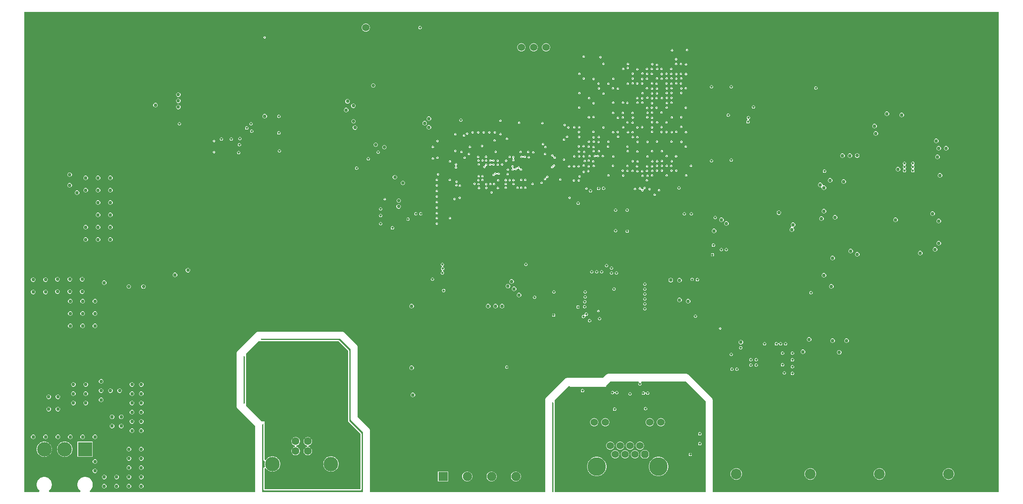
<source format=gbr>
%TF.GenerationSoftware,Altium Limited,Altium Designer,23.11.1 (41)*%
G04 Layer_Physical_Order=13*
G04 Layer_Color=16777215*
%FSLAX45Y45*%
%MOMM*%
%TF.SameCoordinates,1BD89016-B4D8-4A99-B54A-05B805E6E99A*%
%TF.FilePolarity,Positive*%
%TF.FileFunction,Copper,L13,Inr,Signal*%
%TF.Part,Single*%
G01*
G75*
%TA.AperFunction,ComponentPad*%
%ADD110C,6.20000*%
%ADD111C,3.50000*%
%ADD112C,2.20000*%
%ADD113C,3.00000*%
%ADD114R,3.00000X3.00000*%
%ADD115R,1.90500X1.90500*%
%ADD116C,1.90500*%
%ADD117C,1.60000*%
%ADD118C,0.60000*%
%ADD119C,1.52400*%
G04:AMPARAMS|DCode=120|XSize=1.524mm|YSize=1.524mm|CornerRadius=0mm|HoleSize=0mm|Usage=FLASHONLY|Rotation=0.000|XOffset=0mm|YOffset=0mm|HoleType=Round|Shape=Octagon|*
%AMOCTAGOND120*
4,1,8,0.76200,-0.38100,0.76200,0.38100,0.38100,0.76200,-0.38100,0.76200,-0.76200,0.38100,-0.76200,-0.38100,-0.38100,-0.76200,0.38100,-0.76200,0.76200,-0.38100,0.0*
%
%ADD120OCTAGOND120*%

%ADD121C,3.81000*%
%TA.AperFunction,ViaPad*%
%ADD122C,0.76200*%
%ADD123C,0.50000*%
%ADD124C,0.30480*%
%ADD125C,0.50800*%
%ADD126C,0.71120*%
%ADD127C,0.55880*%
G36*
X14152266Y2002134D02*
Y135782D01*
X11049000D01*
Y2032000D01*
X11341100Y2324100D01*
X11366500Y2298700D01*
X12103100D01*
Y2324100D01*
X12192000Y2413000D01*
X12772516D01*
X12778549Y2399743D01*
X12780303Y2387600D01*
X12773607Y2380904D01*
X12768580Y2368768D01*
Y2355632D01*
X12773607Y2343496D01*
X12782896Y2334207D01*
X12795032Y2329180D01*
X12808168D01*
X12820303Y2334207D01*
X12829593Y2343496D01*
X12834621Y2355632D01*
Y2368768D01*
X12829593Y2380904D01*
X12822897Y2387600D01*
X12824651Y2399743D01*
X12830684Y2413000D01*
X13741400D01*
X14152266Y2002134D01*
D02*
G37*
G36*
X4673102Y2924716D02*
Y1964784D01*
X4647702Y1951207D01*
X4643734Y1953859D01*
Y2935641D01*
X4647702Y2938293D01*
X4673102Y2924716D01*
D02*
G37*
G36*
X6794500Y3048000D02*
Y1587500D01*
X7048500Y1333500D01*
Y190500D01*
X5080000D01*
Y621229D01*
X5105400Y628934D01*
X5117568Y610723D01*
X5139523Y588768D01*
X5165339Y571519D01*
X5194024Y559637D01*
X5224476Y553580D01*
X5255524D01*
X5285976Y559637D01*
X5314661Y571519D01*
X5340477Y588768D01*
X5362431Y610723D01*
X5379681Y636539D01*
X5391563Y665224D01*
X5397620Y695676D01*
Y726724D01*
X5391563Y757176D01*
X5379681Y785861D01*
X5362431Y811677D01*
X5340477Y833632D01*
X5314661Y850881D01*
X5285976Y862763D01*
X5255524Y868820D01*
X5224476D01*
X5194024Y862763D01*
X5165339Y850881D01*
X5139523Y833632D01*
X5117568Y811677D01*
X5105400Y793466D01*
X5080000Y801171D01*
Y1587500D01*
X5016500D01*
X4699000Y1905000D01*
Y2984500D01*
X4953000Y3238500D01*
X6604000D01*
X6794500Y3048000D01*
D02*
G37*
G36*
X6849766Y3081787D02*
Y1651000D01*
X6852211Y1632434D01*
X6859377Y1615133D01*
X6870777Y1600277D01*
X7104453Y1366600D01*
Y135782D01*
X5024734D01*
Y1520218D01*
X5032589Y1529459D01*
X5047953Y1540136D01*
X5053893Y1538488D01*
X5054102Y1538327D01*
Y801171D01*
X5054353Y799911D01*
X5054227Y798633D01*
X5055332Y794992D01*
X5056074Y791260D01*
X5056787Y790192D01*
X5057160Y788963D01*
X5059574Y786022D01*
X5061688Y782858D01*
X5062756Y782145D01*
X5063571Y781152D01*
X5066926Y779358D01*
X5070089Y777245D01*
X5081986Y770816D01*
X5088437Y757176D01*
X5082380Y726724D01*
Y695676D01*
X5088437Y665224D01*
X5081987Y651585D01*
X5070089Y645155D01*
X5066925Y643041D01*
X5063571Y641248D01*
X5062756Y640256D01*
X5061688Y639542D01*
X5059574Y636378D01*
X5057160Y633437D01*
X5056787Y632208D01*
X5056074Y631140D01*
X5055332Y627408D01*
X5054227Y623767D01*
X5054353Y622489D01*
X5054102Y621229D01*
Y190500D01*
X5056074Y180589D01*
X5061688Y172188D01*
X5070089Y166574D01*
X5080000Y164602D01*
X7048500D01*
X7058411Y166574D01*
X7066812Y172188D01*
X7072426Y180589D01*
X7074398Y190500D01*
Y1333500D01*
X7072426Y1343411D01*
X7066812Y1351812D01*
X6820398Y1598227D01*
Y3048000D01*
X6818426Y3057911D01*
X6812812Y3066312D01*
X6622312Y3256812D01*
X6613911Y3262426D01*
X6604000Y3264398D01*
X5012784D01*
X4999207Y3289798D01*
X5001859Y3293766D01*
X6637787D01*
X6849766Y3081787D01*
D02*
G37*
G36*
X20184219Y135782D02*
X14295734D01*
Y2032000D01*
X14293289Y2050566D01*
X14286124Y2067867D01*
X14274722Y2082724D01*
X13893723Y2463723D01*
X13809367Y2548080D01*
X13794510Y2559480D01*
X13777209Y2566646D01*
X13758644Y2569090D01*
X12149356D01*
X12130790Y2566646D01*
X12113490Y2559480D01*
X12098633Y2548080D01*
X12035287Y2484734D01*
X11303000D01*
X11284434Y2482289D01*
X11267133Y2475123D01*
X11252276Y2463723D01*
X10871277Y2082723D01*
X10859877Y2067867D01*
X10852711Y2050566D01*
X10850266Y2032000D01*
Y135782D01*
X7247920D01*
Y1396313D01*
X7245476Y1414879D01*
X7238310Y1432180D01*
X7226910Y1447036D01*
X6993234Y1680713D01*
Y3111500D01*
X6990789Y3130066D01*
X6983623Y3147367D01*
X6972224Y3162223D01*
X6718223Y3416223D01*
X6703367Y3427623D01*
X6686066Y3434789D01*
X6667500Y3437234D01*
X4953000D01*
X4934434Y3434789D01*
X4917133Y3427623D01*
X4902276Y3416223D01*
X4521277Y3035223D01*
X4509877Y3020367D01*
X4502711Y3003066D01*
X4500266Y2984500D01*
Y1905000D01*
X4502711Y1886434D01*
X4509877Y1869133D01*
X4521277Y1854277D01*
X4881266Y1494287D01*
Y135782D01*
X1487986D01*
X1480281Y161182D01*
X1485588Y164727D01*
X1507523Y186662D01*
X1524757Y212455D01*
X1536628Y241115D01*
X1542680Y271539D01*
Y302560D01*
X1536628Y332985D01*
X1524757Y361645D01*
X1507523Y387438D01*
X1485588Y409373D01*
X1459795Y426607D01*
X1431135Y438478D01*
X1400710Y444530D01*
X1369689D01*
X1339265Y438478D01*
X1310605Y426607D01*
X1284812Y409373D01*
X1262877Y387438D01*
X1245643Y361645D01*
X1233772Y332985D01*
X1227720Y302560D01*
Y271539D01*
X1233772Y241115D01*
X1245643Y212455D01*
X1262877Y186662D01*
X1284812Y164727D01*
X1290119Y161182D01*
X1282413Y135782D01*
X647987D01*
X640281Y161182D01*
X645588Y164727D01*
X667523Y186662D01*
X684757Y212455D01*
X696628Y241115D01*
X702680Y271539D01*
Y302560D01*
X696628Y332985D01*
X684757Y361645D01*
X667523Y387438D01*
X645588Y409373D01*
X619795Y426607D01*
X591135Y438478D01*
X560711Y444530D01*
X529690D01*
X499265Y438478D01*
X470605Y426607D01*
X444812Y409373D01*
X422877Y387438D01*
X405643Y361645D01*
X393772Y332985D01*
X387720Y302560D01*
Y271539D01*
X393772Y241115D01*
X405643Y212455D01*
X422877Y186662D01*
X444812Y164727D01*
X450119Y161182D01*
X442414Y135782D01*
X135782D01*
Y10024218D01*
X20184219D01*
Y135782D01*
D02*
G37*
G36*
X11023102Y1972216D02*
Y135782D01*
X10993734D01*
Y1983141D01*
X10997702Y1985793D01*
X11023102Y1972216D01*
D02*
G37*
%LPC*%
G36*
X12331918Y2217420D02*
X12318782D01*
X12306646Y2212393D01*
X12297357Y2203104D01*
X12294778Y2196879D01*
X12294776Y2196876D01*
X12292946Y2194190D01*
X12268854D01*
X12267024Y2196876D01*
X12267022Y2196879D01*
X12264443Y2203104D01*
X12255154Y2212393D01*
X12243018Y2217420D01*
X12229882D01*
X12217746Y2212393D01*
X12208457Y2203104D01*
X12203430Y2190968D01*
Y2177832D01*
X12208457Y2165696D01*
X12217746Y2156407D01*
X12229882Y2151380D01*
X12243018D01*
X12255154Y2156407D01*
X12264443Y2165696D01*
X12267022Y2171921D01*
X12267024Y2171924D01*
X12268854Y2174610D01*
X12292946D01*
X12294776Y2171924D01*
X12294778Y2171921D01*
X12297357Y2165696D01*
X12306646Y2156407D01*
X12318782Y2151380D01*
X12331918D01*
X12344054Y2156407D01*
X12353343Y2165696D01*
X12358370Y2177832D01*
Y2190968D01*
X12353343Y2203104D01*
X12344054Y2212393D01*
X12331918Y2217420D01*
D02*
G37*
G36*
X11627068Y2255520D02*
X11613932D01*
X11601796Y2250493D01*
X11592507Y2241204D01*
X11587480Y2229068D01*
Y2215932D01*
X11592507Y2203796D01*
X11601796Y2194507D01*
X11613932Y2189480D01*
X11627068D01*
X11639204Y2194507D01*
X11648493Y2203796D01*
X11653520Y2215932D01*
Y2229068D01*
X11648493Y2241204D01*
X11639204Y2250493D01*
X11627068Y2255520D01*
D02*
G37*
G36*
X12966917Y2204720D02*
X12953783D01*
X12941646Y2199693D01*
X12932356Y2190404D01*
X12929778Y2184179D01*
X12929776Y2184176D01*
X12927946Y2181490D01*
X12903854D01*
X12902023Y2184176D01*
X12902022Y2184179D01*
X12899443Y2190404D01*
X12890154Y2199693D01*
X12878018Y2204720D01*
X12864882D01*
X12852747Y2199693D01*
X12843457Y2190404D01*
X12838429Y2178268D01*
Y2165132D01*
X12843457Y2152996D01*
X12852747Y2143707D01*
X12864882Y2138680D01*
X12878018D01*
X12890154Y2143707D01*
X12899443Y2152996D01*
X12902022Y2159221D01*
X12902023Y2159224D01*
X12903854Y2161910D01*
X12927946D01*
X12929776Y2159224D01*
X12929778Y2159221D01*
X12932356Y2152996D01*
X12941646Y2143707D01*
X12953783Y2138680D01*
X12966917D01*
X12979054Y2143707D01*
X12988342Y2152996D01*
X12993370Y2165132D01*
Y2178268D01*
X12988342Y2190404D01*
X12979054Y2199693D01*
X12966917Y2204720D01*
D02*
G37*
G36*
X12604968Y2192020D02*
X12591832D01*
X12579696Y2186993D01*
X12570407Y2177704D01*
X12565380Y2165568D01*
Y2152432D01*
X12570407Y2140296D01*
X12579696Y2131007D01*
X12591832Y2125980D01*
X12604968D01*
X12617104Y2131007D01*
X12626393Y2140296D01*
X12631420Y2152432D01*
Y2165568D01*
X12626393Y2177704D01*
X12617104Y2186993D01*
X12604968Y2192020D01*
D02*
G37*
G36*
X12922469Y1887220D02*
X12909332D01*
X12897195Y1882193D01*
X12887907Y1872904D01*
X12882880Y1860768D01*
Y1847632D01*
X12887907Y1835496D01*
X12897195Y1826207D01*
X12909332Y1821180D01*
X12922469D01*
X12934604Y1826207D01*
X12943893Y1835496D01*
X12948920Y1847632D01*
Y1860768D01*
X12943893Y1872904D01*
X12934604Y1882193D01*
X12922469Y1887220D01*
D02*
G37*
G36*
X12287468Y1874520D02*
X12274332D01*
X12262196Y1869493D01*
X12252907Y1860204D01*
X12247880Y1848068D01*
Y1834932D01*
X12252907Y1822796D01*
X12262196Y1813507D01*
X12274332Y1808480D01*
X12287468D01*
X12299604Y1813507D01*
X12308893Y1822796D01*
X12313920Y1834932D01*
Y1848068D01*
X12308893Y1860204D01*
X12299604Y1869493D01*
X12287468Y1874520D01*
D02*
G37*
G36*
X13244435Y1658620D02*
X13222365D01*
X13201047Y1652908D01*
X13181934Y1641873D01*
X13166327Y1626267D01*
X13155292Y1607153D01*
X13149580Y1585835D01*
Y1563765D01*
X13155292Y1542447D01*
X13166327Y1523333D01*
X13181934Y1507727D01*
X13201047Y1496692D01*
X13222365Y1490980D01*
X13244435D01*
X13265753Y1496692D01*
X13284866Y1507727D01*
X13300473Y1523333D01*
X13311508Y1542447D01*
X13317220Y1563765D01*
Y1585835D01*
X13311508Y1607153D01*
X13300473Y1626267D01*
X13284866Y1641873D01*
X13265753Y1652908D01*
X13244435Y1658620D01*
D02*
G37*
G36*
X13015836D02*
X12993765D01*
X12972447Y1652908D01*
X12953333Y1641873D01*
X12937727Y1626267D01*
X12926692Y1607153D01*
X12920979Y1585835D01*
Y1563765D01*
X12926692Y1542447D01*
X12937727Y1523333D01*
X12953333Y1507727D01*
X12972447Y1496692D01*
X12993765Y1490980D01*
X13015836D01*
X13037154Y1496692D01*
X13056267Y1507727D01*
X13071873Y1523333D01*
X13082909Y1542447D01*
X13088620Y1563765D01*
Y1585835D01*
X13082909Y1607153D01*
X13071873Y1626267D01*
X13056267Y1641873D01*
X13037154Y1652908D01*
X13015836Y1658620D01*
D02*
G37*
G36*
X12101435D02*
X12079365D01*
X12058047Y1652908D01*
X12038933Y1641873D01*
X12023327Y1626267D01*
X12012292Y1607153D01*
X12006580Y1585835D01*
Y1563765D01*
X12012292Y1542447D01*
X12023327Y1523333D01*
X12038933Y1507727D01*
X12058047Y1496692D01*
X12079365Y1490980D01*
X12101435D01*
X12122753Y1496692D01*
X12141867Y1507727D01*
X12157473Y1523333D01*
X12168508Y1542447D01*
X12174220Y1563765D01*
Y1585835D01*
X12168508Y1607153D01*
X12157473Y1626267D01*
X12141867Y1641873D01*
X12122753Y1652908D01*
X12101435Y1658620D01*
D02*
G37*
G36*
X11872835D02*
X11850765D01*
X11829447Y1652908D01*
X11810333Y1641873D01*
X11794727Y1626267D01*
X11783692Y1607153D01*
X11777980Y1585835D01*
Y1563765D01*
X11783692Y1542447D01*
X11794727Y1523333D01*
X11810333Y1507727D01*
X11829447Y1496692D01*
X11850765Y1490980D01*
X11872835D01*
X11894153Y1496692D01*
X11913267Y1507727D01*
X11928873Y1523333D01*
X11939908Y1542447D01*
X11945620Y1563765D01*
Y1585835D01*
X11939908Y1607153D01*
X11928873Y1626267D01*
X11913267Y1641873D01*
X11894153Y1652908D01*
X11872835Y1658620D01*
D02*
G37*
G36*
X14040068Y1366520D02*
X14026932D01*
X14014796Y1361493D01*
X14005507Y1352204D01*
X14000481Y1340068D01*
Y1326932D01*
X14005507Y1314796D01*
X14014796Y1305507D01*
X14026932Y1300480D01*
X14040068D01*
X14052203Y1305507D01*
X14061493Y1314796D01*
X14066521Y1326932D01*
Y1340068D01*
X14061493Y1352204D01*
X14052203Y1361493D01*
X14040068Y1366520D01*
D02*
G37*
G36*
Y1163320D02*
X14026932D01*
X14014796Y1158293D01*
X14005507Y1149004D01*
X14000481Y1136868D01*
Y1123732D01*
X14005507Y1111596D01*
X14014796Y1102307D01*
X14026932Y1097280D01*
X14040068D01*
X14052203Y1102307D01*
X14061493Y1111596D01*
X14066521Y1123732D01*
Y1136868D01*
X14061493Y1149004D01*
X14052203Y1158293D01*
X14040068Y1163320D01*
D02*
G37*
G36*
X12812634Y1176020D02*
X12790565D01*
X12769247Y1170308D01*
X12750133Y1159273D01*
X12734527Y1143667D01*
X12723492Y1124553D01*
X12717780Y1103235D01*
Y1081165D01*
X12723492Y1059847D01*
X12734527Y1040733D01*
X12750133Y1025127D01*
X12769247Y1014092D01*
X12790565Y1008380D01*
X12812634D01*
X12833952Y1014092D01*
X12853067Y1025127D01*
X12868674Y1040733D01*
X12879707Y1059847D01*
X12885420Y1081165D01*
Y1103235D01*
X12879707Y1124553D01*
X12868674Y1143667D01*
X12853067Y1159273D01*
X12833952Y1170308D01*
X12812634Y1176020D01*
D02*
G37*
G36*
X12609435D02*
X12587365D01*
X12566047Y1170308D01*
X12546933Y1159273D01*
X12531327Y1143667D01*
X12520292Y1124553D01*
X12514580Y1103235D01*
Y1081165D01*
X12520292Y1059847D01*
X12531327Y1040733D01*
X12546933Y1025127D01*
X12566047Y1014092D01*
X12587365Y1008380D01*
X12609435D01*
X12630753Y1014092D01*
X12649867Y1025127D01*
X12665473Y1040733D01*
X12676508Y1059847D01*
X12682220Y1081165D01*
Y1103235D01*
X12676508Y1124553D01*
X12665473Y1143667D01*
X12649867Y1159273D01*
X12630753Y1170308D01*
X12609435Y1176020D01*
D02*
G37*
G36*
X12406235D02*
X12384165D01*
X12362847Y1170308D01*
X12343733Y1159273D01*
X12328127Y1143667D01*
X12317092Y1124553D01*
X12311380Y1103235D01*
Y1081165D01*
X12317092Y1059847D01*
X12328127Y1040733D01*
X12343733Y1025127D01*
X12362847Y1014092D01*
X12384165Y1008380D01*
X12406235D01*
X12427553Y1014092D01*
X12446667Y1025127D01*
X12462273Y1040733D01*
X12473308Y1059847D01*
X12479020Y1081165D01*
Y1103235D01*
X12473308Y1124553D01*
X12462273Y1143667D01*
X12446667Y1159273D01*
X12427553Y1170308D01*
X12406235Y1176020D01*
D02*
G37*
G36*
X12203035D02*
X12180965D01*
X12159647Y1170308D01*
X12140533Y1159273D01*
X12124927Y1143667D01*
X12113892Y1124553D01*
X12108180Y1103235D01*
Y1081165D01*
X12113892Y1059847D01*
X12124927Y1040733D01*
X12140533Y1025127D01*
X12159647Y1014092D01*
X12180965Y1008380D01*
X12203035D01*
X12224353Y1014092D01*
X12243467Y1025127D01*
X12259073Y1040733D01*
X12270108Y1059847D01*
X12275820Y1081165D01*
Y1103235D01*
X12270108Y1124553D01*
X12259073Y1143667D01*
X12243467Y1159273D01*
X12224353Y1170308D01*
X12203035Y1176020D01*
D02*
G37*
G36*
X13844489Y942340D02*
X13831352D01*
X13819215Y937313D01*
X13809927Y928024D01*
X13804900Y915888D01*
Y902752D01*
X13809927Y890616D01*
X13819215Y881327D01*
X13831352Y876300D01*
X13844489D01*
X13856624Y881327D01*
X13865913Y890616D01*
X13870940Y902752D01*
Y915888D01*
X13865913Y928024D01*
X13856624Y937313D01*
X13844489Y942340D01*
D02*
G37*
G36*
X12945110Y998220D02*
X12861290D01*
X12819380Y956310D01*
Y872490D01*
X12861290Y830580D01*
X12945110D01*
X12987019Y872490D01*
Y956310D01*
X12945110Y998220D01*
D02*
G37*
G36*
X12711035D02*
X12688965D01*
X12667647Y992508D01*
X12648533Y981473D01*
X12632927Y965867D01*
X12621892Y946753D01*
X12616180Y925435D01*
Y903365D01*
X12621892Y882047D01*
X12632927Y862933D01*
X12648533Y847327D01*
X12667647Y836292D01*
X12688965Y830580D01*
X12711035D01*
X12732353Y836292D01*
X12751467Y847327D01*
X12767073Y862933D01*
X12778108Y882047D01*
X12783820Y903365D01*
Y925435D01*
X12778108Y946753D01*
X12767073Y965867D01*
X12751467Y981473D01*
X12732353Y992508D01*
X12711035Y998220D01*
D02*
G37*
G36*
X12507835D02*
X12485765D01*
X12464447Y992508D01*
X12445333Y981473D01*
X12429727Y965867D01*
X12418692Y946753D01*
X12412980Y925435D01*
Y903365D01*
X12418692Y882047D01*
X12429727Y862933D01*
X12445333Y847327D01*
X12464447Y836292D01*
X12485765Y830580D01*
X12507835D01*
X12529153Y836292D01*
X12548267Y847327D01*
X12563873Y862933D01*
X12574908Y882047D01*
X12580620Y903365D01*
Y925435D01*
X12574908Y946753D01*
X12563873Y965867D01*
X12548267Y981473D01*
X12529153Y992508D01*
X12507835Y998220D01*
D02*
G37*
G36*
X12304635D02*
X12282565D01*
X12261247Y992508D01*
X12242133Y981473D01*
X12226527Y965867D01*
X12215492Y946753D01*
X12209780Y925435D01*
Y903365D01*
X12215492Y882047D01*
X12226527Y862933D01*
X12242133Y847327D01*
X12261247Y836292D01*
X12282565Y830580D01*
X12304635D01*
X12325953Y836292D01*
X12345067Y847327D01*
X12360673Y862933D01*
X12371708Y882047D01*
X12377420Y903365D01*
Y925435D01*
X12371708Y946753D01*
X12360673Y965867D01*
X12345067Y981473D01*
X12325953Y992508D01*
X12304635Y998220D01*
D02*
G37*
G36*
X13202113Y858520D02*
X13163087D01*
X13124809Y850906D01*
X13088754Y835972D01*
X13056306Y814290D01*
X13028709Y786694D01*
X13007028Y754245D01*
X12992094Y718190D01*
X12984480Y679913D01*
Y640887D01*
X12992094Y602610D01*
X13007028Y566555D01*
X13028709Y534106D01*
X13056306Y506510D01*
X13088754Y484828D01*
X13124809Y469894D01*
X13163087Y462280D01*
X13202113D01*
X13240390Y469894D01*
X13276445Y484828D01*
X13308894Y506510D01*
X13336490Y534106D01*
X13358173Y566555D01*
X13373106Y602610D01*
X13380721Y640887D01*
Y679913D01*
X13373106Y718190D01*
X13358173Y754245D01*
X13336490Y786694D01*
X13308894Y814290D01*
X13276445Y835972D01*
X13240390Y850906D01*
X13202113Y858520D01*
D02*
G37*
G36*
X11932113D02*
X11893087D01*
X11854810Y850906D01*
X11818755Y835972D01*
X11786306Y814290D01*
X11758710Y786694D01*
X11737028Y754245D01*
X11722094Y718190D01*
X11714480Y679913D01*
Y640887D01*
X11722094Y602610D01*
X11737028Y566555D01*
X11758710Y534106D01*
X11786306Y506510D01*
X11818755Y484828D01*
X11854810Y469894D01*
X11893087Y462280D01*
X11932113D01*
X11970390Y469894D01*
X12006445Y484828D01*
X12038894Y506510D01*
X12066490Y534106D01*
X12088172Y566555D01*
X12103106Y602610D01*
X12110720Y640887D01*
Y679913D01*
X12103106Y718190D01*
X12088172Y754245D01*
X12066490Y786694D01*
X12038894Y814290D01*
X12006445Y835972D01*
X11970390Y850906D01*
X11932113Y858520D01*
D02*
G37*
G36*
X5978535Y1268820D02*
X5955465D01*
X5933180Y1262849D01*
X5913200Y1251313D01*
X5896887Y1235000D01*
X5885351Y1215020D01*
X5879380Y1192735D01*
Y1169665D01*
X5885351Y1147380D01*
X5896887Y1127400D01*
X5913200Y1111087D01*
X5933180Y1099551D01*
X5953368Y1094142D01*
X5955464Y1093580D01*
Y1068820D01*
X5953368Y1068258D01*
X5933180Y1062849D01*
X5913200Y1051313D01*
X5896887Y1035000D01*
X5885351Y1015020D01*
X5879380Y992735D01*
Y969665D01*
X5885351Y947380D01*
X5896887Y927400D01*
X5913200Y911087D01*
X5933180Y899551D01*
X5955465Y893580D01*
X5978535D01*
X6000820Y899551D01*
X6020800Y911087D01*
X6037113Y927400D01*
X6048649Y947380D01*
X6054620Y969665D01*
Y992735D01*
X6048649Y1015020D01*
X6037113Y1035000D01*
X6020800Y1051313D01*
X6000820Y1062849D01*
X5980632Y1068258D01*
X5978536Y1068820D01*
Y1093580D01*
X5980632Y1094142D01*
X6000820Y1099551D01*
X6020800Y1111087D01*
X6037113Y1127400D01*
X6048649Y1147380D01*
X6054620Y1169665D01*
Y1192735D01*
X6048649Y1215020D01*
X6037113Y1235000D01*
X6020800Y1251313D01*
X6000820Y1262849D01*
X5978535Y1268820D01*
D02*
G37*
G36*
X5728535D02*
X5705465D01*
X5683180Y1262849D01*
X5663200Y1251313D01*
X5646887Y1235000D01*
X5635351Y1215020D01*
X5629380Y1192735D01*
Y1169665D01*
X5635351Y1147380D01*
X5646887Y1127400D01*
X5663200Y1111087D01*
X5683180Y1099551D01*
X5703368Y1094142D01*
X5705464Y1093580D01*
Y1068820D01*
X5703368Y1068258D01*
X5683180Y1062849D01*
X5663200Y1051313D01*
X5646887Y1035000D01*
X5635351Y1015020D01*
X5629380Y992735D01*
Y969665D01*
X5635351Y947380D01*
X5646887Y927400D01*
X5663200Y911087D01*
X5683180Y899551D01*
X5705465Y893580D01*
X5728535D01*
X5750820Y899551D01*
X5770800Y911087D01*
X5787113Y927400D01*
X5798649Y947380D01*
X5804620Y969665D01*
Y992735D01*
X5798649Y1015020D01*
X5787113Y1035000D01*
X5770800Y1051313D01*
X5750820Y1062849D01*
X5730632Y1068258D01*
X5728536Y1068820D01*
Y1093580D01*
X5730632Y1094142D01*
X5750820Y1099551D01*
X5770800Y1111087D01*
X5787113Y1127400D01*
X5798649Y1147380D01*
X5804620Y1169665D01*
Y1192735D01*
X5798649Y1215020D01*
X5787113Y1235000D01*
X5770800Y1251313D01*
X5750820Y1262849D01*
X5728535Y1268820D01*
D02*
G37*
G36*
X6459524Y868820D02*
X6428476D01*
X6398024Y862763D01*
X6369339Y850881D01*
X6343523Y833632D01*
X6321569Y811677D01*
X6304319Y785861D01*
X6292437Y757176D01*
X6286380Y726724D01*
Y695676D01*
X6292437Y665224D01*
X6304319Y636539D01*
X6321569Y610723D01*
X6343523Y588768D01*
X6369339Y571519D01*
X6398024Y559637D01*
X6428476Y553580D01*
X6459524D01*
X6489976Y559637D01*
X6518661Y571519D01*
X6544477Y588768D01*
X6566432Y610723D01*
X6583681Y636539D01*
X6595563Y665224D01*
X6601620Y695676D01*
Y726724D01*
X6595563Y757176D01*
X6583681Y785861D01*
X6566432Y811677D01*
X6544477Y833632D01*
X6518661Y850881D01*
X6489976Y862763D01*
X6459524Y868820D01*
D02*
G37*
G36*
X8282748Y9732420D02*
X8269612D01*
X8257476Y9727393D01*
X8248187Y9718104D01*
X8243160Y9705968D01*
Y9692832D01*
X8248187Y9680696D01*
X8257476Y9671407D01*
X8269612Y9666380D01*
X8282748D01*
X8294884Y9671407D01*
X8304173Y9680696D01*
X8309200Y9692832D01*
Y9705968D01*
X8304173Y9718104D01*
X8294884Y9727393D01*
X8282748Y9732420D01*
D02*
G37*
G36*
X7173835Y9786620D02*
X7151765D01*
X7130447Y9780908D01*
X7111333Y9769873D01*
X7095727Y9754267D01*
X7084692Y9735153D01*
X7078980Y9713835D01*
Y9691765D01*
X7084692Y9670447D01*
X7095727Y9651333D01*
X7111333Y9635727D01*
X7130447Y9624692D01*
X7151765Y9618980D01*
X7173835D01*
X7195153Y9624692D01*
X7214267Y9635727D01*
X7229873Y9651333D01*
X7240908Y9670447D01*
X7246620Y9691765D01*
Y9713835D01*
X7240908Y9735153D01*
X7229873Y9754267D01*
X7214267Y9769873D01*
X7195153Y9780908D01*
X7173835Y9786620D01*
D02*
G37*
G36*
X5084547Y9522460D02*
X5075453D01*
X5067051Y9518980D01*
X5060620Y9512549D01*
X5057140Y9504147D01*
Y9495053D01*
X5060620Y9486651D01*
X5067051Y9480220D01*
X5075453Y9476740D01*
X5084547D01*
X5092949Y9480220D01*
X5099380Y9486651D01*
X5102860Y9495053D01*
Y9504147D01*
X5099380Y9512549D01*
X5092949Y9518980D01*
X5084547Y9522460D01*
D02*
G37*
G36*
X13776070Y9261423D02*
X13766975D01*
X13758574Y9257943D01*
X13752142Y9251512D01*
X13748663Y9243110D01*
Y9234016D01*
X13752142Y9225614D01*
X13758574Y9219183D01*
X13766975Y9215703D01*
X13776070D01*
X13784473Y9219183D01*
X13790903Y9225614D01*
X13794383Y9234016D01*
Y9243110D01*
X13790903Y9251512D01*
X13784473Y9257943D01*
X13776070Y9261423D01*
D02*
G37*
G36*
X10882235Y9380220D02*
X10860165D01*
X10838847Y9374508D01*
X10819733Y9363473D01*
X10804127Y9347867D01*
X10793092Y9328753D01*
X10787380Y9307435D01*
Y9285365D01*
X10793092Y9264047D01*
X10804127Y9244933D01*
X10819733Y9229327D01*
X10838847Y9218292D01*
X10860165Y9212580D01*
X10882235D01*
X10903553Y9218292D01*
X10922667Y9229327D01*
X10938273Y9244933D01*
X10949308Y9264047D01*
X10955020Y9285365D01*
Y9307435D01*
X10949308Y9328753D01*
X10938273Y9347867D01*
X10922667Y9363473D01*
X10903553Y9374508D01*
X10882235Y9380220D01*
D02*
G37*
G36*
X10628235D02*
X10606165D01*
X10584847Y9374508D01*
X10565733Y9363473D01*
X10550127Y9347867D01*
X10539092Y9328753D01*
X10533380Y9307435D01*
Y9285365D01*
X10539092Y9264047D01*
X10550127Y9244933D01*
X10565733Y9229327D01*
X10584847Y9218292D01*
X10606165Y9212580D01*
X10628235D01*
X10649553Y9218292D01*
X10668667Y9229327D01*
X10684273Y9244933D01*
X10695308Y9264047D01*
X10701020Y9285365D01*
Y9307435D01*
X10695308Y9328753D01*
X10684273Y9347867D01*
X10668667Y9363473D01*
X10649553Y9374508D01*
X10628235Y9380220D01*
D02*
G37*
G36*
X10374235D02*
X10352165D01*
X10330847Y9374508D01*
X10311733Y9363473D01*
X10296127Y9347867D01*
X10285092Y9328753D01*
X10279380Y9307435D01*
Y9285365D01*
X10285092Y9264047D01*
X10296127Y9244933D01*
X10311733Y9229327D01*
X10330847Y9218292D01*
X10352165Y9212580D01*
X10374235D01*
X10395553Y9218292D01*
X10414667Y9229327D01*
X10430273Y9244933D01*
X10441308Y9264047D01*
X10447020Y9285365D01*
Y9307435D01*
X10441308Y9328753D01*
X10430273Y9347867D01*
X10414667Y9363473D01*
X10395553Y9374508D01*
X10374235Y9380220D01*
D02*
G37*
G36*
X13465860Y9257387D02*
X13456766D01*
X13448364Y9253907D01*
X13441933Y9247476D01*
X13438454Y9239074D01*
Y9229980D01*
X13441933Y9221578D01*
X13448364Y9215147D01*
X13456766Y9211667D01*
X13465860D01*
X13474261Y9215147D01*
X13480693Y9221578D01*
X13484174Y9229980D01*
Y9239074D01*
X13480693Y9247476D01*
X13474261Y9253907D01*
X13465860Y9257387D01*
D02*
G37*
G36*
X11650447Y9128760D02*
X11641353D01*
X11632951Y9125280D01*
X11626520Y9118849D01*
X11623040Y9110447D01*
Y9101353D01*
X11626520Y9092951D01*
X11632951Y9086520D01*
X11641353Y9083040D01*
X11650447D01*
X11658849Y9086520D01*
X11665280Y9092951D01*
X11668760Y9101353D01*
Y9110447D01*
X11665280Y9118849D01*
X11658849Y9125280D01*
X11650447Y9128760D01*
D02*
G37*
G36*
X11993347Y9116060D02*
X11984253D01*
X11975851Y9112580D01*
X11969420Y9106149D01*
X11965940Y9097747D01*
Y9088653D01*
X11969420Y9080251D01*
X11975851Y9073820D01*
X11984253Y9070340D01*
X11993347D01*
X12001749Y9073820D01*
X12008180Y9080251D01*
X12011660Y9088653D01*
Y9097747D01*
X12008180Y9106149D01*
X12001749Y9112580D01*
X11993347Y9116060D01*
D02*
G37*
G36*
X13549635Y9073699D02*
X13540543D01*
X13532140Y9070219D01*
X13525710Y9063789D01*
X13522229Y9055387D01*
Y9046292D01*
X13525710Y9037890D01*
X13532140Y9031460D01*
X13540543Y9027979D01*
X13549635D01*
X13558038Y9031460D01*
X13564468Y9037890D01*
X13567949Y9046292D01*
Y9055387D01*
X13564468Y9063789D01*
X13558038Y9070219D01*
X13549635Y9073699D01*
D02*
G37*
G36*
X12056011Y8978370D02*
X12046917D01*
X12038515Y8974890D01*
X12032085Y8968459D01*
X12028604Y8960057D01*
Y8950963D01*
X12032085Y8942561D01*
X12038515Y8936130D01*
X12046917Y8932650D01*
X12056011D01*
X12064414Y8936130D01*
X12070844Y8942561D01*
X12074324Y8950963D01*
Y8960057D01*
X12070844Y8968459D01*
X12064414Y8974890D01*
X12056011Y8978370D01*
D02*
G37*
G36*
X12558037Y8976360D02*
X12548943D01*
X12540541Y8972880D01*
X12534111Y8966449D01*
X12530630Y8958047D01*
Y8948953D01*
X12534111Y8940551D01*
X12540541Y8934120D01*
X12548943Y8930640D01*
X12558037D01*
X12566439Y8934120D01*
X12572870Y8940551D01*
X12576350Y8948953D01*
Y8958047D01*
X12572870Y8966449D01*
X12566439Y8972880D01*
X12558037Y8976360D01*
D02*
G37*
G36*
X13649635Y8973699D02*
X13640543D01*
X13632140Y8970219D01*
X13625710Y8963789D01*
X13622229Y8955386D01*
Y8946292D01*
X13625710Y8937890D01*
X13632140Y8931460D01*
X13640543Y8927979D01*
X13649635D01*
X13658038Y8931460D01*
X13664468Y8937890D01*
X13667949Y8946292D01*
Y8955386D01*
X13664468Y8963789D01*
X13658038Y8970219D01*
X13649635Y8973699D01*
D02*
G37*
G36*
X13549635D02*
X13540543D01*
X13532140Y8970219D01*
X13525710Y8963789D01*
X13522229Y8955386D01*
Y8946292D01*
X13525710Y8937890D01*
X13532140Y8931460D01*
X13540543Y8927979D01*
X13549635D01*
X13558038Y8931460D01*
X13564468Y8937890D01*
X13567949Y8946292D01*
Y8955386D01*
X13564468Y8963789D01*
X13558038Y8970219D01*
X13549635Y8973699D01*
D02*
G37*
G36*
X13059413Y8971995D02*
X13050317D01*
X13041916Y8968514D01*
X13035486Y8962084D01*
X13032005Y8953682D01*
Y8944588D01*
X13035486Y8936186D01*
X13041916Y8929755D01*
X13050317Y8926275D01*
X13059413D01*
X13067815Y8929755D01*
X13074245Y8936186D01*
X13077725Y8944588D01*
Y8953682D01*
X13074245Y8962084D01*
X13067815Y8968514D01*
X13059413Y8971995D01*
D02*
G37*
G36*
X13753671Y8967959D02*
X13744579D01*
X13736176Y8964479D01*
X13729745Y8958048D01*
X13726265Y8949646D01*
Y8940552D01*
X13729745Y8932150D01*
X13736176Y8925719D01*
X13744579Y8922239D01*
X13753671D01*
X13762074Y8925719D01*
X13768504Y8932150D01*
X13771985Y8940552D01*
Y8949646D01*
X13768504Y8958048D01*
X13762074Y8964479D01*
X13753671Y8967959D01*
D02*
G37*
G36*
X13156522Y8955509D02*
X13147427D01*
X13139026Y8952029D01*
X13132596Y8945598D01*
X13129115Y8937196D01*
Y8928102D01*
X13132596Y8919700D01*
X13139026Y8913269D01*
X13147427Y8909789D01*
X13156522D01*
X13164925Y8913269D01*
X13171355Y8919700D01*
X13174835Y8928102D01*
Y8937196D01*
X13171355Y8945598D01*
X13164925Y8952029D01*
X13156522Y8955509D01*
D02*
G37*
G36*
X12554524Y8893335D02*
X12545430D01*
X12537028Y8889854D01*
X12530597Y8883424D01*
X12527117Y8875022D01*
Y8865928D01*
X12530597Y8857526D01*
X12537028Y8851095D01*
X12545430Y8847615D01*
X12554524D01*
X12562926Y8851095D01*
X12569357Y8857526D01*
X12572837Y8865928D01*
Y8875022D01*
X12569357Y8883424D01*
X12562926Y8889854D01*
X12554524Y8893335D01*
D02*
G37*
G36*
X13250647Y8874760D02*
X13241553D01*
X13233151Y8871280D01*
X13226720Y8864849D01*
X13223241Y8856447D01*
Y8847353D01*
X13226720Y8838951D01*
X13233151Y8832520D01*
X13241553Y8829040D01*
X13250647D01*
X13259048Y8832520D01*
X13265480Y8838951D01*
X13268961Y8847353D01*
Y8856447D01*
X13265480Y8864849D01*
X13259048Y8871280D01*
X13250647Y8874760D01*
D02*
G37*
G36*
X13161748D02*
X13152654D01*
X13144250Y8871280D01*
X13137820Y8864849D01*
X13134340Y8856447D01*
Y8847353D01*
X13137820Y8838951D01*
X13144250Y8832520D01*
X13152654Y8829040D01*
X13161748D01*
X13170149Y8832520D01*
X13176579Y8838951D01*
X13180060Y8847353D01*
Y8856447D01*
X13176579Y8864849D01*
X13170149Y8871280D01*
X13161748Y8874760D01*
D02*
G37*
G36*
X13449635Y8873699D02*
X13440543D01*
X13432140Y8870219D01*
X13425710Y8863788D01*
X13422229Y8855386D01*
Y8846292D01*
X13425710Y8837890D01*
X13432140Y8831460D01*
X13440543Y8827979D01*
X13449635D01*
X13458038Y8831460D01*
X13464468Y8837890D01*
X13467949Y8846292D01*
Y8855386D01*
X13464468Y8863788D01*
X13458038Y8870219D01*
X13449635Y8873699D01*
D02*
G37*
G36*
X13049635D02*
X13040543D01*
X13032140Y8870219D01*
X13025710Y8863788D01*
X13022229Y8855386D01*
Y8846292D01*
X13025710Y8837890D01*
X13032140Y8831460D01*
X13040543Y8827979D01*
X13049635D01*
X13058038Y8831460D01*
X13064468Y8837890D01*
X13067949Y8846292D01*
Y8855386D01*
X13064468Y8863788D01*
X13058038Y8870219D01*
X13049635Y8873699D01*
D02*
G37*
G36*
X12949635D02*
X12940543D01*
X12932140Y8870219D01*
X12925710Y8863788D01*
X12922229Y8855386D01*
Y8846292D01*
X12925710Y8837890D01*
X12932140Y8831460D01*
X12940543Y8827979D01*
X12949635D01*
X12958038Y8831460D01*
X12964468Y8837890D01*
X12967949Y8846292D01*
Y8855386D01*
X12964468Y8863788D01*
X12958038Y8870219D01*
X12949635Y8873699D01*
D02*
G37*
G36*
X12460047Y8871360D02*
X12450953D01*
X12442551Y8867880D01*
X12436120Y8861449D01*
X12432640Y8853047D01*
Y8843953D01*
X12436120Y8835551D01*
X12442551Y8829120D01*
X12450953Y8825640D01*
X12460047D01*
X12468449Y8829120D01*
X12474880Y8835551D01*
X12478360Y8843953D01*
Y8853047D01*
X12474880Y8861449D01*
X12468449Y8867880D01*
X12460047Y8871360D01*
D02*
G37*
G36*
X12753037Y8867324D02*
X12743943D01*
X12735541Y8863844D01*
X12729110Y8857413D01*
X12725630Y8849011D01*
Y8839917D01*
X12729110Y8831515D01*
X12735541Y8825084D01*
X12743943Y8821604D01*
X12753037D01*
X12761439Y8825084D01*
X12767870Y8831515D01*
X12771350Y8839917D01*
Y8849011D01*
X12767870Y8857413D01*
X12761439Y8863844D01*
X12753037Y8867324D01*
D02*
G37*
G36*
X12856010Y8778370D02*
X12846918D01*
X12838515Y8774889D01*
X12832085Y8768459D01*
X12828604Y8760057D01*
Y8750963D01*
X12832085Y8742561D01*
X12838515Y8736130D01*
X12846918Y8732650D01*
X12856010D01*
X12864413Y8736130D01*
X12870844Y8742561D01*
X12874324Y8750963D01*
Y8760057D01*
X12870844Y8768459D01*
X12864413Y8774889D01*
X12856010Y8778370D01*
D02*
G37*
G36*
X12656119Y8776460D02*
X12647025D01*
X12638623Y8772979D01*
X12632192Y8766549D01*
X12628712Y8758147D01*
Y8749053D01*
X12632192Y8740651D01*
X12638623Y8734220D01*
X12647025Y8730740D01*
X12656119D01*
X12664521Y8734220D01*
X12670952Y8740651D01*
X12674432Y8749053D01*
Y8758147D01*
X12670952Y8766549D01*
X12664521Y8772979D01*
X12656119Y8776460D01*
D02*
G37*
G36*
X13349001Y8774334D02*
X13339906D01*
X13331505Y8770854D01*
X13325075Y8764423D01*
X13321594Y8756021D01*
Y8746927D01*
X13325075Y8738525D01*
X13331505Y8732094D01*
X13339906Y8728614D01*
X13349001D01*
X13357404Y8732094D01*
X13363834Y8738525D01*
X13367314Y8746927D01*
Y8756021D01*
X13363834Y8764423D01*
X13357404Y8770854D01*
X13349001Y8774334D01*
D02*
G37*
G36*
X12953824Y8773847D02*
X12944730D01*
X12936328Y8770367D01*
X12929897Y8763936D01*
X12926418Y8755534D01*
Y8746440D01*
X12929897Y8738038D01*
X12936328Y8731607D01*
X12944730Y8728127D01*
X12953824D01*
X12962225Y8731607D01*
X12968657Y8738038D01*
X12972137Y8746440D01*
Y8755534D01*
X12968657Y8763936D01*
X12962225Y8770367D01*
X12953824Y8773847D01*
D02*
G37*
G36*
X13649635Y8773699D02*
X13640543D01*
X13632140Y8770219D01*
X13625710Y8763788D01*
X13622229Y8755386D01*
Y8746292D01*
X13625710Y8737890D01*
X13632140Y8731460D01*
X13640543Y8727979D01*
X13649635D01*
X13658038Y8731460D01*
X13664468Y8737890D01*
X13667949Y8746292D01*
Y8755386D01*
X13664468Y8763788D01*
X13658038Y8770219D01*
X13649635Y8773699D01*
D02*
G37*
G36*
X13449635D02*
X13440543D01*
X13432140Y8770219D01*
X13425710Y8763788D01*
X13422229Y8755386D01*
Y8746292D01*
X13425710Y8737890D01*
X13432140Y8731460D01*
X13440543Y8727979D01*
X13449635D01*
X13458038Y8731460D01*
X13464468Y8737890D01*
X13467949Y8746292D01*
Y8755386D01*
X13464468Y8763788D01*
X13458038Y8770219D01*
X13449635Y8773699D01*
D02*
G37*
G36*
X13049635D02*
X13040543D01*
X13032140Y8770219D01*
X13025710Y8763788D01*
X13022229Y8755386D01*
Y8746292D01*
X13025710Y8737890D01*
X13032140Y8731460D01*
X13040543Y8727979D01*
X13049635D01*
X13058038Y8731460D01*
X13064468Y8737890D01*
X13067949Y8746292D01*
Y8755386D01*
X13064468Y8763788D01*
X13058038Y8770219D01*
X13049635Y8773699D01*
D02*
G37*
G36*
X11560047Y8771360D02*
X11550953D01*
X11542551Y8767880D01*
X11536120Y8761449D01*
X11532640Y8753047D01*
Y8743953D01*
X11536120Y8735551D01*
X11542551Y8729120D01*
X11550953Y8725640D01*
X11560047D01*
X11568449Y8729120D01*
X11574880Y8735551D01*
X11578360Y8743953D01*
Y8753047D01*
X11574880Y8761449D01*
X11568449Y8767880D01*
X11560047Y8771360D01*
D02*
G37*
G36*
X13553671Y8767959D02*
X13544579D01*
X13536176Y8764479D01*
X13529745Y8758048D01*
X13526265Y8749646D01*
Y8740552D01*
X13529745Y8732150D01*
X13536176Y8725719D01*
X13544579Y8722239D01*
X13553671D01*
X13562074Y8725719D01*
X13568504Y8732150D01*
X13571985Y8740552D01*
Y8749646D01*
X13568504Y8758048D01*
X13562074Y8764479D01*
X13553671Y8767959D01*
D02*
G37*
G36*
X13253671D02*
X13244579D01*
X13236176Y8764479D01*
X13229745Y8758048D01*
X13226265Y8749646D01*
Y8740552D01*
X13229745Y8732150D01*
X13236176Y8725719D01*
X13244579Y8722239D01*
X13253671D01*
X13262074Y8725719D01*
X13268504Y8732150D01*
X13271985Y8740552D01*
Y8749646D01*
X13268504Y8758048D01*
X13262074Y8764479D01*
X13253671Y8767959D01*
D02*
G37*
G36*
X13753036Y8767324D02*
X13743942D01*
X13735541Y8763844D01*
X13729111Y8757413D01*
X13725630Y8749011D01*
Y8739917D01*
X13729111Y8731515D01*
X13735541Y8725084D01*
X13743942Y8721604D01*
X13753036D01*
X13761440Y8725084D01*
X13767870Y8731515D01*
X13771350Y8739917D01*
Y8749011D01*
X13767870Y8757413D01*
X13761440Y8763844D01*
X13753036Y8767324D01*
D02*
G37*
G36*
X13655377Y8677735D02*
X13646281D01*
X13637880Y8674255D01*
X13631450Y8667824D01*
X13627969Y8659422D01*
Y8650328D01*
X13631450Y8641926D01*
X13637880Y8635496D01*
X13646281Y8632015D01*
X13655377D01*
X13663779Y8635496D01*
X13670209Y8641926D01*
X13673689Y8650328D01*
Y8659422D01*
X13670209Y8667824D01*
X13663779Y8674255D01*
X13655377Y8677735D01*
D02*
G37*
G36*
X13455377D02*
X13446281D01*
X13437880Y8674255D01*
X13431450Y8667824D01*
X13427969Y8659422D01*
Y8650328D01*
X13431450Y8641926D01*
X13437880Y8635496D01*
X13446281Y8632015D01*
X13455377D01*
X13463779Y8635496D01*
X13470209Y8641926D01*
X13473689Y8650328D01*
Y8659422D01*
X13470209Y8667824D01*
X13463779Y8674255D01*
X13455377Y8677735D01*
D02*
G37*
G36*
X13355377D02*
X13346281D01*
X13337880Y8674255D01*
X13331450Y8667824D01*
X13327969Y8659422D01*
Y8650328D01*
X13331450Y8641926D01*
X13337880Y8635496D01*
X13346281Y8632015D01*
X13355377D01*
X13363779Y8635496D01*
X13370209Y8641926D01*
X13373689Y8650328D01*
Y8659422D01*
X13370209Y8667824D01*
X13363779Y8674255D01*
X13355377Y8677735D01*
D02*
G37*
G36*
X13155377D02*
X13146283D01*
X13137881Y8674255D01*
X13131450Y8667824D01*
X13127969Y8659422D01*
Y8650328D01*
X13131450Y8641926D01*
X13137881Y8635496D01*
X13146283Y8632015D01*
X13155377D01*
X13163779Y8635496D01*
X13170209Y8641926D01*
X13173689Y8650328D01*
Y8659422D01*
X13170209Y8667824D01*
X13163779Y8674255D01*
X13155377Y8677735D01*
D02*
G37*
G36*
X12655017Y8674847D02*
X12645922D01*
X12637520Y8671367D01*
X12631090Y8664936D01*
X12627609Y8656534D01*
Y8647440D01*
X12631090Y8639038D01*
X12637520Y8632608D01*
X12645922Y8629127D01*
X12655017D01*
X12663419Y8632608D01*
X12669849Y8639038D01*
X12673329Y8647440D01*
Y8656534D01*
X12669849Y8664936D01*
X12663419Y8671367D01*
X12655017Y8674847D01*
D02*
G37*
G36*
X11649002Y8674334D02*
X11639907D01*
X11631505Y8670854D01*
X11625075Y8664423D01*
X11621594Y8656021D01*
Y8646927D01*
X11625075Y8638525D01*
X11631505Y8632094D01*
X11639907Y8628614D01*
X11649002D01*
X11657404Y8632094D01*
X11663834Y8638525D01*
X11667314Y8646927D01*
Y8656021D01*
X11663834Y8664423D01*
X11657404Y8670854D01*
X11649002Y8674334D01*
D02*
G37*
G36*
X13552907Y8674100D02*
X13543813D01*
X13535411Y8670620D01*
X13528979Y8664189D01*
X13525500Y8655787D01*
Y8646693D01*
X13528979Y8638291D01*
X13535411Y8631860D01*
X13543813Y8628380D01*
X13552907D01*
X13561308Y8631860D01*
X13567740Y8638291D01*
X13571220Y8646693D01*
Y8655787D01*
X13567740Y8664189D01*
X13561308Y8670620D01*
X13552907Y8674100D01*
D02*
G37*
G36*
X12949635Y8673699D02*
X12940543D01*
X12932140Y8670219D01*
X12925710Y8663789D01*
X12922229Y8655387D01*
Y8646292D01*
X12925710Y8637890D01*
X12932140Y8631460D01*
X12940543Y8627979D01*
X12949635D01*
X12958038Y8631460D01*
X12964468Y8637890D01*
X12967949Y8646292D01*
Y8655387D01*
X12964468Y8663789D01*
X12958038Y8670219D01*
X12949635Y8673699D01*
D02*
G37*
G36*
X12260047Y8671360D02*
X12250953D01*
X12242551Y8667880D01*
X12236120Y8661449D01*
X12232640Y8653047D01*
Y8643953D01*
X12236120Y8635551D01*
X12242551Y8629120D01*
X12250953Y8625640D01*
X12260047D01*
X12268449Y8629120D01*
X12274880Y8635551D01*
X12278360Y8643953D01*
Y8653047D01*
X12274880Y8661449D01*
X12268449Y8667880D01*
X12260047Y8671360D01*
D02*
G37*
G36*
X13253671Y8667959D02*
X13244579D01*
X13236176Y8664478D01*
X13229745Y8658048D01*
X13226265Y8649646D01*
Y8640552D01*
X13229745Y8632150D01*
X13236176Y8625719D01*
X13244579Y8622239D01*
X13253671D01*
X13262074Y8625719D01*
X13268504Y8632150D01*
X13271985Y8640552D01*
Y8649646D01*
X13268504Y8658048D01*
X13262074Y8664478D01*
X13253671Y8667959D01*
D02*
G37*
G36*
X12853036Y8667324D02*
X12843942D01*
X12835541Y8663844D01*
X12829111Y8657413D01*
X12825630Y8649011D01*
Y8639917D01*
X12829111Y8631515D01*
X12835541Y8625084D01*
X12843942Y8621604D01*
X12853036D01*
X12861440Y8625084D01*
X12867870Y8631515D01*
X12871350Y8639917D01*
Y8649011D01*
X12867870Y8657413D01*
X12861440Y8663844D01*
X12853036Y8667324D01*
D02*
G37*
G36*
X11853037D02*
X11843943D01*
X11835541Y8663844D01*
X11829110Y8657413D01*
X11825630Y8649011D01*
Y8639917D01*
X11829110Y8631515D01*
X11835541Y8625084D01*
X11843943Y8621604D01*
X11853037D01*
X11861439Y8625084D01*
X11867870Y8631515D01*
X11871350Y8639917D01*
Y8649011D01*
X11867870Y8657413D01*
X11861439Y8663844D01*
X11853037Y8667324D01*
D02*
G37*
G36*
X13056010Y8578370D02*
X13046918D01*
X13038515Y8574890D01*
X13032085Y8568459D01*
X13028604Y8560057D01*
Y8550963D01*
X13032085Y8542561D01*
X13038515Y8536130D01*
X13046918Y8532650D01*
X13056010D01*
X13064413Y8536130D01*
X13070844Y8542561D01*
X13074324Y8550963D01*
Y8560057D01*
X13070844Y8568459D01*
X13064413Y8574890D01*
X13056010Y8578370D01*
D02*
G37*
G36*
X13555377Y8577735D02*
X13546283D01*
X13537880Y8574255D01*
X13531450Y8567824D01*
X13527969Y8559422D01*
Y8550328D01*
X13531450Y8541926D01*
X13537880Y8535496D01*
X13546283Y8532015D01*
X13555377D01*
X13563779Y8535496D01*
X13570209Y8541926D01*
X13573689Y8550328D01*
Y8559422D01*
X13570209Y8567824D01*
X13563779Y8574255D01*
X13555377Y8577735D01*
D02*
G37*
G36*
X12655017Y8575357D02*
X12645922D01*
X12637520Y8571877D01*
X12631090Y8565446D01*
X12627609Y8557044D01*
Y8547950D01*
X12631090Y8539548D01*
X12637520Y8533118D01*
X12645922Y8529637D01*
X12655017D01*
X12663419Y8533118D01*
X12669849Y8539548D01*
X12673329Y8547950D01*
Y8557044D01*
X12669849Y8565446D01*
X12663419Y8571877D01*
X12655017Y8575357D01*
D02*
G37*
G36*
X13349001Y8574334D02*
X13339906D01*
X13331505Y8570854D01*
X13325075Y8564423D01*
X13321594Y8556021D01*
Y8546927D01*
X13325075Y8538525D01*
X13331505Y8532094D01*
X13339906Y8528614D01*
X13349001D01*
X13357404Y8532094D01*
X13363834Y8538525D01*
X13367314Y8546927D01*
Y8556021D01*
X13363834Y8564423D01*
X13357404Y8570854D01*
X13349001Y8574334D01*
D02*
G37*
G36*
X13649635Y8573699D02*
X13640543D01*
X13632140Y8570219D01*
X13625710Y8563789D01*
X13622229Y8555386D01*
Y8546292D01*
X13625710Y8537890D01*
X13632140Y8531460D01*
X13640543Y8527979D01*
X13649635D01*
X13658038Y8531460D01*
X13664468Y8537890D01*
X13667949Y8546292D01*
Y8555386D01*
X13664468Y8563789D01*
X13658038Y8570219D01*
X13649635Y8573699D01*
D02*
G37*
G36*
X12849635D02*
X12840543D01*
X12832140Y8570219D01*
X12825710Y8563789D01*
X12822229Y8555386D01*
Y8546292D01*
X12825710Y8537890D01*
X12832140Y8531460D01*
X12840543Y8527979D01*
X12849635D01*
X12858038Y8531460D01*
X12864468Y8537890D01*
X12867949Y8546292D01*
Y8555386D01*
X12864468Y8563789D01*
X12858038Y8570219D01*
X12849635Y8573699D01*
D02*
G37*
G36*
X12749636D02*
X12740542D01*
X12732140Y8570219D01*
X12725709Y8563789D01*
X12722229Y8555386D01*
Y8546292D01*
X12725709Y8537890D01*
X12732140Y8531460D01*
X12740542Y8527979D01*
X12749636D01*
X12758038Y8531460D01*
X12764469Y8537890D01*
X12767949Y8546292D01*
Y8555386D01*
X12764469Y8563789D01*
X12758038Y8570219D01*
X12749636Y8573699D01*
D02*
G37*
G36*
X11955530Y8571560D02*
X11946435D01*
X11938033Y8568080D01*
X11931603Y8561649D01*
X11928122Y8553247D01*
Y8544153D01*
X11931603Y8535751D01*
X11938033Y8529320D01*
X11946435Y8525840D01*
X11955530D01*
X11963932Y8529320D01*
X11970362Y8535751D01*
X11973842Y8544153D01*
Y8553247D01*
X11970362Y8561649D01*
X11963932Y8568080D01*
X11955530Y8571560D01*
D02*
G37*
G36*
X13149046Y8569960D02*
X13139954D01*
X13131551Y8566480D01*
X13125121Y8560049D01*
X13121640Y8551647D01*
Y8542553D01*
X13125121Y8534151D01*
X13131551Y8527720D01*
X13139954Y8524240D01*
X13149046D01*
X13157449Y8527720D01*
X13163879Y8534151D01*
X13167360Y8542553D01*
Y8551647D01*
X13163879Y8560049D01*
X13157449Y8566480D01*
X13149046Y8569960D01*
D02*
G37*
G36*
X12157412D02*
X12148317D01*
X12139915Y8566480D01*
X12133485Y8560049D01*
X12130004Y8551647D01*
Y8542553D01*
X12133485Y8534151D01*
X12139915Y8527720D01*
X12148317Y8524240D01*
X12157412D01*
X12165814Y8527720D01*
X12172244Y8534151D01*
X12175724Y8542553D01*
Y8551647D01*
X12172244Y8560049D01*
X12165814Y8566480D01*
X12157412Y8569960D01*
D02*
G37*
G36*
X13453671Y8567959D02*
X13444579D01*
X13436176Y8564479D01*
X13429745Y8558048D01*
X13426265Y8549646D01*
Y8540552D01*
X13429745Y8532150D01*
X13436176Y8525719D01*
X13444579Y8522239D01*
X13453671D01*
X13462074Y8525719D01*
X13468504Y8532150D01*
X13471985Y8540552D01*
Y8549646D01*
X13468504Y8558048D01*
X13462074Y8564479D01*
X13453671Y8567959D01*
D02*
G37*
G36*
X12553037Y8567324D02*
X12543943D01*
X12535541Y8563844D01*
X12529111Y8557413D01*
X12525630Y8549011D01*
Y8539917D01*
X12529111Y8531515D01*
X12535541Y8525085D01*
X12543943Y8521604D01*
X12553037D01*
X12561439Y8525085D01*
X12567870Y8531515D01*
X12571350Y8539917D01*
Y8549011D01*
X12567870Y8557413D01*
X12561439Y8563844D01*
X12553037Y8567324D01*
D02*
G37*
G36*
X7323789Y8552180D02*
X7306611D01*
X7290741Y8545606D01*
X7278594Y8533459D01*
X7272020Y8517589D01*
Y8500411D01*
X7278594Y8484541D01*
X7290741Y8472394D01*
X7306611Y8465820D01*
X7323789D01*
X7339659Y8472394D01*
X7351806Y8484541D01*
X7358380Y8500411D01*
Y8517589D01*
X7351806Y8533459D01*
X7339659Y8545606D01*
X7323789Y8552180D01*
D02*
G37*
G36*
X14687769Y8516620D02*
X14674632D01*
X14662495Y8511593D01*
X14653207Y8502304D01*
X14648180Y8490168D01*
Y8477032D01*
X14653207Y8464896D01*
X14662495Y8455607D01*
X14674632Y8450580D01*
X14687769D01*
X14699904Y8455607D01*
X14709193Y8464896D01*
X14714220Y8477032D01*
Y8490168D01*
X14709193Y8502304D01*
X14699904Y8511593D01*
X14687769Y8516620D01*
D02*
G37*
G36*
X14281367D02*
X14268233D01*
X14256096Y8511593D01*
X14246806Y8502304D01*
X14241780Y8490168D01*
Y8477032D01*
X14246806Y8464896D01*
X14256096Y8455607D01*
X14268233Y8450580D01*
X14281367D01*
X14293504Y8455607D01*
X14302792Y8464896D01*
X14307820Y8477032D01*
Y8490168D01*
X14302792Y8502304D01*
X14293504Y8511593D01*
X14281367Y8516620D01*
D02*
G37*
G36*
X13455377Y8477735D02*
X13446281D01*
X13437880Y8474255D01*
X13431450Y8467824D01*
X13427969Y8459422D01*
Y8450328D01*
X13431450Y8441926D01*
X13437880Y8435495D01*
X13446281Y8432015D01*
X13455377D01*
X13463779Y8435495D01*
X13470209Y8441926D01*
X13473689Y8450328D01*
Y8459422D01*
X13470209Y8467824D01*
X13463779Y8474255D01*
X13455377Y8477735D01*
D02*
G37*
G36*
X13749001Y8474334D02*
X13739906D01*
X13731505Y8470854D01*
X13725075Y8464423D01*
X13721594Y8456021D01*
Y8446927D01*
X13725075Y8438525D01*
X13731505Y8432094D01*
X13739906Y8428614D01*
X13749001D01*
X13757404Y8432094D01*
X13763834Y8438525D01*
X13767314Y8446927D01*
Y8456021D01*
X13763834Y8464423D01*
X13757404Y8470854D01*
X13749001Y8474334D01*
D02*
G37*
G36*
X12249001D02*
X12239907D01*
X12231505Y8470854D01*
X12225075Y8464423D01*
X12221594Y8456021D01*
Y8446927D01*
X12225075Y8438525D01*
X12231505Y8432094D01*
X12239907Y8428614D01*
X12249001D01*
X12257403Y8432094D01*
X12263834Y8438525D01*
X12267314Y8446927D01*
Y8456021D01*
X12263834Y8464423D01*
X12257403Y8470854D01*
X12249001Y8474334D01*
D02*
G37*
G36*
X12949635Y8473699D02*
X12940543D01*
X12932140Y8470219D01*
X12925710Y8463789D01*
X12922229Y8455386D01*
Y8446292D01*
X12925710Y8437890D01*
X12932140Y8431460D01*
X12940543Y8427979D01*
X12949635D01*
X12958038Y8431460D01*
X12964468Y8437890D01*
X12967949Y8446292D01*
Y8455386D01*
X12964468Y8463789D01*
X12958038Y8470219D01*
X12949635Y8473699D01*
D02*
G37*
G36*
X13659412Y8471995D02*
X13650317D01*
X13641916Y8468514D01*
X13635486Y8462084D01*
X13632005Y8453682D01*
Y8444588D01*
X13635486Y8436186D01*
X13641916Y8429755D01*
X13650317Y8426275D01*
X13659412D01*
X13667815Y8429755D01*
X13674245Y8436186D01*
X13677725Y8444588D01*
Y8453682D01*
X13674245Y8462084D01*
X13667815Y8468514D01*
X13659412Y8471995D01*
D02*
G37*
G36*
X13359412D02*
X13350317D01*
X13341916Y8468514D01*
X13335486Y8462084D01*
X13332005Y8453682D01*
Y8444588D01*
X13335486Y8436186D01*
X13341916Y8429755D01*
X13350317Y8426275D01*
X13359412D01*
X13367815Y8429755D01*
X13374245Y8436186D01*
X13377725Y8444588D01*
Y8453682D01*
X13374245Y8462084D01*
X13367815Y8468514D01*
X13359412Y8471995D01*
D02*
G37*
G36*
X11960047Y8471360D02*
X11950953D01*
X11942551Y8467880D01*
X11936120Y8461449D01*
X11932640Y8453047D01*
Y8443953D01*
X11936120Y8435551D01*
X11942551Y8429120D01*
X11950953Y8425640D01*
X11960047D01*
X11968449Y8429120D01*
X11974880Y8435551D01*
X11978360Y8443953D01*
Y8453047D01*
X11974880Y8461449D01*
X11968449Y8467880D01*
X11960047Y8471360D01*
D02*
G37*
G36*
X16427669Y8491220D02*
X16414532D01*
X16402396Y8486193D01*
X16393108Y8476904D01*
X16388080Y8464768D01*
Y8451632D01*
X16393108Y8439496D01*
X16402396Y8430207D01*
X16414532Y8425180D01*
X16427669D01*
X16439804Y8430207D01*
X16449094Y8439496D01*
X16454120Y8451632D01*
Y8464768D01*
X16449094Y8476904D01*
X16439804Y8486193D01*
X16427669Y8491220D01*
D02*
G37*
G36*
X13153671Y8467959D02*
X13144579D01*
X13136176Y8464479D01*
X13129745Y8458048D01*
X13126265Y8449646D01*
Y8440552D01*
X13129745Y8432150D01*
X13136176Y8425719D01*
X13144579Y8422239D01*
X13153671D01*
X13162074Y8425719D01*
X13168504Y8432150D01*
X13171985Y8440552D01*
Y8449646D01*
X13168504Y8458048D01*
X13162074Y8464479D01*
X13153671Y8467959D01*
D02*
G37*
G36*
X13053671D02*
X13044579D01*
X13036176Y8464479D01*
X13029745Y8458048D01*
X13026265Y8449646D01*
Y8440552D01*
X13029745Y8432150D01*
X13036176Y8425719D01*
X13044579Y8422239D01*
X13053671D01*
X13062074Y8425719D01*
X13068504Y8432150D01*
X13071985Y8440552D01*
Y8449646D01*
X13068504Y8458048D01*
X13062074Y8464479D01*
X13053671Y8467959D01*
D02*
G37*
G36*
X12353037Y8467324D02*
X12343943D01*
X12335541Y8463844D01*
X12329110Y8457413D01*
X12325630Y8449011D01*
Y8439917D01*
X12329110Y8431515D01*
X12335541Y8425084D01*
X12343943Y8421604D01*
X12353037D01*
X12361439Y8425084D01*
X12367870Y8431515D01*
X12371350Y8439917D01*
Y8449011D01*
X12367870Y8457413D01*
X12361439Y8463844D01*
X12353037Y8467324D01*
D02*
G37*
G36*
X13656010Y8378370D02*
X13646918D01*
X13638515Y8374890D01*
X13632085Y8368459D01*
X13628604Y8360057D01*
Y8350963D01*
X13632085Y8342561D01*
X13638515Y8336130D01*
X13646918Y8332650D01*
X13656010D01*
X13664413Y8336130D01*
X13670844Y8342561D01*
X13674324Y8350963D01*
Y8360057D01*
X13670844Y8368459D01*
X13664413Y8374890D01*
X13656010Y8378370D01*
D02*
G37*
G36*
X13456010D02*
X13446918D01*
X13438515Y8374890D01*
X13432085Y8368459D01*
X13428604Y8360057D01*
Y8350963D01*
X13432085Y8342561D01*
X13438515Y8336130D01*
X13446918Y8332650D01*
X13456010D01*
X13464413Y8336130D01*
X13470844Y8342561D01*
X13474324Y8350963D01*
Y8360057D01*
X13470844Y8368459D01*
X13464413Y8374890D01*
X13456010Y8378370D01*
D02*
G37*
G36*
X13355377Y8377735D02*
X13346281D01*
X13337880Y8374255D01*
X13331450Y8367824D01*
X13327969Y8359422D01*
Y8350328D01*
X13331450Y8341926D01*
X13337880Y8335495D01*
X13346281Y8332015D01*
X13355377D01*
X13363779Y8335495D01*
X13370209Y8341926D01*
X13373689Y8350328D01*
Y8359422D01*
X13370209Y8367824D01*
X13363779Y8374255D01*
X13355377Y8377735D01*
D02*
G37*
G36*
X12860046Y8371360D02*
X12850954D01*
X12842551Y8367880D01*
X12836121Y8361449D01*
X12832640Y8353047D01*
Y8343953D01*
X12836121Y8335551D01*
X12842551Y8329120D01*
X12850954Y8325640D01*
X12860046D01*
X12868449Y8329120D01*
X12874879Y8335551D01*
X12878360Y8343953D01*
Y8353047D01*
X12874879Y8361449D01*
X12868449Y8367880D01*
X12860046Y8371360D01*
D02*
G37*
G36*
X11560047D02*
X11550953D01*
X11542551Y8367880D01*
X11536120Y8361449D01*
X11532640Y8353047D01*
Y8343953D01*
X11536120Y8335551D01*
X11542551Y8329120D01*
X11550953Y8325640D01*
X11560047D01*
X11568449Y8329120D01*
X11574880Y8335551D01*
X11578360Y8343953D01*
Y8353047D01*
X11574880Y8361449D01*
X11568449Y8367880D01*
X11560047Y8371360D01*
D02*
G37*
G36*
X13153671Y8367959D02*
X13144579D01*
X13136176Y8364479D01*
X13129745Y8358048D01*
X13126265Y8349646D01*
Y8340552D01*
X13129745Y8332150D01*
X13136176Y8325719D01*
X13144579Y8322239D01*
X13153671D01*
X13162074Y8325719D01*
X13168504Y8332150D01*
X13171985Y8340552D01*
Y8349646D01*
X13168504Y8358048D01*
X13162074Y8364479D01*
X13153671Y8367959D01*
D02*
G37*
G36*
X13053671D02*
X13044579D01*
X13036176Y8364479D01*
X13029745Y8358048D01*
X13026265Y8349646D01*
Y8340552D01*
X13029745Y8332150D01*
X13036176Y8325719D01*
X13044579Y8322239D01*
X13053671D01*
X13062074Y8325719D01*
X13068504Y8332150D01*
X13071985Y8340552D01*
Y8349646D01*
X13068504Y8358048D01*
X13062074Y8364479D01*
X13053671Y8367959D01*
D02*
G37*
G36*
X12053037Y8367324D02*
X12043943D01*
X12035541Y8363844D01*
X12029111Y8357413D01*
X12025630Y8349011D01*
Y8339917D01*
X12029111Y8331515D01*
X12035541Y8325084D01*
X12043943Y8321604D01*
X12053037D01*
X12061439Y8325084D01*
X12067870Y8331515D01*
X12071350Y8339917D01*
Y8349011D01*
X12067870Y8357413D01*
X12061439Y8363844D01*
X12053037Y8367324D01*
D02*
G37*
G36*
X3311094Y8364220D02*
X3292906D01*
X3276102Y8357259D01*
X3263241Y8344398D01*
X3256280Y8327594D01*
Y8309406D01*
X3263241Y8292602D01*
X3276102Y8279741D01*
X3292906Y8272780D01*
X3311094D01*
X3327898Y8279741D01*
X3340759Y8292602D01*
X3347720Y8309406D01*
Y8327594D01*
X3340759Y8344398D01*
X3327898Y8357259D01*
X3311094Y8364220D01*
D02*
G37*
G36*
X12958598Y8281948D02*
X12949506D01*
X12941103Y8278468D01*
X12934673Y8272037D01*
X12931192Y8263635D01*
Y8254541D01*
X12934673Y8246139D01*
X12941103Y8239708D01*
X12949506Y8236228D01*
X12958598D01*
X12967001Y8239708D01*
X12973431Y8246139D01*
X12976912Y8254541D01*
Y8263635D01*
X12973431Y8272037D01*
X12967001Y8278468D01*
X12958598Y8281948D01*
D02*
G37*
G36*
X13360611Y8277860D02*
X13351517D01*
X13343115Y8274380D01*
X13336685Y8267949D01*
X13333205Y8259547D01*
Y8250453D01*
X13336685Y8242051D01*
X13343115Y8235620D01*
X13351517Y8232140D01*
X13360611D01*
X13369012Y8235620D01*
X13375444Y8242051D01*
X13378925Y8250453D01*
Y8259547D01*
X13375444Y8267949D01*
X13369012Y8274380D01*
X13360611Y8277860D01*
D02*
G37*
G36*
X13455377Y8277735D02*
X13446281D01*
X13437880Y8274255D01*
X13431450Y8267824D01*
X13427969Y8259422D01*
Y8250328D01*
X13431450Y8241926D01*
X13437880Y8235496D01*
X13446281Y8232015D01*
X13455377D01*
X13463779Y8235496D01*
X13470209Y8241926D01*
X13473689Y8250328D01*
Y8259422D01*
X13470209Y8267824D01*
X13463779Y8274255D01*
X13455377Y8277735D01*
D02*
G37*
G36*
X13149635Y8273699D02*
X13140543D01*
X13132140Y8270219D01*
X13125710Y8263789D01*
X13122229Y8255387D01*
Y8246292D01*
X13125710Y8237890D01*
X13132140Y8231460D01*
X13140543Y8227979D01*
X13149635D01*
X13158038Y8231460D01*
X13164468Y8237890D01*
X13167949Y8246292D01*
Y8255387D01*
X13164468Y8263789D01*
X13158038Y8270219D01*
X13149635Y8273699D01*
D02*
G37*
G36*
X12749636D02*
X12740542D01*
X12732140Y8270219D01*
X12725709Y8263789D01*
X12722229Y8255387D01*
Y8246292D01*
X12725709Y8237890D01*
X12732140Y8231460D01*
X12740542Y8227979D01*
X12749636D01*
X12758038Y8231460D01*
X12764469Y8237890D01*
X12767949Y8246292D01*
Y8255387D01*
X12764469Y8263789D01*
X12758038Y8270219D01*
X12749636Y8273699D01*
D02*
G37*
G36*
X13259412Y8271995D02*
X13250317D01*
X13241916Y8268514D01*
X13235486Y8262084D01*
X13232005Y8253682D01*
Y8244588D01*
X13235486Y8236185D01*
X13241916Y8229755D01*
X13250317Y8226275D01*
X13259412D01*
X13267815Y8229755D01*
X13274245Y8236185D01*
X13277725Y8244588D01*
Y8253682D01*
X13274245Y8262084D01*
X13267815Y8268514D01*
X13259412Y8271995D01*
D02*
G37*
G36*
X11760047Y8271360D02*
X11750953D01*
X11742551Y8267880D01*
X11736121Y8261449D01*
X11732640Y8253047D01*
Y8243953D01*
X11736121Y8235551D01*
X11742551Y8229120D01*
X11750953Y8225640D01*
X11760047D01*
X11768449Y8229120D01*
X11774880Y8235551D01*
X11778360Y8243953D01*
Y8253047D01*
X11774880Y8261449D01*
X11768449Y8267880D01*
X11760047Y8271360D01*
D02*
G37*
G36*
X13053671Y8267959D02*
X13044579D01*
X13036176Y8264479D01*
X13029745Y8258048D01*
X13026265Y8249646D01*
Y8240552D01*
X13029745Y8232150D01*
X13036176Y8225719D01*
X13044579Y8222239D01*
X13053671D01*
X13062074Y8225719D01*
X13068504Y8232150D01*
X13071985Y8240552D01*
Y8249646D01*
X13068504Y8258048D01*
X13062074Y8264479D01*
X13053671Y8267959D01*
D02*
G37*
G36*
X12853671D02*
X12844579D01*
X12836176Y8264479D01*
X12829745Y8258048D01*
X12826265Y8249646D01*
Y8240552D01*
X12829745Y8232150D01*
X12836176Y8225719D01*
X12844579Y8222239D01*
X12853671D01*
X12862074Y8225719D01*
X12868504Y8232150D01*
X12871985Y8240552D01*
Y8249646D01*
X12868504Y8258048D01*
X12862074Y8264479D01*
X12853671Y8267959D01*
D02*
G37*
G36*
X3311094Y8237220D02*
X3292906D01*
X3276102Y8230259D01*
X3263241Y8217398D01*
X3256280Y8200594D01*
Y8182406D01*
X3263241Y8165602D01*
X3276102Y8152741D01*
X3292906Y8145780D01*
X3311094D01*
X3327898Y8152741D01*
X3340759Y8165602D01*
X3347720Y8182406D01*
Y8200594D01*
X3340759Y8217398D01*
X3327898Y8230259D01*
X3311094Y8237220D01*
D02*
G37*
G36*
X6793904Y8227530D02*
X6775716D01*
X6758912Y8220570D01*
X6746051Y8207709D01*
X6739090Y8190904D01*
Y8172716D01*
X6746051Y8155912D01*
X6758912Y8143051D01*
X6775716Y8136090D01*
X6793904D01*
X6810709Y8143051D01*
X6823570Y8155912D01*
X6830530Y8172716D01*
Y8190904D01*
X6823570Y8207709D01*
X6810709Y8220570D01*
X6793904Y8227530D01*
D02*
G37*
G36*
X13456010Y8178370D02*
X13446918D01*
X13438515Y8174890D01*
X13432085Y8168459D01*
X13428604Y8160057D01*
Y8150963D01*
X13432085Y8142561D01*
X13438515Y8136130D01*
X13446918Y8132650D01*
X13456010D01*
X13464413Y8136130D01*
X13470844Y8142561D01*
X13474324Y8150963D01*
Y8160057D01*
X13470844Y8168459D01*
X13464413Y8174890D01*
X13456010Y8178370D01*
D02*
G37*
G36*
X12456011D02*
X12446917D01*
X12438515Y8174890D01*
X12432085Y8168459D01*
X12428604Y8160057D01*
Y8150963D01*
X12432085Y8142561D01*
X12438515Y8136130D01*
X12446917Y8132650D01*
X12456011D01*
X12464413Y8136130D01*
X12470844Y8142561D01*
X12474324Y8150963D01*
Y8160057D01*
X12470844Y8168459D01*
X12464413Y8174890D01*
X12456011Y8178370D01*
D02*
G37*
G36*
X12256011D02*
X12246917D01*
X12238515Y8174890D01*
X12232085Y8168459D01*
X12228604Y8160057D01*
Y8150963D01*
X12232085Y8142561D01*
X12238515Y8136130D01*
X12246917Y8132650D01*
X12256011D01*
X12264413Y8136130D01*
X12270844Y8142561D01*
X12274324Y8150963D01*
Y8160057D01*
X12270844Y8168459D01*
X12264413Y8174890D01*
X12256011Y8178370D01*
D02*
G37*
G36*
X12855377Y8177735D02*
X12846281D01*
X12837880Y8174255D01*
X12831450Y8167824D01*
X12827969Y8159422D01*
Y8150328D01*
X12831450Y8141926D01*
X12837880Y8135496D01*
X12846281Y8132015D01*
X12855377D01*
X12863779Y8135496D01*
X12870209Y8141926D01*
X12873689Y8150328D01*
Y8159422D01*
X12870209Y8167824D01*
X12863779Y8174255D01*
X12855377Y8177735D01*
D02*
G37*
G36*
X12755377D02*
X12746282D01*
X12737880Y8174255D01*
X12731450Y8167824D01*
X12727969Y8159422D01*
Y8150328D01*
X12731450Y8141926D01*
X12737880Y8135496D01*
X12746282Y8132015D01*
X12755377D01*
X12763779Y8135496D01*
X12770209Y8141926D01*
X12773689Y8150328D01*
Y8159422D01*
X12770209Y8167824D01*
X12763779Y8174255D01*
X12755377Y8177735D01*
D02*
G37*
G36*
X12549002Y8174334D02*
X12539907D01*
X12531505Y8170854D01*
X12525075Y8164423D01*
X12521594Y8156021D01*
Y8146927D01*
X12525075Y8138525D01*
X12531505Y8132094D01*
X12539907Y8128614D01*
X12549002D01*
X12557404Y8132094D01*
X12563834Y8138525D01*
X12567314Y8146927D01*
Y8156021D01*
X12563834Y8164423D01*
X12557404Y8170854D01*
X12549002Y8174334D01*
D02*
G37*
G36*
X13359412Y8171995D02*
X13350317D01*
X13341916Y8168515D01*
X13335486Y8162084D01*
X13332005Y8153682D01*
Y8144588D01*
X13335486Y8136186D01*
X13341916Y8129755D01*
X13350317Y8126275D01*
X13359412D01*
X13367815Y8129755D01*
X13374245Y8136186D01*
X13377725Y8144588D01*
Y8153682D01*
X13374245Y8162084D01*
X13367815Y8168515D01*
X13359412Y8171995D01*
D02*
G37*
G36*
X13053036Y8167324D02*
X13043942D01*
X13035541Y8163844D01*
X13029111Y8157413D01*
X13025630Y8149011D01*
Y8139917D01*
X13029111Y8131515D01*
X13035541Y8125085D01*
X13043942Y8121604D01*
X13053036D01*
X13061440Y8125085D01*
X13067870Y8131515D01*
X13071350Y8139917D01*
Y8149011D01*
X13067870Y8157413D01*
X13061440Y8163844D01*
X13053036Y8167324D01*
D02*
G37*
G36*
X11853036Y8167321D02*
X11843942D01*
X11835540Y8163840D01*
X11829109Y8157410D01*
X11825629Y8149008D01*
Y8139914D01*
X11829109Y8131512D01*
X11835540Y8125081D01*
X11843942Y8121601D01*
X11853036D01*
X11861438Y8125081D01*
X11867869Y8131512D01*
X11871349Y8139914D01*
Y8149008D01*
X11867869Y8157410D01*
X11861438Y8163840D01*
X11853036Y8167321D01*
D02*
G37*
G36*
X2841634Y8148760D02*
X2823445D01*
X2806641Y8141799D01*
X2793780Y8128938D01*
X2786820Y8112134D01*
Y8093945D01*
X2793780Y8077141D01*
X2806641Y8064280D01*
X2823445Y8057320D01*
X2841634D01*
X2858438Y8064280D01*
X2871299Y8077141D01*
X2878260Y8093945D01*
Y8112134D01*
X2871299Y8128938D01*
X2858438Y8141799D01*
X2841634Y8148760D01*
D02*
G37*
G36*
X6913802Y8137530D02*
X6895613D01*
X6878809Y8130570D01*
X6865948Y8117709D01*
X6858987Y8100905D01*
Y8082716D01*
X6865948Y8065912D01*
X6878809Y8053051D01*
X6895613Y8046090D01*
X6913802D01*
X6930606Y8053051D01*
X6943467Y8065912D01*
X6950427Y8082716D01*
Y8100905D01*
X6943467Y8117709D01*
X6930606Y8130570D01*
X6913802Y8137530D01*
D02*
G37*
G36*
X13356010Y8078370D02*
X13346918D01*
X13338515Y8074890D01*
X13332085Y8068459D01*
X13328604Y8060057D01*
Y8050963D01*
X13332085Y8042561D01*
X13338515Y8036130D01*
X13346918Y8032650D01*
X13356010D01*
X13364413Y8036130D01*
X13370844Y8042561D01*
X13374324Y8050963D01*
Y8060057D01*
X13370844Y8068459D01*
X13364413Y8074890D01*
X13356010Y8078370D01*
D02*
G37*
G36*
X11556011D02*
X11546917D01*
X11538515Y8074890D01*
X11532085Y8068459D01*
X11528604Y8060057D01*
Y8050963D01*
X11532085Y8042561D01*
X11538515Y8036130D01*
X11546917Y8032650D01*
X11556011D01*
X11564413Y8036130D01*
X11570844Y8042561D01*
X11574324Y8050963D01*
Y8060057D01*
X11570844Y8068459D01*
X11564413Y8074890D01*
X11556011Y8078370D01*
D02*
G37*
G36*
X15144968Y8097520D02*
X15131831D01*
X15119696Y8092493D01*
X15110406Y8083204D01*
X15105380Y8071068D01*
Y8057932D01*
X15110406Y8045796D01*
X15119696Y8036507D01*
X15131831Y8031480D01*
X15144968D01*
X15157104Y8036507D01*
X15166393Y8045796D01*
X15171420Y8057932D01*
Y8071068D01*
X15166393Y8083204D01*
X15157104Y8092493D01*
X15144968Y8097520D01*
D02*
G37*
G36*
X13749001Y8074334D02*
X13739906D01*
X13731505Y8070854D01*
X13725075Y8064423D01*
X13721594Y8056021D01*
Y8046927D01*
X13725075Y8038525D01*
X13731505Y8032094D01*
X13739906Y8028614D01*
X13749001D01*
X13757404Y8032094D01*
X13763834Y8038525D01*
X13767314Y8046927D01*
Y8056021D01*
X13763834Y8064423D01*
X13757404Y8070854D01*
X13749001Y8074334D01*
D02*
G37*
G36*
X13149635Y8073699D02*
X13140543D01*
X13132140Y8070219D01*
X13125710Y8063789D01*
X13122229Y8055386D01*
Y8046292D01*
X13125710Y8037890D01*
X13132140Y8031460D01*
X13140543Y8027979D01*
X13149635D01*
X13158038Y8031460D01*
X13164468Y8037890D01*
X13167949Y8046292D01*
Y8055386D01*
X13164468Y8063789D01*
X13158038Y8070219D01*
X13149635Y8073699D01*
D02*
G37*
G36*
X13049635D02*
X13040543D01*
X13032140Y8070219D01*
X13025710Y8063789D01*
X13022229Y8055386D01*
Y8046292D01*
X13025710Y8037890D01*
X13032140Y8031460D01*
X13040543Y8027979D01*
X13049635D01*
X13058038Y8031460D01*
X13064468Y8037890D01*
X13067949Y8046292D01*
Y8055386D01*
X13064468Y8063789D01*
X13058038Y8070219D01*
X13049635Y8073699D01*
D02*
G37*
G36*
X12953036Y8067324D02*
X12943942D01*
X12935541Y8063844D01*
X12929111Y8057413D01*
X12925630Y8049011D01*
Y8039917D01*
X12929111Y8031515D01*
X12935541Y8025085D01*
X12943942Y8021604D01*
X12953036D01*
X12961440Y8025085D01*
X12967870Y8031515D01*
X12971350Y8039917D01*
Y8049011D01*
X12967870Y8057413D01*
X12961440Y8063844D01*
X12953036Y8067324D01*
D02*
G37*
G36*
X3311094Y8110220D02*
X3292906D01*
X3276102Y8103259D01*
X3263241Y8090398D01*
X3256280Y8073594D01*
Y8055406D01*
X3263241Y8038602D01*
X3276102Y8025741D01*
X3292906Y8018780D01*
X3311094D01*
X3327898Y8025741D01*
X3340759Y8038602D01*
X3347720Y8055406D01*
Y8073594D01*
X3340759Y8090398D01*
X3327898Y8103259D01*
X3311094Y8110220D01*
D02*
G37*
G36*
X6765494Y8046720D02*
X6747306D01*
X6730502Y8039759D01*
X6717641Y8026898D01*
X6710680Y8010094D01*
Y7991906D01*
X6717641Y7975102D01*
X6730502Y7962241D01*
X6747306Y7955280D01*
X6765494D01*
X6782298Y7962241D01*
X6795159Y7975102D01*
X6802120Y7991906D01*
Y8010094D01*
X6795159Y8026898D01*
X6782298Y8039759D01*
X6765494Y8046720D01*
D02*
G37*
G36*
X13055377Y7977735D02*
X13046283D01*
X13037880Y7974255D01*
X13031450Y7967824D01*
X13027969Y7959422D01*
Y7950328D01*
X13031450Y7941926D01*
X13037880Y7935495D01*
X13046283Y7932015D01*
X13055377D01*
X13063779Y7935495D01*
X13070209Y7941926D01*
X13073689Y7950328D01*
Y7959422D01*
X13070209Y7967824D01*
X13063779Y7974255D01*
X13055377Y7977735D01*
D02*
G37*
G36*
X13249635Y7973699D02*
X13240543D01*
X13232140Y7970219D01*
X13225710Y7963788D01*
X13222229Y7955386D01*
Y7946292D01*
X13225710Y7937890D01*
X13232140Y7931460D01*
X13240543Y7927979D01*
X13249635D01*
X13258038Y7931460D01*
X13264468Y7937890D01*
X13267949Y7946292D01*
Y7955386D01*
X13264468Y7963788D01*
X13258038Y7970219D01*
X13249635Y7973699D01*
D02*
G37*
G36*
X12960046Y7971360D02*
X12950954D01*
X12942551Y7967880D01*
X12936121Y7961449D01*
X12932640Y7953047D01*
Y7943953D01*
X12936121Y7935551D01*
X12942551Y7929120D01*
X12950954Y7925640D01*
X12960046D01*
X12968449Y7929120D01*
X12974879Y7935551D01*
X12978360Y7943953D01*
Y7953047D01*
X12974879Y7961449D01*
X12968449Y7967880D01*
X12960046Y7971360D01*
D02*
G37*
G36*
X12653037Y7967324D02*
X12643943D01*
X12635541Y7963844D01*
X12629110Y7957413D01*
X12625630Y7949011D01*
Y7939917D01*
X12629110Y7931515D01*
X12635541Y7925084D01*
X12643943Y7921604D01*
X12653037D01*
X12661439Y7925084D01*
X12667870Y7931515D01*
X12671350Y7939917D01*
Y7949011D01*
X12667870Y7957413D01*
X12661439Y7963844D01*
X12653037Y7967324D01*
D02*
G37*
G36*
X12453037D02*
X12443943D01*
X12435541Y7963844D01*
X12429111Y7957413D01*
X12425630Y7949011D01*
Y7939917D01*
X12429111Y7931515D01*
X12435541Y7925084D01*
X12443943Y7921604D01*
X12453037D01*
X12461439Y7925084D01*
X12467870Y7931515D01*
X12471350Y7939917D01*
Y7949011D01*
X12467870Y7957413D01*
X12461439Y7963844D01*
X12453037Y7967324D01*
D02*
G37*
G36*
X12253037D02*
X12243943D01*
X12235541Y7963844D01*
X12229110Y7957413D01*
X12225630Y7949011D01*
Y7939917D01*
X12229110Y7931515D01*
X12235541Y7925084D01*
X12243943Y7921604D01*
X12253037D01*
X12261439Y7925084D01*
X12267870Y7931515D01*
X12271350Y7939917D01*
Y7949011D01*
X12267870Y7957413D01*
X12261439Y7963844D01*
X12253037Y7967324D01*
D02*
G37*
G36*
X17890694Y7970520D02*
X17872507D01*
X17855702Y7963559D01*
X17842841Y7950698D01*
X17835880Y7933894D01*
Y7915706D01*
X17842841Y7898902D01*
X17855702Y7886041D01*
X17872507Y7879080D01*
X17890694D01*
X17907498Y7886041D01*
X17920358Y7898902D01*
X17927319Y7915706D01*
Y7933894D01*
X17920358Y7950698D01*
X17907498Y7963559D01*
X17890694Y7970520D01*
D02*
G37*
G36*
X14624268Y7932420D02*
X14611131D01*
X14598996Y7927393D01*
X14589706Y7918104D01*
X14584680Y7905968D01*
Y7892832D01*
X14589706Y7880696D01*
X14598996Y7871407D01*
X14611131Y7866380D01*
X14624268D01*
X14636404Y7871407D01*
X14645692Y7880696D01*
X14650720Y7892832D01*
Y7905968D01*
X14645692Y7918104D01*
X14636404Y7927393D01*
X14624268Y7932420D01*
D02*
G37*
G36*
X18195494Y7945120D02*
X18177306D01*
X18160503Y7938159D01*
X18147641Y7925298D01*
X18140680Y7908494D01*
Y7890306D01*
X18147641Y7873502D01*
X18160503Y7860641D01*
X18177306Y7853680D01*
X18195494D01*
X18212299Y7860641D01*
X18225159Y7873502D01*
X18232120Y7890306D01*
Y7908494D01*
X18225159Y7925298D01*
X18212299Y7938159D01*
X18195494Y7945120D01*
D02*
G37*
G36*
X5378668Y7907020D02*
X5365532D01*
X5353396Y7901993D01*
X5344107Y7892704D01*
X5339080Y7880568D01*
Y7867432D01*
X5344107Y7855296D01*
X5353396Y7846007D01*
X5365532Y7840980D01*
X5378668D01*
X5390804Y7846007D01*
X5400093Y7855296D01*
X5405120Y7867432D01*
Y7880568D01*
X5400093Y7892704D01*
X5390804Y7901993D01*
X5378668Y7907020D01*
D02*
G37*
G36*
X11853647Y7884160D02*
X11844553D01*
X11836151Y7880680D01*
X11829720Y7874249D01*
X11826240Y7865847D01*
Y7856753D01*
X11829720Y7848351D01*
X11836151Y7841920D01*
X11844553Y7838440D01*
X11853647D01*
X11862049Y7841920D01*
X11868480Y7848351D01*
X11871960Y7856753D01*
Y7865847D01*
X11868480Y7874249D01*
X11862049Y7880680D01*
X11853647Y7884160D01*
D02*
G37*
G36*
X13656010Y7878370D02*
X13646918D01*
X13638515Y7874890D01*
X13632085Y7868459D01*
X13628604Y7860057D01*
Y7850963D01*
X13632085Y7842561D01*
X13638515Y7836130D01*
X13646918Y7832650D01*
X13656010D01*
X13664413Y7836130D01*
X13670844Y7842561D01*
X13674324Y7850963D01*
Y7860057D01*
X13670844Y7868459D01*
X13664413Y7874890D01*
X13656010Y7878370D01*
D02*
G37*
G36*
X12956010D02*
X12946918D01*
X12938515Y7874890D01*
X12932085Y7868459D01*
X12928604Y7860057D01*
Y7850963D01*
X12932085Y7842561D01*
X12938515Y7836130D01*
X12946918Y7832650D01*
X12956010D01*
X12964413Y7836130D01*
X12970844Y7842561D01*
X12974324Y7850963D01*
Y7860057D01*
X12970844Y7868459D01*
X12964413Y7874890D01*
X12956010Y7878370D01*
D02*
G37*
G36*
X11756012D02*
X11746917D01*
X11738515Y7874890D01*
X11732085Y7868459D01*
X11728604Y7860057D01*
Y7850963D01*
X11732085Y7842561D01*
X11738515Y7836130D01*
X11746917Y7832650D01*
X11756012D01*
X11764414Y7836130D01*
X11770844Y7842561D01*
X11774324Y7850963D01*
Y7860057D01*
X11770844Y7868459D01*
X11764414Y7874890D01*
X11756012Y7878370D01*
D02*
G37*
G36*
X5089094Y7919720D02*
X5070906D01*
X5054102Y7912759D01*
X5041241Y7899898D01*
X5034280Y7883094D01*
Y7864906D01*
X5041241Y7848102D01*
X5054102Y7835241D01*
X5070906Y7828280D01*
X5089094D01*
X5105898Y7835241D01*
X5118759Y7848102D01*
X5125720Y7864906D01*
Y7883094D01*
X5118759Y7899898D01*
X5105898Y7912759D01*
X5089094Y7919720D01*
D02*
G37*
G36*
X12452174Y7872147D02*
X12443080D01*
X12434678Y7868667D01*
X12428247Y7862236D01*
X12424767Y7853834D01*
Y7844740D01*
X12428247Y7836338D01*
X12434678Y7829907D01*
X12443080Y7826427D01*
X12452174D01*
X12460576Y7829907D01*
X12467007Y7836338D01*
X12470487Y7844740D01*
Y7853834D01*
X12467007Y7862236D01*
X12460576Y7868667D01*
X12452174Y7872147D01*
D02*
G37*
G36*
X13459413Y7871995D02*
X13450317D01*
X13441916Y7868514D01*
X13435486Y7862084D01*
X13432005Y7853682D01*
Y7844588D01*
X13435486Y7836185D01*
X13441916Y7829755D01*
X13450317Y7826275D01*
X13459413D01*
X13467815Y7829755D01*
X13474245Y7836185D01*
X13477725Y7844588D01*
Y7853682D01*
X13474245Y7862084D01*
X13467815Y7868514D01*
X13459413Y7871995D01*
D02*
G37*
G36*
X12660047Y7871360D02*
X12650953D01*
X12642551Y7867880D01*
X12636121Y7861449D01*
X12632640Y7853047D01*
Y7843953D01*
X12636121Y7835551D01*
X12642551Y7829120D01*
X12650953Y7825640D01*
X12660047D01*
X12668449Y7829120D01*
X12674880Y7835551D01*
X12678360Y7843953D01*
Y7853047D01*
X12674880Y7861449D01*
X12668449Y7867880D01*
X12660047Y7871360D01*
D02*
G37*
G36*
X13053671Y7867959D02*
X13044579D01*
X13036176Y7864479D01*
X13029745Y7858048D01*
X13026265Y7849646D01*
Y7840552D01*
X13029745Y7832150D01*
X13036176Y7825719D01*
X13044579Y7822239D01*
X13053671D01*
X13062074Y7825719D01*
X13068504Y7832150D01*
X13071985Y7840552D01*
Y7849646D01*
X13068504Y7858048D01*
X13062074Y7864479D01*
X13053671Y7867959D01*
D02*
G37*
G36*
X12353035Y7867321D02*
X12343941D01*
X12335539Y7863841D01*
X12329108Y7857410D01*
X12325628Y7849008D01*
Y7839914D01*
X12329108Y7831512D01*
X12335539Y7825082D01*
X12343941Y7821601D01*
X12353035D01*
X12361437Y7825082D01*
X12367868Y7831512D01*
X12371348Y7839914D01*
Y7849008D01*
X12367868Y7857410D01*
X12361437Y7863841D01*
X12353035Y7867321D01*
D02*
G37*
G36*
X8467294Y7868920D02*
X8449106D01*
X8432302Y7861959D01*
X8419441Y7849098D01*
X8412480Y7832294D01*
Y7814106D01*
X8419441Y7797302D01*
X8432302Y7784441D01*
X8449106Y7777480D01*
X8467294D01*
X8484098Y7784441D01*
X8496959Y7797302D01*
X8503920Y7814106D01*
Y7832294D01*
X8496959Y7849098D01*
X8484098Y7861959D01*
X8467294Y7868920D01*
D02*
G37*
G36*
X9125168Y7830820D02*
X9112032D01*
X9099896Y7825793D01*
X9090607Y7816504D01*
X9085580Y7804368D01*
Y7791232D01*
X9090607Y7779096D01*
X9099896Y7769807D01*
X9112032Y7764780D01*
X9125168D01*
X9137304Y7769807D01*
X9146593Y7779096D01*
X9151620Y7791232D01*
Y7804368D01*
X9146593Y7816504D01*
X9137304Y7825793D01*
X9125168Y7830820D01*
D02*
G37*
G36*
X9935947Y7807960D02*
X9926853D01*
X9918451Y7804480D01*
X9912020Y7798049D01*
X9908540Y7789647D01*
Y7780553D01*
X9912020Y7772151D01*
X9918451Y7765720D01*
X9926853Y7762240D01*
X9935947D01*
X9944349Y7765720D01*
X9950780Y7772151D01*
X9954260Y7780553D01*
Y7789647D01*
X9950780Y7798049D01*
X9944349Y7804480D01*
X9935947Y7807960D01*
D02*
G37*
G36*
X13056010Y7778370D02*
X13046918D01*
X13038515Y7774890D01*
X13032085Y7768459D01*
X13028604Y7760057D01*
Y7750963D01*
X13032085Y7742561D01*
X13038515Y7736130D01*
X13046918Y7732650D01*
X13056010D01*
X13064413Y7736130D01*
X13070844Y7742561D01*
X13074324Y7750963D01*
Y7760057D01*
X13070844Y7768459D01*
X13064413Y7774890D01*
X13056010Y7778370D01*
D02*
G37*
G36*
X6917389Y7815580D02*
X6900211D01*
X6884341Y7809006D01*
X6872194Y7796859D01*
X6865620Y7780989D01*
Y7763811D01*
X6872194Y7747941D01*
X6884341Y7735794D01*
X6900211Y7729220D01*
X6917389D01*
X6933259Y7735794D01*
X6945406Y7747941D01*
X6951980Y7763811D01*
Y7780989D01*
X6945406Y7796859D01*
X6933259Y7809006D01*
X6917389Y7815580D01*
D02*
G37*
G36*
X12549002Y7774334D02*
X12539907D01*
X12531505Y7770854D01*
X12525075Y7764423D01*
X12521594Y7756021D01*
Y7746927D01*
X12525075Y7738525D01*
X12531505Y7732095D01*
X12539907Y7728614D01*
X12549002D01*
X12557404Y7732095D01*
X12563834Y7738525D01*
X12567314Y7746927D01*
Y7756021D01*
X12563834Y7764423D01*
X12557404Y7770854D01*
X12549002Y7774334D01*
D02*
G37*
G36*
X13349635Y7773699D02*
X13340543D01*
X13332140Y7770219D01*
X13325710Y7763789D01*
X13322229Y7755387D01*
Y7746292D01*
X13325710Y7737890D01*
X13332140Y7731460D01*
X13340543Y7727979D01*
X13349635D01*
X13358038Y7731460D01*
X13364468Y7737890D01*
X13367949Y7746292D01*
Y7755387D01*
X13364468Y7763789D01*
X13358038Y7770219D01*
X13349635Y7773699D01*
D02*
G37*
G36*
X15039767Y7878020D02*
X15026633D01*
X15014496Y7872993D01*
X15005206Y7863704D01*
X15000180Y7851568D01*
Y7838432D01*
X15005206Y7826296D01*
X15014496Y7817007D01*
X15014670Y7816935D01*
X15015466Y7810196D01*
X15012144Y7790488D01*
X15005396Y7787693D01*
X14996107Y7778404D01*
X14991080Y7766268D01*
Y7753132D01*
X14996107Y7740996D01*
X15005396Y7731707D01*
X15017532Y7726680D01*
X15030669D01*
X15042804Y7731707D01*
X15052094Y7740996D01*
X15057120Y7753132D01*
Y7766268D01*
X15052094Y7778404D01*
X15042804Y7787693D01*
X15042630Y7787765D01*
X15041833Y7794504D01*
X15045155Y7814212D01*
X15051904Y7817007D01*
X15061192Y7826296D01*
X15066220Y7838432D01*
Y7851568D01*
X15061192Y7863704D01*
X15051904Y7872993D01*
X15039767Y7878020D01*
D02*
G37*
G36*
X13160046Y7771360D02*
X13150954D01*
X13142551Y7767880D01*
X13136121Y7761449D01*
X13132640Y7753047D01*
Y7743953D01*
X13136121Y7735551D01*
X13142551Y7729120D01*
X13150954Y7725640D01*
X13160046D01*
X13168449Y7729120D01*
X13174879Y7735551D01*
X13178360Y7743953D01*
Y7753047D01*
X13174879Y7761449D01*
X13168449Y7767880D01*
X13160046Y7771360D01*
D02*
G37*
G36*
X12653037Y7767324D02*
X12643943D01*
X12635541Y7763844D01*
X12629110Y7757413D01*
X12625630Y7749011D01*
Y7739917D01*
X12629110Y7731515D01*
X12635541Y7725084D01*
X12643943Y7721604D01*
X12653037D01*
X12661439Y7725084D01*
X12667870Y7731515D01*
X12671350Y7739917D01*
Y7749011D01*
X12667870Y7757413D01*
X12661439Y7763844D01*
X12653037Y7767324D01*
D02*
G37*
G36*
X10322047Y7762260D02*
X10312953D01*
X10304551Y7758780D01*
X10298120Y7752349D01*
X10294640Y7743947D01*
Y7734853D01*
X10298120Y7726451D01*
X10304551Y7720020D01*
X10312953Y7716540D01*
X10322047D01*
X10330449Y7720020D01*
X10336880Y7726451D01*
X10340360Y7734853D01*
Y7743947D01*
X10336880Y7752349D01*
X10330449Y7758780D01*
X10322047Y7762260D01*
D02*
G37*
G36*
X10799547Y7755910D02*
X10790453D01*
X10782051Y7752430D01*
X10775620Y7745999D01*
X10772140Y7737597D01*
Y7728503D01*
X10775620Y7720101D01*
X10782051Y7713670D01*
X10790453Y7710190D01*
X10799547D01*
X10807949Y7713670D01*
X10814380Y7720101D01*
X10817860Y7728503D01*
Y7737597D01*
X10814380Y7745999D01*
X10807949Y7752430D01*
X10799547Y7755910D01*
D02*
G37*
G36*
X4807168Y7754620D02*
X4794032D01*
X4781896Y7749593D01*
X4772607Y7740304D01*
X4767580Y7728168D01*
Y7715032D01*
X4772607Y7702896D01*
X4781896Y7693607D01*
X4794032Y7688580D01*
X4807168D01*
X4819304Y7693607D01*
X4828593Y7702896D01*
X4833620Y7715032D01*
Y7728168D01*
X4828593Y7740304D01*
X4819304Y7749593D01*
X4807168Y7754620D01*
D02*
G37*
G36*
X3333968D02*
X3320832D01*
X3308696Y7749593D01*
X3299407Y7740304D01*
X3294380Y7728168D01*
Y7715032D01*
X3299407Y7702896D01*
X3308696Y7693607D01*
X3320832Y7688580D01*
X3333968D01*
X3346104Y7693607D01*
X3355393Y7702896D01*
X3360420Y7715032D01*
Y7728168D01*
X3355393Y7740304D01*
X3346104Y7749593D01*
X3333968Y7754620D01*
D02*
G37*
G36*
X8380884Y7777530D02*
X8362695D01*
X8345891Y7770570D01*
X8333030Y7757709D01*
X8326070Y7740905D01*
Y7722716D01*
X8333030Y7705912D01*
X8345891Y7693051D01*
X8362695Y7686090D01*
X8380884D01*
X8397688Y7693051D01*
X8410549Y7705912D01*
X8417510Y7722716D01*
Y7740905D01*
X8410549Y7757709D01*
X8397688Y7770570D01*
X8380884Y7777530D01*
D02*
G37*
G36*
X11256747Y7719060D02*
X11247653D01*
X11239251Y7715580D01*
X11232820Y7709149D01*
X11229340Y7700747D01*
Y7691653D01*
X11232820Y7683251D01*
X11239251Y7676820D01*
X11247653Y7673340D01*
X11256747D01*
X11265149Y7676820D01*
X11271580Y7683251D01*
X11275060Y7691653D01*
Y7700747D01*
X11271580Y7709149D01*
X11265149Y7715580D01*
X11256747Y7719060D01*
D02*
G37*
G36*
X13655377Y7677735D02*
X13646281D01*
X13637880Y7674255D01*
X13631450Y7667824D01*
X13627969Y7659422D01*
Y7650328D01*
X13631450Y7641926D01*
X13637880Y7635496D01*
X13646281Y7632015D01*
X13655377D01*
X13663779Y7635496D01*
X13670209Y7641926D01*
X13673689Y7650328D01*
Y7659422D01*
X13670209Y7667824D01*
X13663779Y7674255D01*
X13655377Y7677735D01*
D02*
G37*
G36*
X13249001Y7674334D02*
X13239906D01*
X13231505Y7670854D01*
X13225075Y7664423D01*
X13221594Y7656021D01*
Y7646927D01*
X13225075Y7638525D01*
X13231505Y7632094D01*
X13239906Y7628614D01*
X13249001D01*
X13257404Y7632094D01*
X13263834Y7638525D01*
X13267314Y7646927D01*
Y7656021D01*
X13263834Y7664423D01*
X13257404Y7670854D01*
X13249001Y7674334D01*
D02*
G37*
G36*
X12849001D02*
X12839906D01*
X12831505Y7670854D01*
X12825075Y7664423D01*
X12821594Y7656021D01*
Y7646927D01*
X12825075Y7638525D01*
X12831505Y7632094D01*
X12839906Y7628614D01*
X12849001D01*
X12857404Y7632094D01*
X12863834Y7638525D01*
X12867314Y7646927D01*
Y7656021D01*
X12863834Y7664423D01*
X12857404Y7670854D01*
X12849001Y7674334D01*
D02*
G37*
G36*
X11554526Y7672846D02*
X11545431D01*
X11537029Y7669366D01*
X11530599Y7662936D01*
X11527118Y7654534D01*
Y7645439D01*
X11530599Y7637037D01*
X11537029Y7630607D01*
X11545431Y7627126D01*
X11554526D01*
X11562928Y7630607D01*
X11569358Y7637037D01*
X11572838Y7645439D01*
Y7654534D01*
X11569358Y7662936D01*
X11562928Y7669366D01*
X11554526Y7672846D01*
D02*
G37*
G36*
X11454524Y7672846D02*
X11445429D01*
X11437027Y7669366D01*
X11430597Y7662935D01*
X11427117Y7654533D01*
Y7645439D01*
X11430597Y7637037D01*
X11437027Y7630606D01*
X11445429Y7627126D01*
X11454524D01*
X11462926Y7630606D01*
X11469356Y7637037D01*
X11472837Y7645439D01*
Y7654533D01*
X11469356Y7662935D01*
X11462926Y7669366D01*
X11454524Y7672846D01*
D02*
G37*
G36*
X12460047Y7671360D02*
X12450953D01*
X12442551Y7667880D01*
X12436120Y7661449D01*
X12432640Y7653047D01*
Y7643953D01*
X12436120Y7635551D01*
X12442551Y7629120D01*
X12450953Y7625640D01*
X12460047D01*
X12468449Y7629120D01*
X12474880Y7635551D01*
X12478360Y7643953D01*
Y7653047D01*
X12474880Y7661449D01*
X12468449Y7667880D01*
X12460047Y7671360D01*
D02*
G37*
G36*
X17636694Y7716520D02*
X17618506D01*
X17601701Y7709559D01*
X17588841Y7696698D01*
X17581880Y7679894D01*
Y7661706D01*
X17588841Y7644902D01*
X17601701Y7632041D01*
X17618506Y7625080D01*
X17636694D01*
X17653497Y7632041D01*
X17666359Y7644902D01*
X17673320Y7661706D01*
Y7679894D01*
X17666359Y7696698D01*
X17653497Y7709559D01*
X17636694Y7716520D01*
D02*
G37*
G36*
X11332947Y7668278D02*
X11323853D01*
X11315451Y7664797D01*
X11309020Y7658367D01*
X11305540Y7649965D01*
Y7640871D01*
X11309020Y7632469D01*
X11315451Y7626038D01*
X11323853Y7622558D01*
X11332947D01*
X11341349Y7626038D01*
X11347780Y7632469D01*
X11351260Y7640871D01*
Y7649965D01*
X11347780Y7658367D01*
X11341349Y7664797D01*
X11332947Y7668278D01*
D02*
G37*
G36*
X12056847Y7668260D02*
X12047753D01*
X12039351Y7664780D01*
X12032920Y7658349D01*
X12029440Y7649947D01*
Y7640853D01*
X12032920Y7632451D01*
X12039351Y7626020D01*
X12047753Y7622540D01*
X12056847D01*
X12065249Y7626020D01*
X12071680Y7632451D01*
X12075160Y7640853D01*
Y7649947D01*
X12071680Y7658349D01*
X12065249Y7664780D01*
X12056847Y7668260D01*
D02*
G37*
G36*
X13053671Y7667959D02*
X13044579D01*
X13036176Y7664479D01*
X13029745Y7658048D01*
X13026265Y7649646D01*
Y7640552D01*
X13029745Y7632150D01*
X13036176Y7625719D01*
X13044579Y7622239D01*
X13053671D01*
X13062074Y7625719D01*
X13068504Y7632150D01*
X13071985Y7640552D01*
Y7649646D01*
X13068504Y7658048D01*
X13062074Y7664479D01*
X13053671Y7667959D01*
D02*
G37*
G36*
X12753037Y7667324D02*
X12743943D01*
X12735541Y7663844D01*
X12729110Y7657413D01*
X12725630Y7649011D01*
Y7639917D01*
X12729110Y7631515D01*
X12735541Y7625085D01*
X12743943Y7621604D01*
X12753037D01*
X12761439Y7625085D01*
X12767870Y7631515D01*
X12771350Y7639917D01*
Y7649011D01*
X12767870Y7657413D01*
X12761439Y7663844D01*
X12753037Y7667324D01*
D02*
G37*
G36*
X8467294Y7691120D02*
X8449106D01*
X8432302Y7684159D01*
X8419441Y7671298D01*
X8412480Y7654494D01*
Y7636306D01*
X8419441Y7619502D01*
X8432302Y7606641D01*
X8449106Y7599680D01*
X8467294D01*
X8484098Y7606641D01*
X8496959Y7619502D01*
X8503920Y7636306D01*
Y7654494D01*
X8496959Y7671298D01*
X8484098Y7684159D01*
X8467294Y7691120D01*
D02*
G37*
G36*
X4718268Y7665720D02*
X4705132D01*
X4692996Y7660693D01*
X4683707Y7651404D01*
X4678680Y7639268D01*
Y7626132D01*
X4683707Y7613996D01*
X4692996Y7604707D01*
X4705132Y7599680D01*
X4718268D01*
X4730404Y7604707D01*
X4739693Y7613996D01*
X4744720Y7626132D01*
Y7639268D01*
X4739693Y7651404D01*
X4730404Y7660693D01*
X4718268Y7665720D01*
D02*
G37*
G36*
X6946884Y7687530D02*
X6928696D01*
X6911892Y7680569D01*
X6899031Y7667708D01*
X6892070Y7650904D01*
Y7632716D01*
X6899031Y7615912D01*
X6911892Y7603051D01*
X6928696Y7596090D01*
X6946884D01*
X6963688Y7603051D01*
X6976549Y7615912D01*
X6983510Y7632716D01*
Y7650904D01*
X6976549Y7667708D01*
X6963688Y7680569D01*
X6946884Y7687530D01*
D02*
G37*
G36*
X4819868Y7602220D02*
X4806732D01*
X4794596Y7597193D01*
X4785307Y7587904D01*
X4780280Y7575768D01*
Y7562632D01*
X4785307Y7550496D01*
X4794596Y7541207D01*
X4806732Y7536180D01*
X4819868D01*
X4832004Y7541207D01*
X4841293Y7550496D01*
X4846320Y7562632D01*
Y7575768D01*
X4841293Y7587904D01*
X4832004Y7597193D01*
X4819868Y7602220D01*
D02*
G37*
G36*
X11848008Y7579360D02*
X11838914D01*
X11830512Y7575880D01*
X11824082Y7569449D01*
X11820601Y7561047D01*
Y7551953D01*
X11824082Y7543551D01*
X11830512Y7537120D01*
X11838914Y7533640D01*
X11848008D01*
X11856410Y7537120D01*
X11862841Y7543551D01*
X11866321Y7551953D01*
Y7561047D01*
X11862841Y7569449D01*
X11856410Y7575880D01*
X11848008Y7579360D01*
D02*
G37*
G36*
X13556010Y7578370D02*
X13546918D01*
X13538515Y7574890D01*
X13532085Y7568459D01*
X13528604Y7560057D01*
Y7550963D01*
X13532085Y7542561D01*
X13538515Y7536130D01*
X13546918Y7532650D01*
X13556010D01*
X13564413Y7536130D01*
X13570844Y7542561D01*
X13574324Y7550963D01*
Y7560057D01*
X13570844Y7568459D01*
X13564413Y7574890D01*
X13556010Y7578370D01*
D02*
G37*
G36*
X13056010D02*
X13046918D01*
X13038515Y7574890D01*
X13032085Y7568459D01*
X13028604Y7560057D01*
Y7550963D01*
X13032085Y7542561D01*
X13038515Y7536130D01*
X13046918Y7532650D01*
X13056010D01*
X13064413Y7536130D01*
X13070844Y7542561D01*
X13074324Y7550963D01*
Y7560057D01*
X13070844Y7568459D01*
X13064413Y7574890D01*
X13056010Y7578370D01*
D02*
G37*
G36*
X11550447Y7574560D02*
X11541353D01*
X11532951Y7571080D01*
X11526520Y7564649D01*
X11523040Y7556247D01*
Y7547153D01*
X11526520Y7538751D01*
X11532951Y7532320D01*
X11541353Y7528840D01*
X11550447D01*
X11558849Y7532320D01*
X11565280Y7538751D01*
X11568760Y7547153D01*
Y7556247D01*
X11565280Y7564649D01*
X11558849Y7571080D01*
X11550447Y7574560D01*
D02*
G37*
G36*
X12349001Y7574334D02*
X12339907D01*
X12331505Y7570854D01*
X12325075Y7564423D01*
X12321594Y7556021D01*
Y7546927D01*
X12325075Y7538525D01*
X12331505Y7532094D01*
X12339907Y7528614D01*
X12349001D01*
X12357404Y7532094D01*
X12363834Y7538525D01*
X12367314Y7546927D01*
Y7556021D01*
X12363834Y7564423D01*
X12357404Y7570854D01*
X12349001Y7574334D01*
D02*
G37*
G36*
X13349635Y7573699D02*
X13340543D01*
X13332140Y7570219D01*
X13325710Y7563789D01*
X13322229Y7555386D01*
Y7546292D01*
X13325710Y7537890D01*
X13332140Y7531460D01*
X13340543Y7527979D01*
X13349635D01*
X13358038Y7531460D01*
X13364468Y7537890D01*
X13367949Y7546292D01*
Y7555386D01*
X13364468Y7563789D01*
X13358038Y7570219D01*
X13349635Y7573699D01*
D02*
G37*
G36*
X13249635D02*
X13240543D01*
X13232140Y7570219D01*
X13225710Y7563789D01*
X13222229Y7555386D01*
Y7546292D01*
X13225710Y7537890D01*
X13232140Y7531460D01*
X13240543Y7527979D01*
X13249635D01*
X13258038Y7531460D01*
X13264468Y7537890D01*
X13267949Y7546292D01*
Y7555386D01*
X13264468Y7563789D01*
X13258038Y7570219D01*
X13249635Y7573699D01*
D02*
G37*
G36*
X13459413Y7571995D02*
X13450317D01*
X13441916Y7568514D01*
X13435486Y7562084D01*
X13432005Y7553682D01*
Y7544588D01*
X13435486Y7536186D01*
X13441916Y7529755D01*
X13450317Y7526275D01*
X13459413D01*
X13467815Y7529755D01*
X13474245Y7536186D01*
X13477725Y7544588D01*
Y7553682D01*
X13474245Y7562084D01*
X13467815Y7568514D01*
X13459413Y7571995D01*
D02*
G37*
G36*
X12560047Y7571360D02*
X12550953D01*
X12542551Y7567880D01*
X12536120Y7561449D01*
X12532640Y7553047D01*
Y7543953D01*
X12536120Y7535551D01*
X12542551Y7529120D01*
X12550953Y7525640D01*
X12560047D01*
X12568449Y7529120D01*
X12574880Y7535551D01*
X12578360Y7543953D01*
Y7553047D01*
X12574880Y7561449D01*
X12568449Y7567880D01*
X12560047Y7571360D01*
D02*
G37*
G36*
X13753036Y7567324D02*
X13743942D01*
X13735541Y7563844D01*
X13729111Y7557413D01*
X13725630Y7549011D01*
Y7539917D01*
X13729111Y7531515D01*
X13735541Y7525085D01*
X13743942Y7521604D01*
X13753036D01*
X13761440Y7525085D01*
X13767870Y7531515D01*
X13771350Y7539917D01*
Y7549011D01*
X13767870Y7557413D01*
X13761440Y7563844D01*
X13753036Y7567324D01*
D02*
G37*
G36*
X12653037D02*
X12643943D01*
X12635541Y7563844D01*
X12629110Y7557413D01*
X12625630Y7549011D01*
Y7539917D01*
X12629110Y7531515D01*
X12635541Y7525085D01*
X12643943Y7521604D01*
X12653037D01*
X12661439Y7525085D01*
X12667870Y7531515D01*
X12671350Y7539917D01*
Y7549011D01*
X12667870Y7557413D01*
X12661439Y7563844D01*
X12653037Y7567324D01*
D02*
G37*
G36*
X12253037D02*
X12243943D01*
X12235541Y7563844D01*
X12229110Y7557413D01*
X12225630Y7549011D01*
Y7539917D01*
X12229110Y7531515D01*
X12235541Y7525085D01*
X12243943Y7521604D01*
X12253037D01*
X12261439Y7525085D01*
X12267870Y7531515D01*
X12271350Y7539917D01*
Y7549011D01*
X12267870Y7557413D01*
X12261439Y7563844D01*
X12253037Y7567324D01*
D02*
G37*
G36*
X9821647Y7566660D02*
X9812553D01*
X9804151Y7563180D01*
X9797720Y7556749D01*
X9794240Y7548347D01*
Y7539253D01*
X9797720Y7530851D01*
X9804151Y7524420D01*
X9812553Y7520940D01*
X9821647D01*
X9830049Y7524420D01*
X9836480Y7530851D01*
X9839960Y7539253D01*
Y7548347D01*
X9836480Y7556749D01*
X9830049Y7563180D01*
X9821647Y7566660D01*
D02*
G37*
G36*
X9707347D02*
X9698253D01*
X9689851Y7563180D01*
X9683420Y7556749D01*
X9679940Y7548347D01*
Y7539253D01*
X9683420Y7530851D01*
X9689851Y7524420D01*
X9698253Y7520940D01*
X9707347D01*
X9715749Y7524420D01*
X9722180Y7530851D01*
X9725660Y7539253D01*
Y7548347D01*
X9722180Y7556749D01*
X9715749Y7563180D01*
X9707347Y7566660D01*
D02*
G37*
G36*
X9593047D02*
X9583953D01*
X9575551Y7563180D01*
X9569120Y7556749D01*
X9565640Y7548347D01*
Y7539253D01*
X9569120Y7530851D01*
X9575551Y7524420D01*
X9583953Y7520940D01*
X9593047D01*
X9601449Y7524420D01*
X9607880Y7530851D01*
X9611360Y7539253D01*
Y7548347D01*
X9607880Y7556749D01*
X9601449Y7563180D01*
X9593047Y7566660D01*
D02*
G37*
G36*
X9478747D02*
X9469653D01*
X9461251Y7563180D01*
X9454820Y7556749D01*
X9451340Y7548347D01*
Y7539253D01*
X9454820Y7530851D01*
X9461251Y7524420D01*
X9469653Y7520940D01*
X9478747D01*
X9487149Y7524420D01*
X9493580Y7530851D01*
X9497060Y7539253D01*
Y7548347D01*
X9493580Y7556749D01*
X9487149Y7563180D01*
X9478747Y7566660D01*
D02*
G37*
G36*
X9364447D02*
X9355353D01*
X9346951Y7563180D01*
X9340520Y7556749D01*
X9337040Y7548347D01*
Y7539253D01*
X9340520Y7530851D01*
X9346951Y7524420D01*
X9355353Y7520940D01*
X9364447D01*
X9372849Y7524420D01*
X9379280Y7530851D01*
X9382760Y7539253D01*
Y7548347D01*
X9379280Y7556749D01*
X9372849Y7563180D01*
X9364447Y7566660D01*
D02*
G37*
G36*
X5378668Y7564120D02*
X5365532D01*
X5353396Y7559093D01*
X5344107Y7549804D01*
X5339080Y7537668D01*
Y7524532D01*
X5344107Y7512396D01*
X5353396Y7503107D01*
X5365532Y7498080D01*
X5378668D01*
X5390804Y7503107D01*
X5400093Y7512396D01*
X5405120Y7524532D01*
Y7537668D01*
X5400093Y7549804D01*
X5390804Y7559093D01*
X5378668Y7564120D01*
D02*
G37*
G36*
X9250147Y7541260D02*
X9241053D01*
X9232651Y7537780D01*
X9226220Y7531349D01*
X9222740Y7522947D01*
Y7513853D01*
X9226220Y7505451D01*
X9232651Y7499020D01*
X9241053Y7495540D01*
X9250147D01*
X9258549Y7499020D01*
X9264980Y7505451D01*
X9268460Y7513853D01*
Y7522947D01*
X9264980Y7531349D01*
X9258549Y7537780D01*
X9250147Y7541260D01*
D02*
G37*
G36*
X9935947Y7529756D02*
X9926853D01*
X9918451Y7526276D01*
X9912020Y7519845D01*
X9908540Y7511443D01*
Y7502349D01*
X9912020Y7493947D01*
X9918451Y7487516D01*
X9926853Y7484036D01*
X9935947D01*
X9944349Y7487516D01*
X9950780Y7493947D01*
X9954260Y7502349D01*
Y7511443D01*
X9950780Y7519845D01*
X9944349Y7526276D01*
X9935947Y7529756D01*
D02*
G37*
G36*
X9008847Y7528560D02*
X8999753D01*
X8991351Y7525080D01*
X8984920Y7518649D01*
X8981440Y7510247D01*
Y7501153D01*
X8984920Y7492751D01*
X8991351Y7486320D01*
X8999753Y7482840D01*
X9008847D01*
X9017249Y7486320D01*
X9023680Y7492751D01*
X9027160Y7501153D01*
Y7510247D01*
X9023680Y7518649D01*
X9017249Y7525080D01*
X9008847Y7528560D01*
D02*
G37*
G36*
X17662094Y7564120D02*
X17643906D01*
X17627103Y7557159D01*
X17614241Y7544298D01*
X17607280Y7527494D01*
Y7509306D01*
X17614241Y7492502D01*
X17627103Y7479641D01*
X17643906Y7472680D01*
X17662094D01*
X17678899Y7479641D01*
X17691759Y7492502D01*
X17698720Y7509306D01*
Y7527494D01*
X17691759Y7544298D01*
X17678899Y7557159D01*
X17662094Y7564120D01*
D02*
G37*
G36*
X9186647Y7503160D02*
X9177553D01*
X9169151Y7499680D01*
X9162720Y7493249D01*
X9159240Y7484847D01*
Y7475753D01*
X9162720Y7467351D01*
X9169151Y7460920D01*
X9177553Y7457440D01*
X9186647D01*
X9195049Y7460920D01*
X9201480Y7467351D01*
X9204960Y7475753D01*
Y7484847D01*
X9201480Y7493249D01*
X9195049Y7499680D01*
X9186647Y7503160D01*
D02*
G37*
G36*
X12356011Y7478370D02*
X12346917D01*
X12338515Y7474890D01*
X12332085Y7468459D01*
X12328604Y7460057D01*
Y7450963D01*
X12332085Y7442561D01*
X12338515Y7436130D01*
X12346917Y7432650D01*
X12356011D01*
X12364413Y7436130D01*
X12370844Y7442561D01*
X12374324Y7450963D01*
Y7460057D01*
X12370844Y7468459D01*
X12364413Y7474890D01*
X12356011Y7478370D01*
D02*
G37*
G36*
X11307547Y7477760D02*
X11298453D01*
X11290051Y7474280D01*
X11283620Y7467849D01*
X11280140Y7459447D01*
Y7450353D01*
X11283620Y7441951D01*
X11290051Y7435520D01*
X11298453Y7432040D01*
X11307547D01*
X11315949Y7435520D01*
X11322380Y7441951D01*
X11325860Y7450353D01*
Y7459447D01*
X11322380Y7467849D01*
X11315949Y7474280D01*
X11307547Y7477760D01*
D02*
G37*
G36*
X11554526Y7472846D02*
X11545431D01*
X11537029Y7469366D01*
X11530599Y7462936D01*
X11527118Y7454533D01*
Y7445439D01*
X11530599Y7437037D01*
X11537029Y7430607D01*
X11545431Y7427126D01*
X11554526D01*
X11562928Y7430607D01*
X11569358Y7437037D01*
X11572838Y7445439D01*
Y7454533D01*
X11569358Y7462936D01*
X11562928Y7469366D01*
X11554526Y7472846D01*
D02*
G37*
G36*
X12660047Y7471360D02*
X12650953D01*
X12642551Y7467880D01*
X12636121Y7461449D01*
X12632640Y7453047D01*
Y7443953D01*
X12636121Y7435551D01*
X12642551Y7429120D01*
X12650953Y7425640D01*
X12660047D01*
X12668449Y7429120D01*
X12674880Y7435551D01*
X12678360Y7443953D01*
Y7453047D01*
X12674880Y7461449D01*
X12668449Y7467880D01*
X12660047Y7471360D01*
D02*
G37*
G36*
X11958602Y7471134D02*
X11949507D01*
X11941105Y7467654D01*
X11934675Y7461223D01*
X11931195Y7452821D01*
Y7443727D01*
X11934675Y7435325D01*
X11941105Y7428894D01*
X11949507Y7425414D01*
X11958602D01*
X11967004Y7428894D01*
X11973434Y7435325D01*
X11976915Y7443727D01*
Y7452821D01*
X11973434Y7461223D01*
X11967004Y7467654D01*
X11958602Y7471134D01*
D02*
G37*
G36*
X12753037Y7467324D02*
X12743943D01*
X12735541Y7463844D01*
X12729110Y7457413D01*
X12725630Y7449011D01*
Y7439917D01*
X12729110Y7431515D01*
X12735541Y7425084D01*
X12743943Y7421604D01*
X12753037D01*
X12761439Y7425084D01*
X12767870Y7431515D01*
X12771350Y7439917D01*
Y7449011D01*
X12767870Y7457413D01*
X12761439Y7463844D01*
X12753037Y7467324D01*
D02*
G37*
G36*
X11853647Y7465060D02*
X11844553D01*
X11836151Y7461580D01*
X11829720Y7455149D01*
X11826240Y7446747D01*
Y7437653D01*
X11829720Y7429251D01*
X11836151Y7422820D01*
X11844553Y7419340D01*
X11853647D01*
X11862049Y7422820D01*
X11868480Y7429251D01*
X11871960Y7437653D01*
Y7446747D01*
X11868480Y7455149D01*
X11862049Y7461580D01*
X11853647Y7465060D01*
D02*
G37*
G36*
X10069297Y7433310D02*
X10060203D01*
X10051801Y7429830D01*
X10045370Y7423399D01*
X10041890Y7414997D01*
Y7405903D01*
X10045370Y7397501D01*
X10051801Y7391070D01*
X10060203Y7387590D01*
X10069297D01*
X10077699Y7391070D01*
X10084130Y7397501D01*
X10087610Y7405903D01*
Y7414997D01*
X10084130Y7423399D01*
X10077699Y7429830D01*
X10069297Y7433310D01*
D02*
G37*
G36*
X4578568Y7449820D02*
X4565432D01*
X4553296Y7444793D01*
X4544007Y7435504D01*
X4538980Y7423368D01*
Y7410232D01*
X4544007Y7398096D01*
X4553296Y7388807D01*
X4565432Y7383780D01*
X4578568D01*
X4590704Y7388807D01*
X4599993Y7398096D01*
X4605020Y7410232D01*
Y7423368D01*
X4599993Y7435504D01*
X4590704Y7444793D01*
X4578568Y7449820D01*
D02*
G37*
G36*
X11244047Y7417594D02*
X11234953D01*
X11226551Y7414114D01*
X11220120Y7407683D01*
X11216640Y7399281D01*
Y7390187D01*
X11220120Y7381785D01*
X11226551Y7375355D01*
X11234953Y7371874D01*
X11244047D01*
X11252449Y7375355D01*
X11258880Y7381785D01*
X11262360Y7390187D01*
Y7399281D01*
X11258880Y7407683D01*
X11252449Y7414114D01*
X11244047Y7417594D01*
D02*
G37*
G36*
X4400768Y7437120D02*
X4387632D01*
X4375496Y7432093D01*
X4366207Y7422804D01*
X4361180Y7410668D01*
Y7397532D01*
X4366207Y7385396D01*
X4375496Y7376107D01*
X4387632Y7371080D01*
X4400768D01*
X4412904Y7376107D01*
X4422193Y7385396D01*
X4427220Y7397532D01*
Y7410668D01*
X4422193Y7422804D01*
X4412904Y7432093D01*
X4400768Y7437120D01*
D02*
G37*
G36*
X4197568D02*
X4184432D01*
X4172296Y7432093D01*
X4163007Y7422804D01*
X4157980Y7410668D01*
Y7397532D01*
X4163007Y7385396D01*
X4172296Y7376107D01*
X4184432Y7371080D01*
X4197568D01*
X4209704Y7376107D01*
X4218993Y7385396D01*
X4224020Y7397532D01*
Y7410668D01*
X4218993Y7422804D01*
X4209704Y7432093D01*
X4197568Y7437120D01*
D02*
G37*
G36*
X9815297Y7397750D02*
X9806203D01*
X9797801Y7394270D01*
X9791370Y7387839D01*
X9787890Y7379437D01*
Y7370343D01*
X9791370Y7361941D01*
X9797801Y7355510D01*
X9806203Y7352030D01*
X9815297D01*
X9823699Y7355510D01*
X9830130Y7361941D01*
X9833610Y7370343D01*
Y7379437D01*
X9830130Y7387839D01*
X9823699Y7394270D01*
X9815297Y7397750D01*
D02*
G37*
G36*
X8640547Y7388860D02*
X8631453D01*
X8623051Y7385380D01*
X8616620Y7378949D01*
X8613140Y7370547D01*
Y7361453D01*
X8616620Y7353051D01*
X8623051Y7346620D01*
X8631453Y7343140D01*
X8640547D01*
X8648949Y7346620D01*
X8655380Y7353051D01*
X8658860Y7361453D01*
Y7370547D01*
X8655380Y7378949D01*
X8648949Y7385380D01*
X8640547Y7388860D01*
D02*
G37*
G36*
X4043147D02*
X4034053D01*
X4025651Y7385380D01*
X4019220Y7378949D01*
X4015740Y7370547D01*
Y7361453D01*
X4019220Y7353051D01*
X4025651Y7346620D01*
X4034053Y7343140D01*
X4043147D01*
X4051549Y7346620D01*
X4057980Y7353051D01*
X4061460Y7361453D01*
Y7370547D01*
X4057980Y7378949D01*
X4051549Y7385380D01*
X4043147Y7388860D01*
D02*
G37*
G36*
X13456010Y7378370D02*
X13446918D01*
X13438515Y7374889D01*
X13432085Y7368459D01*
X13428604Y7360057D01*
Y7350963D01*
X13432085Y7342561D01*
X13438515Y7336130D01*
X13446918Y7332650D01*
X13456010D01*
X13464413Y7336130D01*
X13470844Y7342561D01*
X13474324Y7350963D01*
Y7360057D01*
X13470844Y7368459D01*
X13464413Y7374889D01*
X13456010Y7378370D01*
D02*
G37*
G36*
X13156012D02*
X13146918D01*
X13138515Y7374889D01*
X13132085Y7368459D01*
X13128604Y7360057D01*
Y7350963D01*
X13132085Y7342561D01*
X13138515Y7336130D01*
X13146918Y7332650D01*
X13156012D01*
X13164413Y7336130D01*
X13170844Y7342561D01*
X13174324Y7350963D01*
Y7360057D01*
X13170844Y7368459D01*
X13164413Y7374889D01*
X13156012Y7378370D01*
D02*
G37*
G36*
X11856237Y7376924D02*
X11847143D01*
X11838741Y7373444D01*
X11832311Y7367013D01*
X11828830Y7358611D01*
Y7349517D01*
X11832311Y7341115D01*
X11838741Y7334685D01*
X11847143Y7331204D01*
X11856237D01*
X11864639Y7334685D01*
X11871070Y7341115D01*
X11874550Y7349517D01*
Y7358611D01*
X11871070Y7367013D01*
X11864639Y7373444D01*
X11856237Y7376924D01*
D02*
G37*
G36*
X11756237D02*
X11747143D01*
X11738741Y7373444D01*
X11732311Y7367013D01*
X11728830Y7358611D01*
Y7349517D01*
X11732311Y7341115D01*
X11738741Y7334685D01*
X11747143Y7331204D01*
X11756237D01*
X11764639Y7334685D01*
X11771070Y7341115D01*
X11774550Y7349517D01*
Y7358611D01*
X11771070Y7367013D01*
X11764639Y7373444D01*
X11756237Y7376924D01*
D02*
G37*
G36*
X12158447Y7376160D02*
X12149353D01*
X12140951Y7372680D01*
X12134520Y7366249D01*
X12131040Y7357847D01*
Y7348753D01*
X12134520Y7340351D01*
X12140951Y7333920D01*
X12149353Y7330440D01*
X12158447D01*
X12166849Y7333920D01*
X12173280Y7340351D01*
X12176760Y7348753D01*
Y7357847D01*
X12173280Y7366249D01*
X12166849Y7372680D01*
X12158447Y7376160D01*
D02*
G37*
G36*
X13660046Y7371360D02*
X13650954D01*
X13642551Y7367880D01*
X13636121Y7361449D01*
X13632640Y7353047D01*
Y7343953D01*
X13636121Y7335551D01*
X13642551Y7329120D01*
X13650954Y7325640D01*
X13660046D01*
X13668449Y7329120D01*
X13674879Y7335551D01*
X13678360Y7343953D01*
Y7353047D01*
X13674879Y7361449D01*
X13668449Y7367880D01*
X13660046Y7371360D01*
D02*
G37*
G36*
X12960046D02*
X12950954D01*
X12942551Y7367880D01*
X12936121Y7361449D01*
X12932640Y7353047D01*
Y7343953D01*
X12936121Y7335551D01*
X12942551Y7329120D01*
X12950954Y7325640D01*
X12960046D01*
X12968449Y7329120D01*
X12974879Y7335551D01*
X12978360Y7343953D01*
Y7353047D01*
X12974879Y7361449D01*
X12968449Y7367880D01*
X12960046Y7371360D01*
D02*
G37*
G36*
X12760047D02*
X12750953D01*
X12742551Y7367880D01*
X12736120Y7361449D01*
X12732640Y7353047D01*
Y7343953D01*
X12736120Y7335551D01*
X12742551Y7329120D01*
X12750953Y7325640D01*
X12760047D01*
X12768449Y7329120D01*
X12774880Y7335551D01*
X12778360Y7343953D01*
Y7353047D01*
X12774880Y7361449D01*
X12768449Y7367880D01*
X12760047Y7371360D01*
D02*
G37*
G36*
X11952811Y7368770D02*
X11943717D01*
X11935315Y7365289D01*
X11928884Y7358859D01*
X11925404Y7350457D01*
Y7341363D01*
X11928884Y7332960D01*
X11935315Y7326530D01*
X11943717Y7323050D01*
X11952811D01*
X11961213Y7326530D01*
X11967644Y7332960D01*
X11971124Y7341363D01*
Y7350457D01*
X11967644Y7358859D01*
X11961213Y7365289D01*
X11952811Y7368770D01*
D02*
G37*
G36*
X18906694Y7411720D02*
X18888506D01*
X18871703Y7404759D01*
X18858841Y7391898D01*
X18851880Y7375094D01*
Y7356906D01*
X18858841Y7340102D01*
X18871703Y7327241D01*
X18888506Y7320280D01*
X18906694D01*
X18923499Y7327241D01*
X18936359Y7340102D01*
X18943320Y7356906D01*
Y7375094D01*
X18936359Y7391898D01*
X18923499Y7404759D01*
X18906694Y7411720D01*
D02*
G37*
G36*
X10812247Y7325360D02*
X10803153D01*
X10794751Y7321880D01*
X10788320Y7315449D01*
X10784840Y7307047D01*
Y7297953D01*
X10788320Y7289551D01*
X10794751Y7283120D01*
X10803153Y7279640D01*
X10812247D01*
X10820649Y7283120D01*
X10827080Y7289551D01*
X10830560Y7297953D01*
Y7307047D01*
X10827080Y7315449D01*
X10820649Y7321880D01*
X10812247Y7325360D01*
D02*
G37*
G36*
X4565868Y7322820D02*
X4552732D01*
X4540596Y7317793D01*
X4531307Y7308504D01*
X4526280Y7296368D01*
Y7283232D01*
X4531307Y7271096D01*
X4540596Y7261807D01*
X4552732Y7256780D01*
X4565868D01*
X4578004Y7261807D01*
X4587293Y7271096D01*
X4592320Y7283232D01*
Y7296368D01*
X4587293Y7308504D01*
X4578004Y7317793D01*
X4565868Y7322820D01*
D02*
G37*
G36*
X7374589Y7332980D02*
X7357411D01*
X7341541Y7326406D01*
X7329394Y7314259D01*
X7322820Y7298389D01*
Y7281211D01*
X7329394Y7265341D01*
X7341541Y7253194D01*
X7357411Y7246620D01*
X7374589D01*
X7390459Y7253194D01*
X7402606Y7265341D01*
X7409180Y7281211D01*
Y7298389D01*
X7402606Y7314259D01*
X7390459Y7326406D01*
X7374589Y7332980D01*
D02*
G37*
G36*
X9557165Y7287260D02*
X9548071D01*
X9539668Y7283780D01*
X9533238Y7277349D01*
X9529758Y7268947D01*
Y7259853D01*
X9533238Y7251451D01*
X9539668Y7245020D01*
X9548071Y7241540D01*
X9557165D01*
X9565567Y7245020D01*
X9571997Y7251451D01*
X9575478Y7259853D01*
Y7268947D01*
X9571997Y7277349D01*
X9565567Y7283780D01*
X9557165Y7287260D01*
D02*
G37*
G36*
X11645367Y7282180D02*
X11636273D01*
X11627871Y7278700D01*
X11621440Y7272269D01*
X11617960Y7263867D01*
Y7254773D01*
X11621440Y7246371D01*
X11627871Y7239940D01*
X11636273Y7236460D01*
X11645367D01*
X11653769Y7239940D01*
X11660200Y7246371D01*
X11663680Y7254773D01*
Y7263867D01*
X11660200Y7272269D01*
X11653769Y7278700D01*
X11645367Y7282180D01*
D02*
G37*
G36*
X11546208Y7279023D02*
X11537113D01*
X11528711Y7275542D01*
X11522281Y7269112D01*
X11518800Y7260710D01*
Y7251615D01*
X11522281Y7243213D01*
X11528711Y7236783D01*
X11537113Y7233303D01*
X11546208D01*
X11554610Y7236783D01*
X11561040Y7243213D01*
X11564520Y7251615D01*
Y7260710D01*
X11561040Y7269112D01*
X11554610Y7275542D01*
X11546208Y7279023D01*
D02*
G37*
G36*
X13749001Y7274334D02*
X13739906D01*
X13731505Y7270854D01*
X13725075Y7264423D01*
X13721594Y7256021D01*
Y7246927D01*
X13725075Y7238525D01*
X13731505Y7232095D01*
X13739906Y7228614D01*
X13749001D01*
X13757404Y7232095D01*
X13763834Y7238525D01*
X13767314Y7246927D01*
Y7256021D01*
X13763834Y7264423D01*
X13757404Y7270854D01*
X13749001Y7274334D01*
D02*
G37*
G36*
X12549002D02*
X12539907D01*
X12531505Y7270854D01*
X12525075Y7264423D01*
X12521594Y7256021D01*
Y7246927D01*
X12525075Y7238525D01*
X12531505Y7232095D01*
X12539907Y7228614D01*
X12549002D01*
X12557404Y7232095D01*
X12563834Y7238525D01*
X12567314Y7246927D01*
Y7256021D01*
X12563834Y7264423D01*
X12557404Y7270854D01*
X12549002Y7274334D01*
D02*
G37*
G36*
X11749507Y7273960D02*
X11740413D01*
X11732011Y7270479D01*
X11725580Y7264049D01*
X11722100Y7255647D01*
Y7246553D01*
X11725580Y7238151D01*
X11732011Y7231720D01*
X11740413Y7228240D01*
X11749507D01*
X11757909Y7231720D01*
X11764340Y7238151D01*
X11767820Y7246553D01*
Y7255647D01*
X11764340Y7264049D01*
X11757909Y7270479D01*
X11749507Y7273960D01*
D02*
G37*
G36*
X12150549Y7273291D02*
X12141455D01*
X12133052Y7269810D01*
X12126622Y7263380D01*
X12123142Y7254978D01*
Y7245883D01*
X12126622Y7237481D01*
X12133052Y7231051D01*
X12141455Y7227571D01*
X12150549D01*
X12158951Y7231051D01*
X12165381Y7237481D01*
X12168862Y7245883D01*
Y7254978D01*
X12165381Y7263380D01*
X12158951Y7269810D01*
X12150549Y7273291D01*
D02*
G37*
G36*
X9307297Y7268210D02*
X9298203D01*
X9289801Y7264730D01*
X9283370Y7258299D01*
X9279890Y7249897D01*
Y7240803D01*
X9283370Y7232401D01*
X9289801Y7225970D01*
X9298203Y7222490D01*
X9307297D01*
X9315699Y7225970D01*
X9322130Y7232401D01*
X9325610Y7240803D01*
Y7249897D01*
X9322130Y7258299D01*
X9315699Y7264730D01*
X9307297Y7268210D01*
D02*
G37*
G36*
X8545297D02*
X8536203D01*
X8527801Y7264730D01*
X8521370Y7258299D01*
X8517890Y7249897D01*
Y7240803D01*
X8521370Y7232401D01*
X8527801Y7225970D01*
X8536203Y7222490D01*
X8545297D01*
X8553699Y7225970D01*
X8560130Y7232401D01*
X8563610Y7240803D01*
Y7249897D01*
X8560130Y7258299D01*
X8553699Y7264730D01*
X8545297Y7268210D01*
D02*
G37*
G36*
X11853647Y7265885D02*
X11844553D01*
X11836151Y7262405D01*
X11829720Y7255974D01*
X11826240Y7247572D01*
Y7238478D01*
X11829720Y7230076D01*
X11836151Y7223645D01*
X11844553Y7220165D01*
X11853647D01*
X11862049Y7223645D01*
X11868480Y7230076D01*
X11871960Y7238478D01*
Y7247572D01*
X11868480Y7255974D01*
X11862049Y7262405D01*
X11853647Y7265885D01*
D02*
G37*
G36*
X10861906Y7263000D02*
X10852812D01*
X10844410Y7259520D01*
X10837980Y7253090D01*
X10834499Y7244688D01*
Y7235593D01*
X10837980Y7227191D01*
X10844410Y7220761D01*
X10852812Y7217280D01*
X10861906D01*
X10870308Y7220761D01*
X10876739Y7227191D01*
X10880219Y7235593D01*
Y7244688D01*
X10876739Y7253090D01*
X10870308Y7259520D01*
X10861906Y7263000D01*
D02*
G37*
G36*
X7552389Y7282180D02*
X7535211D01*
X7519341Y7275606D01*
X7507194Y7263459D01*
X7500620Y7247589D01*
Y7230411D01*
X7507194Y7214541D01*
X7519341Y7202394D01*
X7535211Y7195820D01*
X7552389D01*
X7568259Y7202394D01*
X7580406Y7214541D01*
X7586980Y7230411D01*
Y7247589D01*
X7580406Y7263459D01*
X7568259Y7275606D01*
X7552389Y7282180D01*
D02*
G37*
G36*
X19109894Y7259320D02*
X19091705D01*
X19074902Y7252359D01*
X19062041Y7239498D01*
X19055080Y7222694D01*
Y7204506D01*
X19062041Y7187702D01*
X19074902Y7174841D01*
X19091705Y7167880D01*
X19109894D01*
X19126698Y7174841D01*
X19139558Y7187702D01*
X19146519Y7204506D01*
Y7222694D01*
X19139558Y7239498D01*
X19126698Y7252359D01*
X19109894Y7259320D01*
D02*
G37*
G36*
X18957494D02*
X18939307D01*
X18922502Y7252359D01*
X18909641Y7239498D01*
X18902679Y7222694D01*
Y7204506D01*
X18909641Y7187702D01*
X18922502Y7174841D01*
X18939307Y7167880D01*
X18957494D01*
X18974298Y7174841D01*
X18987160Y7187702D01*
X18994119Y7204506D01*
Y7222694D01*
X18987160Y7239498D01*
X18974298Y7252359D01*
X18957494Y7259320D01*
D02*
G37*
G36*
X9008847Y7185661D02*
X8999753D01*
X8991351Y7182180D01*
X8984920Y7175750D01*
X8981440Y7167348D01*
Y7158253D01*
X8984920Y7149851D01*
X8991351Y7143421D01*
X8999753Y7139941D01*
X9008847D01*
X9017249Y7143421D01*
X9023680Y7149851D01*
X9027160Y7158253D01*
Y7167348D01*
X9023680Y7175750D01*
X9017249Y7182180D01*
X9008847Y7185661D01*
D02*
G37*
G36*
X11850006Y7181681D02*
X11840912D01*
X11832510Y7178201D01*
X11826079Y7171770D01*
X11822599Y7163368D01*
Y7154274D01*
X11826079Y7145872D01*
X11832510Y7139441D01*
X11840912Y7135961D01*
X11850006D01*
X11858408Y7139441D01*
X11864839Y7145872D01*
X11868319Y7154274D01*
Y7163368D01*
X11864839Y7171770D01*
X11858408Y7178201D01*
X11850006Y7181681D01*
D02*
G37*
G36*
X13256010Y7178370D02*
X13246918D01*
X13238515Y7174890D01*
X13232085Y7168459D01*
X13228604Y7160057D01*
Y7150963D01*
X13232085Y7142561D01*
X13238515Y7136130D01*
X13246918Y7132650D01*
X13256010D01*
X13264413Y7136130D01*
X13270844Y7142561D01*
X13274324Y7150963D01*
Y7160057D01*
X13270844Y7168459D01*
X13264413Y7174890D01*
X13256010Y7178370D01*
D02*
G37*
G36*
X13056010D02*
X13046918D01*
X13038515Y7174890D01*
X13032085Y7168459D01*
X13028604Y7160057D01*
Y7150963D01*
X13032085Y7142561D01*
X13038515Y7136130D01*
X13046918Y7132650D01*
X13056010D01*
X13064413Y7136130D01*
X13070844Y7142561D01*
X13074324Y7150963D01*
Y7160057D01*
X13070844Y7168459D01*
X13064413Y7174890D01*
X13056010Y7178370D01*
D02*
G37*
G36*
X12556011D02*
X12546917D01*
X12538515Y7174890D01*
X12532085Y7168459D01*
X12528604Y7160057D01*
Y7150963D01*
X12532085Y7142561D01*
X12538515Y7136130D01*
X12546917Y7132650D01*
X12556011D01*
X12564414Y7136130D01*
X12570844Y7142561D01*
X12574324Y7150963D01*
Y7160057D01*
X12570844Y7168459D01*
X12564414Y7174890D01*
X12556011Y7178370D01*
D02*
G37*
G36*
X11960327Y7178040D02*
X11951233D01*
X11942831Y7174560D01*
X11936400Y7168129D01*
X11932920Y7159727D01*
Y7150633D01*
X11936400Y7142231D01*
X11942831Y7135800D01*
X11951233Y7132320D01*
X11960327D01*
X11968729Y7135800D01*
X11975160Y7142231D01*
X11978640Y7150633D01*
Y7159727D01*
X11975160Y7168129D01*
X11968729Y7174560D01*
X11960327Y7178040D01*
D02*
G37*
G36*
X5391368Y7195820D02*
X5378232D01*
X5366096Y7190793D01*
X5356807Y7181504D01*
X5351780Y7169368D01*
Y7156232D01*
X5356807Y7144096D01*
X5366096Y7134807D01*
X5378232Y7129780D01*
X5391368D01*
X5403504Y7134807D01*
X5412793Y7144096D01*
X5417820Y7156232D01*
Y7169368D01*
X5412793Y7181504D01*
X5403504Y7190793D01*
X5391368Y7195820D01*
D02*
G37*
G36*
X11551387Y7172960D02*
X11542293D01*
X11533891Y7169480D01*
X11527460Y7163049D01*
X11523980Y7154647D01*
Y7145553D01*
X11527460Y7137151D01*
X11533891Y7130720D01*
X11542293Y7127240D01*
X11551387D01*
X11559789Y7130720D01*
X11566220Y7137151D01*
X11569700Y7145553D01*
Y7154647D01*
X11566220Y7163049D01*
X11559789Y7169480D01*
X11551387Y7172960D01*
D02*
G37*
G36*
X12752807Y7170420D02*
X12743713D01*
X12735311Y7166940D01*
X12728880Y7160509D01*
X12725400Y7152107D01*
Y7143013D01*
X12728880Y7134611D01*
X12735311Y7128180D01*
X12743713Y7124700D01*
X12752807D01*
X12761209Y7128180D01*
X12767640Y7134611D01*
X12771120Y7143013D01*
Y7152107D01*
X12767640Y7160509D01*
X12761209Y7166940D01*
X12752807Y7170420D01*
D02*
G37*
G36*
X9835225Y7167002D02*
X9826130D01*
X9817728Y7163522D01*
X9811298Y7157092D01*
X9807818Y7148690D01*
Y7139595D01*
X9811298Y7131193D01*
X9817728Y7124763D01*
X9826130Y7121282D01*
X9835225D01*
X9843627Y7124763D01*
X9850057Y7131193D01*
X9853538Y7139595D01*
Y7148690D01*
X9850057Y7157092D01*
X9843627Y7163522D01*
X9835225Y7167002D01*
D02*
G37*
G36*
X10507447Y7165340D02*
X10498353D01*
X10489951Y7161860D01*
X10483520Y7155429D01*
X10480040Y7147027D01*
Y7137933D01*
X10483520Y7129531D01*
X10489951Y7123100D01*
X10498353Y7119620D01*
X10507447D01*
X10515849Y7123100D01*
X10522280Y7129531D01*
X10525760Y7137933D01*
Y7147027D01*
X10522280Y7155429D01*
X10515849Y7161860D01*
X10507447Y7165340D01*
D02*
G37*
G36*
X9135847D02*
X9126753D01*
X9118351Y7161860D01*
X9111920Y7155429D01*
X9108440Y7147027D01*
Y7137933D01*
X9111920Y7129531D01*
X9118351Y7123100D01*
X9126753Y7119620D01*
X9135847D01*
X9144249Y7123100D01*
X9150680Y7129531D01*
X9154160Y7137933D01*
Y7147027D01*
X9150680Y7155429D01*
X9144249Y7161860D01*
X9135847Y7165340D01*
D02*
G37*
G36*
X10349967Y7162800D02*
X10340873D01*
X10332471Y7159320D01*
X10326040Y7152889D01*
X10322560Y7144487D01*
Y7135393D01*
X10326040Y7126991D01*
X10332471Y7120560D01*
X10340873Y7117080D01*
X10349967D01*
X10358369Y7120560D01*
X10364800Y7126991D01*
X10368280Y7135393D01*
Y7144487D01*
X10364800Y7152889D01*
X10358369Y7159320D01*
X10349967Y7162800D01*
D02*
G37*
G36*
X11659947Y7162178D02*
X11650853D01*
X11642451Y7158698D01*
X11636020Y7152267D01*
X11632540Y7143865D01*
Y7134771D01*
X11636020Y7126369D01*
X11642451Y7119939D01*
X11650853Y7116458D01*
X11659947D01*
X11668349Y7119939D01*
X11674780Y7126369D01*
X11678260Y7134771D01*
Y7143865D01*
X11674780Y7152267D01*
X11668349Y7158698D01*
X11659947Y7162178D01*
D02*
G37*
G36*
X4043147Y7160260D02*
X4034053D01*
X4025651Y7156780D01*
X4019220Y7150349D01*
X4015740Y7141947D01*
Y7132853D01*
X4019220Y7124451D01*
X4025651Y7118020D01*
X4034053Y7114540D01*
X4043147D01*
X4051549Y7118020D01*
X4057980Y7124451D01*
X4061460Y7132853D01*
Y7141947D01*
X4057980Y7150349D01*
X4051549Y7156780D01*
X4043147Y7160260D01*
D02*
G37*
G36*
X10611587Y7152640D02*
X10602493D01*
X10594091Y7149160D01*
X10587660Y7142729D01*
X10584180Y7134327D01*
Y7125233D01*
X10587660Y7116831D01*
X10594091Y7110400D01*
X10602493Y7106920D01*
X10611587D01*
X10619989Y7110400D01*
X10626420Y7116831D01*
X10629900Y7125233D01*
Y7134327D01*
X10626420Y7142729D01*
X10619989Y7149160D01*
X10611587Y7152640D01*
D02*
G37*
G36*
X7423368Y7170420D02*
X7410232D01*
X7398096Y7165393D01*
X7388807Y7156104D01*
X7383780Y7143968D01*
Y7130832D01*
X7388807Y7118696D01*
X7398096Y7109407D01*
X7410232Y7104380D01*
X7423368D01*
X7435504Y7109407D01*
X7444793Y7118696D01*
X7449820Y7130832D01*
Y7143968D01*
X7444793Y7156104D01*
X7435504Y7165393D01*
X7423368Y7170420D01*
D02*
G37*
G36*
X4553168Y7157720D02*
X4540032D01*
X4527896Y7152693D01*
X4518607Y7143404D01*
X4513580Y7131268D01*
Y7118132D01*
X4518607Y7105996D01*
X4527896Y7096707D01*
X4540032Y7091680D01*
X4553168D01*
X4565304Y7096707D01*
X4574593Y7105996D01*
X4579620Y7118132D01*
Y7131268D01*
X4574593Y7143404D01*
X4565304Y7152693D01*
X4553168Y7157720D01*
D02*
G37*
G36*
X10855427Y7122810D02*
X10846333D01*
X10837931Y7119330D01*
X10831500Y7112899D01*
X10828020Y7104497D01*
Y7095403D01*
X10831500Y7087001D01*
X10837931Y7080571D01*
X10846333Y7077090D01*
X10855427D01*
X10863829Y7080571D01*
X10870260Y7087001D01*
X10873740Y7095403D01*
Y7104497D01*
X10870260Y7112899D01*
X10863829Y7119330D01*
X10855427Y7122810D01*
D02*
G37*
G36*
X9288247Y7122160D02*
X9279153D01*
X9270751Y7118680D01*
X9264320Y7112249D01*
X9260840Y7103847D01*
Y7094753D01*
X9264320Y7086351D01*
X9270751Y7079920D01*
X9279153Y7076440D01*
X9288247D01*
X9296649Y7079920D01*
X9303080Y7086351D01*
X9306560Y7094753D01*
Y7103847D01*
X9303080Y7112249D01*
X9296649Y7118680D01*
X9288247Y7122160D01*
D02*
G37*
G36*
X10436557Y7062817D02*
X10427463D01*
X10419061Y7059337D01*
X10415442Y7055718D01*
X10412630Y7052907D01*
X10411095Y7050404D01*
X10410419Y7049718D01*
X10402229Y7048962D01*
X10383630Y7050112D01*
X10382580Y7051289D01*
X10376149Y7057720D01*
X10367747Y7061200D01*
X10358653D01*
X10350251Y7057720D01*
X10343820Y7051289D01*
X10340340Y7042887D01*
Y7033793D01*
X10343820Y7025391D01*
X10350251Y7018960D01*
X10358653Y7015480D01*
X10367747D01*
X10376149Y7018960D01*
X10379769Y7022580D01*
X10382580Y7025391D01*
X10384115Y7027893D01*
X10384791Y7028579D01*
X10392982Y7029336D01*
X10411580Y7028185D01*
X10412630Y7027008D01*
X10419061Y7020578D01*
X10427463Y7017097D01*
X10436557D01*
X10444960Y7020578D01*
X10451390Y7027008D01*
X10454870Y7035410D01*
Y7044505D01*
X10451390Y7052907D01*
X10444960Y7059337D01*
X10436557Y7062817D01*
D02*
G37*
G36*
X13356010Y7078370D02*
X13346918D01*
X13338515Y7074890D01*
X13332085Y7068459D01*
X13328604Y7060057D01*
Y7050963D01*
X13332085Y7042561D01*
X13338515Y7036130D01*
X13346918Y7032650D01*
X13356010D01*
X13364413Y7036130D01*
X13370844Y7042561D01*
X13374324Y7050963D01*
Y7060057D01*
X13370844Y7068459D01*
X13364413Y7074890D01*
X13356010Y7078370D01*
D02*
G37*
G36*
X12042207Y7078270D02*
X12033113D01*
X12024711Y7074790D01*
X12018281Y7068359D01*
X12014800Y7059957D01*
Y7050863D01*
X12018281Y7042461D01*
X12024711Y7036030D01*
X12033113Y7032550D01*
X12042207D01*
X12050609Y7036030D01*
X12057040Y7042461D01*
X12060520Y7050863D01*
Y7059957D01*
X12057040Y7068359D01*
X12050609Y7074790D01*
X12042207Y7078270D01*
D02*
G37*
G36*
X11765193D02*
X11756099D01*
X11747697Y7074790D01*
X11741266Y7068359D01*
X11737786Y7059957D01*
Y7050863D01*
X11741266Y7042461D01*
X11747697Y7036030D01*
X11756099Y7032550D01*
X11765193D01*
X11773595Y7036030D01*
X11780026Y7042461D01*
X11783506Y7050863D01*
Y7059957D01*
X11780026Y7068359D01*
X11773595Y7074790D01*
X11765193Y7078270D01*
D02*
G37*
G36*
X11876507Y7078980D02*
X11867413D01*
X11859011Y7075500D01*
X11852580Y7069069D01*
X11849100Y7060667D01*
Y7051573D01*
X11852580Y7043171D01*
X11859011Y7036740D01*
X11867413Y7033260D01*
X11876507D01*
X11884909Y7036740D01*
X11889984Y7041815D01*
X11903378Y7041976D01*
X11916931Y7040631D01*
X11923361Y7034200D01*
X11931763Y7030720D01*
X11940857D01*
X11949260Y7034200D01*
X11955690Y7040631D01*
X11959170Y7049033D01*
Y7058127D01*
X11955690Y7066529D01*
X11949260Y7072960D01*
X11940857Y7076440D01*
X11931763D01*
X11923361Y7072960D01*
X11918287Y7067885D01*
X11904893Y7067724D01*
X11891339Y7069069D01*
X11884909Y7075500D01*
X11876507Y7078980D01*
D02*
G37*
G36*
X13549001Y7074334D02*
X13539906D01*
X13531505Y7070854D01*
X13525075Y7064423D01*
X13521594Y7056021D01*
Y7046927D01*
X13525075Y7038525D01*
X13531505Y7032094D01*
X13539906Y7028614D01*
X13549001D01*
X13557404Y7032094D01*
X13563834Y7038525D01*
X13567314Y7046927D01*
Y7056021D01*
X13563834Y7064423D01*
X13557404Y7070854D01*
X13549001Y7074334D01*
D02*
G37*
G36*
X11650584Y7073763D02*
X11641490D01*
X11633087Y7070283D01*
X11626657Y7063852D01*
X11623177Y7055450D01*
Y7046356D01*
X11626657Y7037954D01*
X11633087Y7031523D01*
X11641490Y7028043D01*
X11650584D01*
X11658986Y7031523D01*
X11665416Y7037954D01*
X11668897Y7046356D01*
Y7055450D01*
X11665416Y7063852D01*
X11658986Y7070283D01*
X11650584Y7073763D01*
D02*
G37*
G36*
X11554526Y7072846D02*
X11545431D01*
X11537029Y7069366D01*
X11530599Y7062936D01*
X11527118Y7054534D01*
Y7045439D01*
X11530599Y7037037D01*
X11537029Y7030607D01*
X11545431Y7027126D01*
X11554526D01*
X11562928Y7030607D01*
X11569358Y7037037D01*
X11572838Y7045439D01*
Y7054534D01*
X11569358Y7062936D01*
X11562928Y7069366D01*
X11554526Y7072846D01*
D02*
G37*
G36*
X11454524Y7072846D02*
X11445430D01*
X11437028Y7069366D01*
X11430597Y7062935D01*
X11427117Y7054533D01*
Y7045439D01*
X11430597Y7037037D01*
X11437028Y7030606D01*
X11445430Y7027126D01*
X11454524D01*
X11462926Y7030606D01*
X11469357Y7037037D01*
X11472837Y7045439D01*
Y7054533D01*
X11469357Y7062935D01*
X11462926Y7069366D01*
X11454524Y7072846D01*
D02*
G37*
G36*
X12260047Y7071360D02*
X12250953D01*
X12242551Y7067880D01*
X12236120Y7061449D01*
X12232640Y7053047D01*
Y7043953D01*
X12236120Y7035551D01*
X12242551Y7029120D01*
X12250953Y7025640D01*
X12260047D01*
X12268449Y7029120D01*
X12274880Y7035551D01*
X12278360Y7043953D01*
Y7053047D01*
X12274880Y7061449D01*
X12268449Y7067880D01*
X12260047Y7071360D01*
D02*
G37*
G36*
X12963628Y7068820D02*
X12954533D01*
X12946130Y7065340D01*
X12939700Y7058909D01*
X12936220Y7050507D01*
Y7041413D01*
X12939700Y7033011D01*
X12946130Y7026580D01*
X12954533Y7023100D01*
X12963628D01*
X12972029Y7026580D01*
X12978461Y7033011D01*
X12981940Y7041413D01*
Y7050507D01*
X12978461Y7058909D01*
X12972029Y7065340D01*
X12963628Y7068820D01*
D02*
G37*
G36*
X17279233Y7112849D02*
X17261044D01*
X17244240Y7105889D01*
X17231380Y7093028D01*
X17224419Y7076224D01*
Y7058035D01*
X17231380Y7041231D01*
X17244240Y7028370D01*
X17261044Y7021409D01*
X17279233D01*
X17296037Y7028370D01*
X17308897Y7041231D01*
X17315858Y7058035D01*
Y7076224D01*
X17308897Y7093028D01*
X17296037Y7105889D01*
X17279233Y7112849D01*
D02*
G37*
G36*
X9638480Y7065023D02*
X9629386D01*
X9620984Y7061543D01*
X9614554Y7055112D01*
X9611073Y7046710D01*
Y7037616D01*
X9614554Y7029214D01*
X9620984Y7022784D01*
X9629386Y7019303D01*
X9638480D01*
X9646882Y7022784D01*
X9653313Y7029214D01*
X9656793Y7037616D01*
Y7046710D01*
X9653313Y7055112D01*
X9646882Y7061543D01*
X9638480Y7065023D01*
D02*
G37*
G36*
X9475849Y7063431D02*
X9466755D01*
X9458353Y7059951D01*
X9451922Y7053520D01*
X9448442Y7045118D01*
Y7036024D01*
X9451922Y7027622D01*
X9458353Y7021191D01*
X9466755Y7017711D01*
X9475849D01*
X9484251Y7021191D01*
X9490682Y7027622D01*
X9494162Y7036024D01*
Y7045118D01*
X9490682Y7053520D01*
X9484251Y7059951D01*
X9475849Y7063431D01*
D02*
G37*
G36*
X10124527Y7062845D02*
X10115433D01*
X10107031Y7059364D01*
X10100600Y7052934D01*
X10097120Y7044532D01*
Y7035438D01*
X10100600Y7027035D01*
X10107031Y7020605D01*
X10115433Y7017125D01*
X10124527D01*
X10132929Y7020605D01*
X10139360Y7027035D01*
X10142840Y7035438D01*
Y7044532D01*
X10139360Y7052934D01*
X10132929Y7059364D01*
X10124527Y7062845D01*
D02*
G37*
G36*
X17128694Y7106920D02*
X17110506D01*
X17093703Y7099959D01*
X17080841Y7087098D01*
X17073880Y7070294D01*
Y7052106D01*
X17080841Y7035302D01*
X17093703Y7022441D01*
X17110506Y7015480D01*
X17128694D01*
X17145499Y7022441D01*
X17158359Y7035302D01*
X17165320Y7052106D01*
Y7070294D01*
X17158359Y7087098D01*
X17145499Y7099959D01*
X17128694Y7106920D01*
D02*
G37*
G36*
X16976294D02*
X16958105D01*
X16941302Y7099959D01*
X16928441Y7087098D01*
X16921480Y7070294D01*
Y7052106D01*
X16928441Y7035302D01*
X16941302Y7022441D01*
X16958105Y7015480D01*
X16976294D01*
X16993098Y7022441D01*
X17005959Y7035302D01*
X17012920Y7052106D01*
Y7070294D01*
X17005959Y7087098D01*
X16993098Y7099959D01*
X16976294Y7106920D01*
D02*
G37*
G36*
X10520147Y7053580D02*
X10511053D01*
X10502651Y7050100D01*
X10496220Y7043669D01*
X10492740Y7035267D01*
Y7026173D01*
X10496220Y7017771D01*
X10502651Y7011340D01*
X10511053Y7007860D01*
X10520147D01*
X10528549Y7011340D01*
X10534980Y7017771D01*
X10538460Y7026173D01*
Y7035267D01*
X10534980Y7043669D01*
X10528549Y7050100D01*
X10520147Y7053580D01*
D02*
G37*
G36*
X9199347Y7045960D02*
X9190253D01*
X9181851Y7042480D01*
X9175420Y7036049D01*
X9171940Y7027647D01*
Y7018553D01*
X9175420Y7010151D01*
X9181851Y7003720D01*
X9190253Y7000240D01*
X9199347D01*
X9207749Y7003720D01*
X9214180Y7010151D01*
X9217660Y7018553D01*
Y7027647D01*
X9214180Y7036049D01*
X9207749Y7042480D01*
X9199347Y7045960D01*
D02*
G37*
G36*
X8640547D02*
X8631453D01*
X8623051Y7042480D01*
X8616620Y7036049D01*
X8613140Y7027647D01*
Y7018553D01*
X8616620Y7010151D01*
X8623051Y7003720D01*
X8631453Y7000240D01*
X8640547D01*
X8648949Y7003720D01*
X8655380Y7010151D01*
X8658860Y7018553D01*
Y7027647D01*
X8655380Y7036049D01*
X8648949Y7042480D01*
X8640547Y7045960D01*
D02*
G37*
G36*
X11002399Y7092045D02*
X10993304D01*
X10984902Y7088564D01*
X10978472Y7082134D01*
X10974992Y7073732D01*
Y7064638D01*
X10978472Y7056236D01*
X10984902Y7049805D01*
X10993304Y7046325D01*
X11002399Y7046324D01*
X11002462Y7046351D01*
X11006978Y7047681D01*
X11025666Y7028750D01*
X11025615Y7027467D01*
X11025615Y7018373D01*
X11029096Y7009971D01*
X11035526Y7003540D01*
X11043928Y7000060D01*
X11053023D01*
X11061425Y7003540D01*
X11067855Y7009971D01*
X11071335Y7018373D01*
Y7027467D01*
X11067855Y7035869D01*
X11061425Y7042300D01*
X11053023Y7045780D01*
X11043928Y7045780D01*
X11043865Y7045754D01*
X11039349Y7044424D01*
X11020661Y7063354D01*
X11020712Y7064638D01*
X11020712Y7073732D01*
X11017231Y7082134D01*
X11010801Y7088564D01*
X11002399Y7092045D01*
D02*
G37*
G36*
X18932094Y7081520D02*
X18913905D01*
X18897102Y7074559D01*
X18884241Y7061698D01*
X18877280Y7044894D01*
Y7026706D01*
X18884241Y7009902D01*
X18897102Y6997041D01*
X18913905Y6990080D01*
X18932094D01*
X18948898Y6997041D01*
X18961758Y7009902D01*
X18968719Y7026706D01*
Y7044894D01*
X18961758Y7061698D01*
X18948898Y7074559D01*
X18932094Y7081520D01*
D02*
G37*
G36*
X8545297Y7026910D02*
X8536203D01*
X8527801Y7023430D01*
X8521370Y7016999D01*
X8517890Y7008597D01*
Y6999503D01*
X8521370Y6991101D01*
X8527801Y6984670D01*
X8536203Y6981190D01*
X8545297D01*
X8553699Y6984670D01*
X8560130Y6991101D01*
X8563610Y6999503D01*
Y7008597D01*
X8560130Y7016999D01*
X8553699Y7023430D01*
X8545297Y7026910D01*
D02*
G37*
G36*
X9791262Y6986589D02*
X9782167D01*
X9773765Y6983108D01*
X9767620Y6976963D01*
X9767334Y6976678D01*
Y6976677D01*
X9766506Y6974678D01*
X9742938Y6971683D01*
X9740060Y6972151D01*
X9739736Y6972932D01*
X9739735Y6972936D01*
X9733304Y6979367D01*
X9724902Y6982847D01*
X9715808D01*
X9707406Y6979367D01*
X9700975Y6972936D01*
X9697495Y6964534D01*
Y6955440D01*
X9700975Y6947038D01*
X9707406Y6940607D01*
X9715808Y6937127D01*
X9724902D01*
X9733304Y6940607D01*
X9739449Y6946752D01*
X9739735Y6947037D01*
Y6947039D01*
X9740563Y6949038D01*
X9764131Y6952033D01*
X9767009Y6951564D01*
X9767333Y6950784D01*
X9767334Y6950779D01*
X9773765Y6944349D01*
X9782167Y6940869D01*
X9791262D01*
X9799664Y6944349D01*
X9806094Y6950780D01*
X9809574Y6959182D01*
Y6968276D01*
X9806094Y6976678D01*
X9799664Y6983108D01*
X9791262Y6986589D01*
D02*
G37*
G36*
X7219676Y7030720D02*
X7206540D01*
X7194403Y7025693D01*
X7185115Y7016404D01*
X7180088Y7004268D01*
Y6991132D01*
X7185115Y6978996D01*
X7194403Y6969707D01*
X7206540Y6964680D01*
X7219676D01*
X7231812Y6969707D01*
X7241101Y6978996D01*
X7246128Y6991132D01*
Y7004268D01*
X7241101Y7016404D01*
X7231812Y7025693D01*
X7219676Y7030720D01*
D02*
G37*
G36*
X11241459Y7005320D02*
X11232365D01*
X11223963Y7001840D01*
X11217533Y6995409D01*
X11214052Y6987007D01*
Y6977913D01*
X11217533Y6969511D01*
X11223963Y6963080D01*
X11232365Y6959600D01*
X11241459D01*
X11249861Y6963080D01*
X11256292Y6969511D01*
X11259772Y6977913D01*
Y6987007D01*
X11256292Y6995409D01*
X11249861Y7001840D01*
X11241459Y7005320D01*
D02*
G37*
G36*
X10202629Y7057145D02*
X10193535D01*
X10185133Y7053665D01*
X10178703Y7047235D01*
X10175222Y7038833D01*
Y7029738D01*
X10178703Y7021336D01*
X10181412Y7018627D01*
X10182257Y6999627D01*
X10180332Y6989401D01*
X10176180Y6985249D01*
X10172700Y6976847D01*
Y6967753D01*
X10176180Y6959351D01*
X10182611Y6952920D01*
X10191013Y6949440D01*
X10200107D01*
X10208509Y6952920D01*
X10214940Y6959351D01*
X10218420Y6967753D01*
Y6976847D01*
X10214940Y6985249D01*
X10212230Y6987959D01*
X10211385Y7006958D01*
X10213310Y7017184D01*
X10217462Y7021336D01*
X10220942Y7029738D01*
Y7038833D01*
X10217462Y7047235D01*
X10211031Y7053665D01*
X10202629Y7057145D01*
D02*
G37*
G36*
X9639462Y6987912D02*
X9630367D01*
X9621965Y6984432D01*
X9615535Y6978002D01*
X9612054Y6969599D01*
Y6960505D01*
X9615535Y6952103D01*
X9621965Y6945673D01*
X9630367Y6942192D01*
X9639462D01*
X9647864Y6945673D01*
X9654294Y6952103D01*
X9657774Y6960505D01*
Y6969599D01*
X9654294Y6978002D01*
X9647864Y6984432D01*
X9639462Y6987912D01*
D02*
G37*
G36*
X9564527D02*
X9555433D01*
X9547031Y6984432D01*
X9540600Y6978002D01*
X9537120Y6969599D01*
Y6960505D01*
X9540600Y6952103D01*
X9547031Y6945673D01*
X9555433Y6942192D01*
X9564527D01*
X9572929Y6945673D01*
X9579360Y6952103D01*
X9582840Y6960505D01*
Y6969599D01*
X9579360Y6978002D01*
X9572929Y6984432D01*
X9564527Y6987912D01*
D02*
G37*
G36*
X9484527D02*
X9475433D01*
X9467031Y6984432D01*
X9460600Y6978002D01*
X9457120Y6969599D01*
Y6960505D01*
X9460600Y6952103D01*
X9467031Y6945673D01*
X9475433Y6942192D01*
X9484527D01*
X9492929Y6945673D01*
X9499360Y6952103D01*
X9502840Y6960505D01*
Y6969599D01*
X9499360Y6978002D01*
X9492929Y6984432D01*
X9484527Y6987912D01*
D02*
G37*
G36*
X14687769Y7005320D02*
X14674632D01*
X14662495Y7000293D01*
X14653207Y6991004D01*
X14648180Y6978868D01*
Y6965732D01*
X14653207Y6953596D01*
X14662495Y6944307D01*
X14674632Y6939280D01*
X14687769D01*
X14699904Y6944307D01*
X14709193Y6953596D01*
X14714220Y6965732D01*
Y6978868D01*
X14709193Y6991004D01*
X14699904Y7000293D01*
X14687769Y7005320D01*
D02*
G37*
G36*
X11749102Y6983516D02*
X11740008D01*
X11731605Y6980036D01*
X11725175Y6973605D01*
X11721695Y6965203D01*
Y6956109D01*
X11725175Y6947707D01*
X11731605Y6941276D01*
X11740008Y6937796D01*
X11749102D01*
X11757504Y6941276D01*
X11763934Y6947707D01*
X11767415Y6956109D01*
Y6965203D01*
X11763934Y6973605D01*
X11757504Y6980036D01*
X11749102Y6983516D01*
D02*
G37*
G36*
X10052805Y6982574D02*
X10043711D01*
X10035309Y6979094D01*
X10028878Y6972663D01*
X10025398Y6964261D01*
Y6955167D01*
X10028878Y6946765D01*
X10035309Y6940334D01*
X10043711Y6936854D01*
X10052805D01*
X10061207Y6940334D01*
X10067637Y6946765D01*
X10071118Y6955167D01*
Y6964261D01*
X10067637Y6972663D01*
X10061207Y6979094D01*
X10052805Y6982574D01*
D02*
G37*
G36*
X9878449Y6982184D02*
X9869354D01*
X9860952Y6978704D01*
X9854522Y6972274D01*
X9851042Y6963872D01*
Y6954777D01*
X9854522Y6946375D01*
X9860952Y6939945D01*
X9869354Y6936464D01*
X9878449D01*
X9886851Y6939945D01*
X9893281Y6946375D01*
X9896762Y6954777D01*
Y6963872D01*
X9893281Y6972274D01*
X9886851Y6978704D01*
X9878449Y6982184D01*
D02*
G37*
G36*
X13256010Y6978370D02*
X13246918D01*
X13238515Y6974890D01*
X13232085Y6968459D01*
X13228604Y6960057D01*
Y6950963D01*
X13232085Y6942561D01*
X13238515Y6936130D01*
X13246918Y6932650D01*
X13256010D01*
X13264413Y6936130D01*
X13270844Y6942561D01*
X13274324Y6950963D01*
Y6960057D01*
X13270844Y6968459D01*
X13264413Y6974890D01*
X13256010Y6978370D01*
D02*
G37*
G36*
X11670767Y6974840D02*
X11661673D01*
X11653271Y6971360D01*
X11646840Y6964929D01*
X11643360Y6956527D01*
Y6947433D01*
X11646840Y6939031D01*
X11653271Y6932600D01*
X11661673Y6929120D01*
X11670767D01*
X11679169Y6932600D01*
X11685600Y6939031D01*
X11689080Y6947433D01*
Y6956527D01*
X11685600Y6964929D01*
X11679169Y6971360D01*
X11670767Y6974840D01*
D02*
G37*
G36*
X12655731Y6973062D02*
X12646637D01*
X12638235Y6969582D01*
X12631805Y6963151D01*
X12628324Y6954749D01*
Y6945655D01*
X12631805Y6937253D01*
X12638235Y6930822D01*
X12646637Y6927342D01*
X12655731D01*
X12664133Y6930822D01*
X12670564Y6937253D01*
X12674044Y6945655D01*
Y6954749D01*
X12670564Y6963151D01*
X12664133Y6969582D01*
X12655731Y6973062D01*
D02*
G37*
G36*
X14281367Y6992620D02*
X14268233D01*
X14256096Y6987593D01*
X14246806Y6978304D01*
X14241780Y6966168D01*
Y6953032D01*
X14246806Y6940896D01*
X14256096Y6931607D01*
X14268233Y6926580D01*
X14281367D01*
X14293504Y6931607D01*
X14302792Y6940896D01*
X14307820Y6953032D01*
Y6966168D01*
X14302792Y6978304D01*
X14293504Y6987593D01*
X14281367Y6992620D01*
D02*
G37*
G36*
X13460046Y6971360D02*
X13450954D01*
X13442551Y6967880D01*
X13436121Y6961449D01*
X13432640Y6953047D01*
Y6943953D01*
X13436121Y6935551D01*
X13442551Y6929120D01*
X13450954Y6925640D01*
X13460046D01*
X13468449Y6929120D01*
X13474879Y6935551D01*
X13478360Y6943953D01*
Y6953047D01*
X13474879Y6961449D01*
X13468449Y6967880D01*
X13460046Y6971360D01*
D02*
G37*
G36*
X13160046D02*
X13150954D01*
X13142551Y6967880D01*
X13136121Y6961449D01*
X13132640Y6953047D01*
Y6943953D01*
X13136121Y6935551D01*
X13142551Y6929120D01*
X13150954Y6925640D01*
X13160046D01*
X13168449Y6929120D01*
X13174879Y6935551D01*
X13178360Y6943953D01*
Y6953047D01*
X13174879Y6961449D01*
X13168449Y6967880D01*
X13160046Y6971360D01*
D02*
G37*
G36*
X13060046D02*
X13050954D01*
X13042551Y6967880D01*
X13036121Y6961449D01*
X13032640Y6953047D01*
Y6943953D01*
X13036121Y6935551D01*
X13042551Y6929120D01*
X13050954Y6925640D01*
X13060046D01*
X13068449Y6929120D01*
X13074879Y6935551D01*
X13078360Y6943953D01*
Y6953047D01*
X13074879Y6961449D01*
X13068449Y6967880D01*
X13060046Y6971360D01*
D02*
G37*
G36*
X12760427Y6968490D02*
X12751333D01*
X12742931Y6965010D01*
X12736500Y6958579D01*
X12733020Y6950177D01*
Y6941083D01*
X12736500Y6932681D01*
X12742931Y6926250D01*
X12751333Y6922770D01*
X12760427D01*
X12768829Y6926250D01*
X12775260Y6932681D01*
X12778740Y6941083D01*
Y6950177D01*
X12775260Y6958579D01*
X12768829Y6965010D01*
X12760427Y6968490D01*
D02*
G37*
G36*
X11846027Y6967220D02*
X11836933D01*
X11828531Y6963740D01*
X11822100Y6957309D01*
X11818620Y6948907D01*
Y6939813D01*
X11822100Y6931411D01*
X11828531Y6924980D01*
X11836933Y6921500D01*
X11846027D01*
X11854429Y6924980D01*
X11860860Y6931411D01*
X11864340Y6939813D01*
Y6948907D01*
X11860860Y6957309D01*
X11854429Y6963740D01*
X11846027Y6967220D01*
D02*
G37*
G36*
X8897135D02*
X8888041D01*
X8879639Y6963740D01*
X8873208Y6957309D01*
X8869728Y6948907D01*
Y6939813D01*
X8873208Y6931411D01*
X8879639Y6924980D01*
X8888041Y6921500D01*
X8897135D01*
X8905537Y6924980D01*
X8911967Y6931411D01*
X8915448Y6939813D01*
Y6948907D01*
X8911967Y6957309D01*
X8905537Y6963740D01*
X8897135Y6967220D01*
D02*
G37*
G36*
X9488276Y6906597D02*
X9479182D01*
X9470780Y6903116D01*
X9464350Y6896686D01*
X9460869Y6888284D01*
Y6879190D01*
X9464350Y6870788D01*
X9470780Y6864357D01*
X9479182Y6860877D01*
X9488276D01*
X9496678Y6864357D01*
X9503109Y6870788D01*
X9506589Y6879190D01*
Y6888284D01*
X9503109Y6896686D01*
X9496678Y6903116D01*
X9488276Y6906597D01*
D02*
G37*
G36*
X9968985Y6905902D02*
X9959891D01*
X9951489Y6902422D01*
X9945058Y6895991D01*
X9941578Y6887589D01*
Y6878495D01*
X9945058Y6870093D01*
X9951489Y6863662D01*
X9959891Y6860182D01*
X9968985D01*
X9977387Y6863662D01*
X9983817Y6870093D01*
X9987298Y6878495D01*
Y6887589D01*
X9983817Y6895991D01*
X9977387Y6902422D01*
X9968985Y6905902D01*
D02*
G37*
G36*
X9878449Y6902847D02*
X9869354D01*
X9860952Y6899366D01*
X9854522Y6892936D01*
X9851042Y6884534D01*
Y6875440D01*
X9854522Y6867038D01*
X9860952Y6860607D01*
X9869354Y6857127D01*
X9878449D01*
X9886851Y6860607D01*
X9893281Y6867038D01*
X9896762Y6875440D01*
Y6884534D01*
X9893281Y6892936D01*
X9886851Y6899366D01*
X9878449Y6902847D01*
D02*
G37*
G36*
X9724526Y6902847D02*
X9715432D01*
X9707030Y6899367D01*
X9700600Y6892936D01*
X9697119Y6884534D01*
Y6875440D01*
X9700600Y6867038D01*
X9707030Y6860608D01*
X9715432Y6857127D01*
X9724526D01*
X9732928Y6860608D01*
X9738256Y6865935D01*
X9739359Y6867038D01*
X9739360Y6867041D01*
X9740388Y6869522D01*
X9766305Y6869521D01*
X9767334Y6867041D01*
X9767334Y6867037D01*
X9773765Y6860607D01*
X9782167Y6857127D01*
X9791262D01*
X9799664Y6860607D01*
X9806094Y6867038D01*
X9809574Y6875440D01*
Y6884534D01*
X9806094Y6892936D01*
X9799664Y6899366D01*
X9791262Y6902847D01*
X9782167D01*
X9773765Y6899366D01*
X9768438Y6894039D01*
X9767334Y6892936D01*
X9767334Y6892933D01*
X9766305Y6890452D01*
X9740388Y6890453D01*
X9739360Y6892933D01*
X9739359Y6892937D01*
X9732928Y6899367D01*
X9724526Y6902847D01*
D02*
G37*
G36*
X11649102Y6882800D02*
X11640007D01*
X11631605Y6879319D01*
X11625175Y6872889D01*
X11621695Y6864487D01*
Y6855393D01*
X11625175Y6846991D01*
X11631605Y6840560D01*
X11640007Y6837080D01*
X11649102D01*
X11657504Y6840560D01*
X11663934Y6846991D01*
X11667415Y6855393D01*
Y6864487D01*
X11663934Y6872889D01*
X11657504Y6879319D01*
X11649102Y6882800D01*
D02*
G37*
G36*
X13856010Y6878370D02*
X13846918D01*
X13838515Y6874890D01*
X13832085Y6868459D01*
X13828604Y6860057D01*
Y6850963D01*
X13832085Y6842561D01*
X13838515Y6836130D01*
X13846918Y6832650D01*
X13856010D01*
X13864413Y6836130D01*
X13870844Y6842561D01*
X13874324Y6850963D01*
Y6860057D01*
X13870844Y6868459D01*
X13864413Y6874890D01*
X13856010Y6878370D01*
D02*
G37*
G36*
X13356010D02*
X13346918D01*
X13338515Y6874890D01*
X13332085Y6868459D01*
X13328604Y6860057D01*
Y6850963D01*
X13332085Y6842561D01*
X13338515Y6836130D01*
X13346918Y6832650D01*
X13356010D01*
X13364413Y6836130D01*
X13370844Y6842561D01*
X13374324Y6850963D01*
Y6860057D01*
X13370844Y6868459D01*
X13364413Y6874890D01*
X13356010Y6878370D01*
D02*
G37*
G36*
X13256010D02*
X13246918D01*
X13238515Y6874890D01*
X13232085Y6868459D01*
X13228604Y6860057D01*
Y6850963D01*
X13232085Y6842561D01*
X13238515Y6836130D01*
X13246918Y6832650D01*
X13256010D01*
X13264413Y6836130D01*
X13270844Y6842561D01*
X13274324Y6850963D01*
Y6860057D01*
X13270844Y6868459D01*
X13264413Y6874890D01*
X13256010Y6878370D01*
D02*
G37*
G36*
X13156012D02*
X13146918D01*
X13138515Y6874890D01*
X13132085Y6868459D01*
X13128604Y6860057D01*
Y6850963D01*
X13132085Y6842561D01*
X13138515Y6836130D01*
X13146918Y6832650D01*
X13156012D01*
X13164413Y6836130D01*
X13170844Y6842561D01*
X13174324Y6850963D01*
Y6860057D01*
X13170844Y6868459D01*
X13164413Y6874890D01*
X13156012Y6878370D01*
D02*
G37*
G36*
X12252427Y6878320D02*
X12243333D01*
X12234931Y6874840D01*
X12228500Y6868409D01*
X12225020Y6860007D01*
Y6850913D01*
X12228500Y6842511D01*
X12234931Y6836080D01*
X12243333Y6832600D01*
X12252427D01*
X12260829Y6836080D01*
X12267260Y6842511D01*
X12270740Y6850913D01*
Y6860007D01*
X12267260Y6868409D01*
X12260829Y6874840D01*
X12252427Y6878320D01*
D02*
G37*
G36*
X13449002Y6874334D02*
X13439906D01*
X13431505Y6870854D01*
X13425075Y6864423D01*
X13421594Y6856021D01*
Y6846927D01*
X13425075Y6838525D01*
X13431505Y6832095D01*
X13439906Y6828614D01*
X13449002D01*
X13457404Y6832095D01*
X13463834Y6838525D01*
X13467314Y6846927D01*
Y6856021D01*
X13463834Y6864423D01*
X13457404Y6870854D01*
X13449002Y6874334D01*
D02*
G37*
G36*
X12549002D02*
X12539907D01*
X12531505Y6870854D01*
X12525075Y6864423D01*
X12521594Y6856021D01*
Y6846927D01*
X12525075Y6838525D01*
X12531505Y6832095D01*
X12539907Y6828614D01*
X12549002D01*
X12557404Y6832095D01*
X12563834Y6838525D01*
X12567314Y6846927D01*
Y6856021D01*
X12563834Y6864423D01*
X12557404Y6870854D01*
X12549002Y6874334D01*
D02*
G37*
G36*
X11855587Y6873240D02*
X11846493D01*
X11838091Y6869760D01*
X11831660Y6863329D01*
X11828180Y6854927D01*
Y6845833D01*
X11831660Y6837431D01*
X11838091Y6831000D01*
X11846493Y6827520D01*
X11855587D01*
X11863989Y6831000D01*
X11870419Y6837431D01*
X11873900Y6845833D01*
Y6854927D01*
X11870419Y6863329D01*
X11863989Y6869760D01*
X11855587Y6873240D01*
D02*
G37*
G36*
X11749507Y6868741D02*
X11740413D01*
X11732011Y6865260D01*
X11725580Y6858830D01*
X11722100Y6850428D01*
Y6841334D01*
X11725580Y6832931D01*
X11732011Y6826501D01*
X11740413Y6823021D01*
X11749507D01*
X11757909Y6826501D01*
X11764340Y6832931D01*
X11767820Y6841334D01*
Y6850428D01*
X11764340Y6858830D01*
X11757909Y6865260D01*
X11749507Y6868741D01*
D02*
G37*
G36*
X11449837Y6868160D02*
X11440743D01*
X11432341Y6864680D01*
X11425911Y6858249D01*
X11422430Y6849847D01*
Y6840753D01*
X11425911Y6832351D01*
X11432341Y6825920D01*
X11440743Y6822440D01*
X11449837D01*
X11458239Y6825920D01*
X11464670Y6832351D01*
X11468150Y6840753D01*
Y6849847D01*
X11464670Y6858249D01*
X11458239Y6864680D01*
X11449837Y6868160D01*
D02*
G37*
G36*
X11349837D02*
X11340743D01*
X11332341Y6864680D01*
X11325911Y6858249D01*
X11322430Y6849847D01*
Y6840753D01*
X11325911Y6832351D01*
X11332341Y6825920D01*
X11340743Y6822440D01*
X11349837D01*
X11358239Y6825920D01*
X11364670Y6832351D01*
X11368150Y6840753D01*
Y6849847D01*
X11364670Y6858249D01*
X11358239Y6864680D01*
X11349837Y6868160D01*
D02*
G37*
G36*
X11543856Y6867424D02*
X11534761D01*
X11526359Y6863944D01*
X11519929Y6857514D01*
X11516448Y6849112D01*
Y6840017D01*
X11519929Y6831615D01*
X11526359Y6825185D01*
X11534761Y6821704D01*
X11543856D01*
X11552258Y6825185D01*
X11558688Y6831615D01*
X11562168Y6840017D01*
Y6849112D01*
X11558688Y6857514D01*
X11552258Y6863944D01*
X11543856Y6867424D01*
D02*
G37*
G36*
X12745029Y6867388D02*
X12735935D01*
X12727533Y6863908D01*
X12721103Y6857477D01*
X12717622Y6849075D01*
Y6839981D01*
X12721103Y6831579D01*
X12727533Y6825148D01*
X12735935Y6821668D01*
X12745029D01*
X12753431Y6825148D01*
X12759862Y6831579D01*
X12763342Y6839981D01*
Y6849075D01*
X12759862Y6857477D01*
X12753431Y6863908D01*
X12745029Y6867388D01*
D02*
G37*
G36*
X13053036Y6867324D02*
X13043942D01*
X13035541Y6863844D01*
X13029111Y6857413D01*
X13025630Y6849011D01*
Y6839917D01*
X13029111Y6831515D01*
X13035541Y6825084D01*
X13043942Y6821604D01*
X13053036D01*
X13061440Y6825084D01*
X13067870Y6831515D01*
X13071350Y6839917D01*
Y6849011D01*
X13067870Y6857413D01*
X13061440Y6863844D01*
X13053036Y6867324D01*
D02*
G37*
G36*
X12953036D02*
X12943942D01*
X12935541Y6863844D01*
X12929111Y6857413D01*
X12925630Y6849011D01*
Y6839917D01*
X12929111Y6831515D01*
X12935541Y6825084D01*
X12943942Y6821604D01*
X12953036D01*
X12961440Y6825084D01*
X12967870Y6831515D01*
X12971350Y6839917D01*
Y6849011D01*
X12967870Y6857413D01*
X12961440Y6863844D01*
X12953036Y6867324D01*
D02*
G37*
G36*
X9644527Y6901531D02*
X9635432D01*
X9627030Y6898051D01*
X9620600Y6891620D01*
X9617119Y6883218D01*
Y6878242D01*
X9613173Y6870336D01*
X9597675Y6855460D01*
X9596653D01*
X9588251Y6851980D01*
X9581820Y6845549D01*
X9578340Y6837147D01*
Y6828053D01*
X9581820Y6819651D01*
X9588251Y6813220D01*
X9596653Y6809740D01*
X9605747D01*
X9614149Y6813220D01*
X9620580Y6819651D01*
X9624060Y6828053D01*
Y6833029D01*
X9628007Y6840935D01*
X9643504Y6855811D01*
X9644527D01*
X9652929Y6859292D01*
X9659359Y6865722D01*
X9662839Y6874124D01*
Y6883218D01*
X9659359Y6891620D01*
X9652929Y6898051D01*
X9644527Y6901531D01*
D02*
G37*
G36*
X11035767Y6882800D02*
X11026673D01*
X11018271Y6879319D01*
X11011840Y6872889D01*
X11010793Y6870360D01*
X11005585Y6862440D01*
X10996975Y6856088D01*
X10988573Y6850398D01*
X10980171Y6846917D01*
X10973740Y6840487D01*
X10970260Y6832085D01*
Y6822991D01*
X10973740Y6814589D01*
X10980171Y6808158D01*
X10988573Y6804678D01*
X10997667D01*
X11006069Y6808158D01*
X11012500Y6814589D01*
X11013547Y6817117D01*
X11018755Y6825037D01*
X11027365Y6831390D01*
X11035767Y6837080D01*
X11044169Y6840560D01*
X11050600Y6846991D01*
X11054080Y6855393D01*
Y6864487D01*
X11050600Y6872889D01*
X11044169Y6879319D01*
X11035767Y6882800D01*
D02*
G37*
G36*
X9021547Y6911340D02*
X9012453D01*
X9004051Y6907860D01*
X8997620Y6901429D01*
X8994140Y6893027D01*
Y6883933D01*
X8997620Y6875531D01*
X9004050Y6869101D01*
X9006257Y6867311D01*
Y6841069D01*
X9004051Y6839280D01*
X9001408Y6836637D01*
X8997620Y6832849D01*
X8994140Y6824447D01*
Y6815353D01*
X8997620Y6806951D01*
X9004051Y6800520D01*
X9012453Y6797040D01*
X9021547D01*
X9029949Y6800520D01*
X9036380Y6806951D01*
X9039860Y6815353D01*
Y6824447D01*
X9036380Y6832849D01*
X9029950Y6839279D01*
X9027743Y6841069D01*
Y6867311D01*
X9029949Y6869100D01*
X9032592Y6871743D01*
X9036380Y6875531D01*
X9039860Y6883933D01*
Y6893027D01*
X9036380Y6901429D01*
X9029949Y6907860D01*
X9021547Y6911340D01*
D02*
G37*
G36*
X6978868Y6840220D02*
X6965732D01*
X6953596Y6835193D01*
X6944307Y6825904D01*
X6939280Y6813768D01*
Y6800632D01*
X6944307Y6788496D01*
X6953596Y6779207D01*
X6965732Y6774180D01*
X6978868D01*
X6991004Y6779207D01*
X7000293Y6788496D01*
X7005320Y6800632D01*
Y6813768D01*
X7000293Y6825904D01*
X6991004Y6835193D01*
X6978868Y6840220D01*
D02*
G37*
G36*
X10088380Y6801520D02*
X10079286D01*
X10070884Y6798039D01*
X10064453Y6791609D01*
X10060973Y6783207D01*
Y6774113D01*
X10064453Y6765711D01*
X10070884Y6759280D01*
X10079286Y6755800D01*
X10088380D01*
X10096782Y6759280D01*
X10103212Y6765711D01*
X10106693Y6774113D01*
Y6783207D01*
X10103212Y6791609D01*
X10096782Y6798039D01*
X10088380Y6801520D01*
D02*
G37*
G36*
X10185013Y6866210D02*
X10175919D01*
X10167517Y6862729D01*
X10161086Y6856299D01*
X10157606Y6847897D01*
Y6838803D01*
X10161086Y6830401D01*
X10166183Y6825304D01*
X10167516Y6823970D01*
X10167521Y6823968D01*
X10170568Y6822706D01*
X10173169Y6820968D01*
X10173787Y6795546D01*
X10172580Y6794337D01*
X10171475Y6793232D01*
X10166150Y6787906D01*
X10162670Y6779504D01*
Y6770410D01*
X10166150Y6762008D01*
X10172581Y6755577D01*
X10180983Y6752097D01*
X10190077D01*
X10198479Y6755577D01*
X10204909Y6762008D01*
X10206759Y6766472D01*
X10207734Y6768826D01*
X10221866Y6773592D01*
X10233733Y6774735D01*
X10234172Y6774358D01*
X10234179Y6774352D01*
X10238491Y6770040D01*
X10246893Y6766560D01*
X10255987D01*
X10264389Y6770040D01*
X10270820Y6776471D01*
X10274300Y6784873D01*
X10274826Y6785433D01*
X10297154Y6798966D01*
X10297767Y6799100D01*
X10298887Y6798636D01*
X10307981Y6798635D01*
X10310907Y6799669D01*
X10310912Y6799670D01*
X10312111Y6799714D01*
X10330849Y6780589D01*
X10330782Y6779327D01*
X10330782Y6770233D01*
X10334263Y6761831D01*
X10340693Y6755401D01*
X10349095Y6751920D01*
X10358190D01*
X10366592Y6755401D01*
X10373022Y6761831D01*
X10376502Y6770233D01*
Y6779327D01*
X10373022Y6787729D01*
X10366592Y6794160D01*
X10358190Y6797640D01*
X10349095Y6797641D01*
X10346169Y6796607D01*
X10346164Y6796606D01*
X10344965Y6796562D01*
X10326228Y6815687D01*
X10326295Y6816949D01*
X10326294Y6826043D01*
X10322814Y6834445D01*
X10316383Y6840875D01*
X10307981Y6844356D01*
X10298887D01*
X10290485Y6840875D01*
X10284055Y6834445D01*
X10280574Y6826043D01*
X10280049Y6825483D01*
X10257720Y6811950D01*
X10257108Y6811816D01*
X10255987Y6812280D01*
X10246893D01*
X10238491Y6808800D01*
X10232060Y6802369D01*
X10230877Y6799514D01*
X10205769Y6793838D01*
X10190429Y6809433D01*
X10190790Y6821339D01*
X10193415Y6823970D01*
X10199845Y6830401D01*
X10203326Y6838803D01*
Y6847897D01*
X10199845Y6856299D01*
X10193415Y6862729D01*
X10185013Y6866210D01*
D02*
G37*
G36*
X18119295Y6827520D02*
X18101106D01*
X18084302Y6820559D01*
X18071442Y6807698D01*
X18064481Y6790894D01*
Y6772706D01*
X18071442Y6755902D01*
X18084302Y6743041D01*
X18101106Y6736080D01*
X18119295D01*
X18136098Y6743041D01*
X18148959Y6755902D01*
X18155920Y6772706D01*
Y6790894D01*
X18148959Y6807698D01*
X18136098Y6820559D01*
X18119295Y6827520D01*
D02*
G37*
G36*
X12450547Y6779260D02*
X12441453D01*
X12433051Y6775780D01*
X12426620Y6769349D01*
X12423140Y6760947D01*
Y6751853D01*
X12426620Y6743451D01*
X12433051Y6737020D01*
X12441453Y6733540D01*
X12450547D01*
X12458949Y6737020D01*
X12465380Y6743451D01*
X12468860Y6751853D01*
Y6760947D01*
X12465380Y6769349D01*
X12458949Y6775780D01*
X12450547Y6779260D01*
D02*
G37*
G36*
X13556010Y6778370D02*
X13546918D01*
X13538515Y6774890D01*
X13532085Y6768459D01*
X13528604Y6760057D01*
Y6750963D01*
X13532085Y6742561D01*
X13538515Y6736130D01*
X13546918Y6732650D01*
X13556010D01*
X13564413Y6736130D01*
X13570844Y6742561D01*
X13574324Y6750963D01*
Y6760057D01*
X13570844Y6768459D01*
X13564413Y6774890D01*
X13556010Y6778370D01*
D02*
G37*
G36*
X13456010D02*
X13446918D01*
X13438515Y6774890D01*
X13432085Y6768459D01*
X13428604Y6760057D01*
Y6750963D01*
X13432085Y6742561D01*
X13438515Y6736130D01*
X13446918Y6732650D01*
X13456010D01*
X13464413Y6736130D01*
X13470844Y6742561D01*
X13474324Y6750963D01*
Y6760057D01*
X13470844Y6768459D01*
X13464413Y6774890D01*
X13456010Y6778370D01*
D02*
G37*
G36*
X13256010D02*
X13246918D01*
X13238515Y6774890D01*
X13232085Y6768459D01*
X13228604Y6760057D01*
Y6750963D01*
X13232085Y6742561D01*
X13238515Y6736130D01*
X13246918Y6732650D01*
X13256010D01*
X13264413Y6736130D01*
X13270844Y6742561D01*
X13274324Y6750963D01*
Y6760057D01*
X13270844Y6768459D01*
X13264413Y6774890D01*
X13256010Y6778370D01*
D02*
G37*
G36*
X13156012D02*
X13146918D01*
X13138515Y6774890D01*
X13132085Y6768459D01*
X13128604Y6760057D01*
Y6750963D01*
X13132085Y6742561D01*
X13138515Y6736130D01*
X13146918Y6732650D01*
X13156012D01*
X13164413Y6736130D01*
X13170844Y6742561D01*
X13174324Y6750963D01*
Y6760057D01*
X13170844Y6768459D01*
X13164413Y6774890D01*
X13156012Y6778370D01*
D02*
G37*
G36*
X12949002Y6774334D02*
X12939906D01*
X12931505Y6770854D01*
X12925075Y6764423D01*
X12921594Y6756021D01*
Y6746927D01*
X12925075Y6738525D01*
X12931505Y6732094D01*
X12939906Y6728614D01*
X12949002D01*
X12957404Y6732094D01*
X12963834Y6738525D01*
X12967314Y6746927D01*
Y6756021D01*
X12963834Y6764423D01*
X12957404Y6770854D01*
X12949002Y6774334D01*
D02*
G37*
G36*
X12549002D02*
X12539907D01*
X12531505Y6770854D01*
X12525075Y6764423D01*
X12521594Y6756021D01*
Y6746927D01*
X12525075Y6738525D01*
X12531505Y6732094D01*
X12539907Y6728614D01*
X12549002D01*
X12557404Y6732094D01*
X12563834Y6738525D01*
X12567314Y6746927D01*
Y6756021D01*
X12563834Y6764423D01*
X12557404Y6770854D01*
X12549002Y6774334D01*
D02*
G37*
G36*
X12653747Y6771640D02*
X12644653D01*
X12636251Y6768160D01*
X12629820Y6761729D01*
X12626340Y6753327D01*
Y6744233D01*
X12629820Y6735831D01*
X12636251Y6729400D01*
X12644653Y6725920D01*
X12653747D01*
X12662149Y6729400D01*
X12668580Y6735831D01*
X12672060Y6744233D01*
Y6753327D01*
X12668580Y6761729D01*
X12662149Y6768160D01*
X12653747Y6771640D01*
D02*
G37*
G36*
X13060046Y6771360D02*
X13050954D01*
X13042551Y6767880D01*
X13036121Y6761449D01*
X13032640Y6753047D01*
Y6743953D01*
X13036121Y6735551D01*
X13042551Y6729120D01*
X13050954Y6725640D01*
X13060046D01*
X13068449Y6729120D01*
X13074879Y6735551D01*
X13078360Y6743953D01*
Y6753047D01*
X13074879Y6761449D01*
X13068449Y6767880D01*
X13060046Y6771360D01*
D02*
G37*
G36*
X11740892Y6768105D02*
X11731798D01*
X11723396Y6764625D01*
X11716966Y6758195D01*
X11713485Y6749792D01*
Y6740698D01*
X11716966Y6732296D01*
X11723396Y6725866D01*
X11731798Y6722385D01*
X11740892D01*
X11749295Y6725866D01*
X11755725Y6732296D01*
X11759205Y6740698D01*
Y6749792D01*
X11755725Y6758195D01*
X11749295Y6764625D01*
X11740892Y6768105D01*
D02*
G37*
G36*
X12853036Y6767324D02*
X12843942D01*
X12835541Y6763844D01*
X12829111Y6757413D01*
X12825630Y6749011D01*
Y6739917D01*
X12829111Y6731515D01*
X12835541Y6725085D01*
X12843942Y6721604D01*
X12853036D01*
X12861440Y6725085D01*
X12867870Y6731515D01*
X12871350Y6739917D01*
Y6749011D01*
X12867870Y6757413D01*
X12861440Y6763844D01*
X12853036Y6767324D01*
D02*
G37*
G36*
X12753037D02*
X12743943D01*
X12735541Y6763844D01*
X12729110Y6757413D01*
X12725630Y6749011D01*
Y6739917D01*
X12729110Y6731515D01*
X12735541Y6725085D01*
X12743943Y6721604D01*
X12753037D01*
X12761439Y6725085D01*
X12767870Y6731515D01*
X12771350Y6739917D01*
Y6749011D01*
X12767870Y6757413D01*
X12761439Y6763844D01*
X12753037Y6767324D01*
D02*
G37*
G36*
X18422888Y6940020D02*
X18409912D01*
X18397922Y6935054D01*
X18388747Y6925878D01*
X18383780Y6913888D01*
Y6900912D01*
X18388747Y6888922D01*
X18394528Y6883141D01*
X18396446Y6868400D01*
X18394528Y6853659D01*
X18388747Y6847878D01*
X18383780Y6835888D01*
Y6822911D01*
X18388747Y6810922D01*
X18394528Y6805141D01*
X18396446Y6790400D01*
X18394528Y6775659D01*
X18388747Y6769878D01*
X18383780Y6757888D01*
Y6744912D01*
X18388747Y6732922D01*
X18397922Y6723746D01*
X18409912Y6718780D01*
X18422888D01*
X18434879Y6723746D01*
X18444054Y6732922D01*
X18449020Y6744912D01*
Y6757888D01*
X18444054Y6769878D01*
X18438272Y6775659D01*
X18436354Y6790400D01*
X18438272Y6805141D01*
X18444054Y6810922D01*
X18449020Y6822911D01*
Y6835888D01*
X18444054Y6847878D01*
X18438272Y6853659D01*
X18436354Y6868400D01*
X18438272Y6883141D01*
X18444054Y6888922D01*
X18449020Y6900912D01*
Y6913888D01*
X18444054Y6925878D01*
X18434879Y6935054D01*
X18422888Y6940020D01*
D02*
G37*
G36*
X18250888D02*
X18237910D01*
X18225922Y6935054D01*
X18216747Y6925878D01*
X18211780Y6913888D01*
Y6900912D01*
X18216747Y6888922D01*
X18222528Y6883141D01*
X18224446Y6868400D01*
X18222528Y6853659D01*
X18216747Y6847878D01*
X18211780Y6835888D01*
Y6822911D01*
X18216747Y6810922D01*
X18222528Y6805141D01*
X18224446Y6790400D01*
X18222528Y6775659D01*
X18216747Y6769878D01*
X18211780Y6757888D01*
Y6744912D01*
X18216747Y6732922D01*
X18225922Y6723746D01*
X18237910Y6718780D01*
X18250888D01*
X18262878Y6723746D01*
X18272054Y6732922D01*
X18277020Y6744912D01*
Y6757888D01*
X18272054Y6769878D01*
X18266272Y6775659D01*
X18264354Y6790400D01*
X18266272Y6805141D01*
X18272054Y6810922D01*
X18277020Y6822911D01*
Y6835888D01*
X18272054Y6847878D01*
X18266272Y6853659D01*
X18264354Y6868400D01*
X18266272Y6883141D01*
X18272054Y6888922D01*
X18277020Y6900912D01*
Y6913888D01*
X18272054Y6925878D01*
X18262878Y6935054D01*
X18250888Y6940020D01*
D02*
G37*
G36*
X16605469Y6776720D02*
X16592332D01*
X16580196Y6771693D01*
X16570908Y6762404D01*
X16565880Y6750268D01*
Y6737132D01*
X16570908Y6724996D01*
X16580196Y6715707D01*
X16592332Y6710680D01*
X16605469D01*
X16617604Y6715707D01*
X16626894Y6724996D01*
X16631920Y6737132D01*
Y6750268D01*
X16626894Y6762404D01*
X16617604Y6771693D01*
X16605469Y6776720D01*
D02*
G37*
G36*
X11650447Y6753860D02*
X11641353D01*
X11632951Y6750380D01*
X11626520Y6743949D01*
X11623040Y6735547D01*
Y6726453D01*
X11626520Y6718051D01*
X11632951Y6711620D01*
X11641353Y6708140D01*
X11650447D01*
X11658849Y6711620D01*
X11665280Y6718051D01*
X11668760Y6726453D01*
Y6735547D01*
X11665280Y6743949D01*
X11658849Y6750380D01*
X11650447Y6753860D01*
D02*
G37*
G36*
X9830786Y6717627D02*
X9821692D01*
X9813290Y6714147D01*
X9806859Y6707717D01*
X9803379Y6699314D01*
X9796247Y6690360D01*
X9793817Y6690360D01*
X9787153D01*
X9778751Y6686880D01*
X9772320Y6680449D01*
X9768840Y6672047D01*
Y6662953D01*
X9772320Y6654551D01*
X9778751Y6648120D01*
X9787153Y6644640D01*
X9796247D01*
X9804649Y6648120D01*
X9811080Y6654551D01*
X9814560Y6662953D01*
X9821692Y6671907D01*
X9824122Y6671907D01*
X9830786D01*
X9839188Y6675388D01*
X9845619Y6681818D01*
X9846529Y6682853D01*
X9873282Y6683086D01*
X9874265Y6681996D01*
X9874269Y6681991D01*
X9875412Y6679885D01*
X9881843Y6673454D01*
X9890245Y6669974D01*
X9899339D01*
X9907741Y6673454D01*
X9914171Y6679885D01*
X9917652Y6688287D01*
Y6697381D01*
X9914171Y6705783D01*
X9907741Y6712214D01*
X9899339Y6715694D01*
X9890245D01*
X9881843Y6712214D01*
X9875412Y6705783D01*
X9874502Y6704749D01*
X9847749Y6704516D01*
X9846766Y6705606D01*
X9846762Y6705610D01*
X9845619Y6707717D01*
X9839188Y6714147D01*
X9830786Y6717627D01*
D02*
G37*
G36*
X10080727Y6706272D02*
X10071633D01*
X10063231Y6702791D01*
X10056800Y6696361D01*
X10053320Y6687959D01*
Y6678864D01*
X10056800Y6670462D01*
X10063231Y6664032D01*
X10071633Y6660552D01*
X10080727D01*
X10089129Y6664032D01*
X10095560Y6670462D01*
X10099040Y6678864D01*
Y6687959D01*
X10095560Y6696361D01*
X10089129Y6702791D01*
X10080727Y6706272D01*
D02*
G37*
G36*
X8653247Y6703060D02*
X8644153D01*
X8635751Y6699580D01*
X8629320Y6693149D01*
X8625840Y6684747D01*
Y6675653D01*
X8629320Y6667251D01*
X8635751Y6660820D01*
X8644153Y6657340D01*
X8653247D01*
X8661649Y6660820D01*
X8668080Y6667251D01*
X8671560Y6675653D01*
Y6684747D01*
X8668080Y6693149D01*
X8661649Y6699580D01*
X8653247Y6703060D01*
D02*
G37*
G36*
X13756010Y6678370D02*
X13746918D01*
X13738515Y6674890D01*
X13732085Y6668459D01*
X13728604Y6660057D01*
Y6650963D01*
X13732085Y6642561D01*
X13738515Y6636130D01*
X13746918Y6632650D01*
X13756010D01*
X13764413Y6636130D01*
X13770844Y6642561D01*
X13774324Y6650963D01*
Y6660057D01*
X13770844Y6668459D01*
X13764413Y6674890D01*
X13756010Y6678370D01*
D02*
G37*
G36*
X13356010D02*
X13346918D01*
X13338515Y6674890D01*
X13332085Y6668459D01*
X13328604Y6660057D01*
Y6650963D01*
X13332085Y6642561D01*
X13338515Y6636130D01*
X13346918Y6632650D01*
X13356010D01*
X13364413Y6636130D01*
X13370844Y6642561D01*
X13374324Y6650963D01*
Y6660057D01*
X13370844Y6668459D01*
X13364413Y6674890D01*
X13356010Y6678370D01*
D02*
G37*
G36*
X13056010D02*
X13046918D01*
X13038515Y6674890D01*
X13032085Y6668459D01*
X13028604Y6660057D01*
Y6650963D01*
X13032085Y6642561D01*
X13038515Y6636130D01*
X13046918Y6632650D01*
X13056010D01*
X13064413Y6636130D01*
X13070844Y6642561D01*
X13074324Y6650963D01*
Y6660057D01*
X13070844Y6668459D01*
X13064413Y6674890D01*
X13056010Y6678370D01*
D02*
G37*
G36*
X12156012D02*
X12146917D01*
X12138515Y6674890D01*
X12132085Y6668459D01*
X12128604Y6660057D01*
Y6650963D01*
X12132085Y6642561D01*
X12138515Y6636130D01*
X12146917Y6632650D01*
X12156012D01*
X12164414Y6636130D01*
X12170844Y6642561D01*
X12174324Y6650963D01*
Y6660057D01*
X12170844Y6668459D01*
X12164414Y6674890D01*
X12156012Y6678370D01*
D02*
G37*
G36*
X12463247Y6677660D02*
X12454153D01*
X12445751Y6674180D01*
X12439320Y6667749D01*
X12435840Y6659347D01*
Y6650253D01*
X12439320Y6641851D01*
X12445751Y6635420D01*
X12454153Y6631940D01*
X12463247D01*
X12471649Y6635420D01*
X12478080Y6641851D01*
X12481560Y6650253D01*
Y6659347D01*
X12478080Y6667749D01*
X12471649Y6674180D01*
X12463247Y6677660D01*
D02*
G37*
G36*
X12960046Y6671360D02*
X12950954D01*
X12942551Y6667880D01*
X12936121Y6661449D01*
X12932640Y6653047D01*
Y6643953D01*
X12936121Y6635551D01*
X12942551Y6629120D01*
X12950954Y6625640D01*
X12960046D01*
X12968449Y6629120D01*
X12974879Y6635551D01*
X12978360Y6643953D01*
Y6653047D01*
X12974879Y6661449D01*
X12968449Y6667880D01*
X12960046Y6671360D01*
D02*
G37*
G36*
X12860046D02*
X12850954D01*
X12842551Y6667880D01*
X12836121Y6661449D01*
X12832640Y6653047D01*
Y6643953D01*
X12836121Y6635551D01*
X12842551Y6629120D01*
X12850954Y6625640D01*
X12860046D01*
X12868449Y6629120D01*
X12874879Y6635551D01*
X12878360Y6643953D01*
Y6653047D01*
X12874879Y6661449D01*
X12868449Y6667880D01*
X12860046Y6671360D01*
D02*
G37*
G36*
X1075894Y6716780D02*
X1057706D01*
X1040902Y6709819D01*
X1028041Y6696958D01*
X1021080Y6680154D01*
Y6661966D01*
X1028041Y6645162D01*
X1040902Y6632301D01*
X1057706Y6625340D01*
X1075894D01*
X1092698Y6632301D01*
X1105559Y6645162D01*
X1112520Y6661966D01*
Y6680154D01*
X1105559Y6696958D01*
X1092698Y6709819D01*
X1075894Y6716780D01*
D02*
G37*
G36*
X9567647Y6664960D02*
X9558553D01*
X9550151Y6661480D01*
X9543720Y6655049D01*
X9540240Y6646647D01*
Y6637553D01*
X9543720Y6629151D01*
X9550151Y6622720D01*
X9558553Y6619240D01*
X9567647D01*
X9576049Y6622720D01*
X9582480Y6629151D01*
X9585960Y6637553D01*
Y6646647D01*
X9582480Y6655049D01*
X9576049Y6661480D01*
X9567647Y6664960D01*
D02*
G37*
G36*
X9491447D02*
X9482353D01*
X9473951Y6661480D01*
X9467520Y6655049D01*
X9464040Y6646647D01*
Y6637553D01*
X9467520Y6629151D01*
X9473951Y6622720D01*
X9482353Y6619240D01*
X9491447D01*
X9499849Y6622720D01*
X9506280Y6629151D01*
X9509760Y6637553D01*
Y6646647D01*
X9506280Y6655049D01*
X9499849Y6661480D01*
X9491447Y6664960D01*
D02*
G37*
G36*
X11566458Y6659711D02*
X11557364D01*
X11548962Y6656231D01*
X11542531Y6649800D01*
X11539051Y6641398D01*
Y6632304D01*
X11542531Y6623902D01*
X11548962Y6617471D01*
X11557364Y6613991D01*
X11566458D01*
X11574860Y6617471D01*
X11581291Y6623902D01*
X11584771Y6632304D01*
Y6641398D01*
X11581291Y6649800D01*
X11574860Y6656231D01*
X11566458Y6659711D01*
D02*
G37*
G36*
X18982893Y6700520D02*
X18964706D01*
X18947902Y6693559D01*
X18935040Y6680698D01*
X18928081Y6663894D01*
Y6645706D01*
X18935040Y6628902D01*
X18947902Y6616041D01*
X18964706Y6609080D01*
X18982893D01*
X18999698Y6616041D01*
X19012560Y6628902D01*
X19019521Y6645706D01*
Y6663894D01*
X19012560Y6680698D01*
X18999698Y6693559D01*
X18982893Y6700520D01*
D02*
G37*
G36*
X10901147Y6652260D02*
X10892053D01*
X10883651Y6648780D01*
X10877220Y6642349D01*
X10873740Y6633947D01*
X10873739Y6624853D01*
X10873834Y6623445D01*
X10855076Y6604381D01*
X10853473Y6604470D01*
X10853467Y6604471D01*
X10851400Y6605053D01*
X10848535Y6605053D01*
X10842306D01*
X10833904Y6601573D01*
X10827474Y6595142D01*
X10823993Y6586740D01*
Y6577646D01*
X10827474Y6569244D01*
X10833904Y6562813D01*
X10842306Y6559333D01*
X10851400D01*
X10859803Y6562813D01*
X10866233Y6569244D01*
X10869713Y6577646D01*
X10869714Y6586740D01*
X10869619Y6588148D01*
X10888378Y6607212D01*
X10889980Y6607123D01*
X10889986Y6607122D01*
X10892053Y6606539D01*
X10894918Y6606540D01*
X10901147D01*
X10909549Y6610020D01*
X10915980Y6616451D01*
X10919460Y6624853D01*
Y6633947D01*
X10915980Y6642349D01*
X10909549Y6648780D01*
X10901147Y6652260D01*
D02*
G37*
G36*
X7766884Y6661285D02*
X7749706D01*
X7733836Y6654711D01*
X7721689Y6642564D01*
X7715115Y6626694D01*
Y6609516D01*
X7721689Y6593645D01*
X7733836Y6581498D01*
X7749706Y6574925D01*
X7766884D01*
X7782755Y6581498D01*
X7794902Y6593645D01*
X7801475Y6609516D01*
Y6626694D01*
X7794902Y6642564D01*
X7782755Y6654711D01*
X7766884Y6661285D01*
D02*
G37*
G36*
X1914094Y6649720D02*
X1895906D01*
X1879102Y6642759D01*
X1866241Y6629898D01*
X1859280Y6613094D01*
Y6594906D01*
X1866241Y6578102D01*
X1879102Y6565241D01*
X1895906Y6558280D01*
X1914094D01*
X1930898Y6565241D01*
X1943759Y6578102D01*
X1950720Y6594906D01*
Y6613094D01*
X1943759Y6629898D01*
X1930898Y6642759D01*
X1914094Y6649720D01*
D02*
G37*
G36*
X1660094D02*
X1641906D01*
X1625102Y6642759D01*
X1612241Y6629898D01*
X1605280Y6613094D01*
Y6594906D01*
X1612241Y6578102D01*
X1625102Y6565241D01*
X1641906Y6558280D01*
X1660094D01*
X1676898Y6565241D01*
X1689759Y6578102D01*
X1696720Y6594906D01*
Y6613094D01*
X1689759Y6629898D01*
X1676898Y6642759D01*
X1660094Y6649720D01*
D02*
G37*
G36*
X1406094D02*
X1387906D01*
X1371102Y6642759D01*
X1358241Y6629898D01*
X1351280Y6613094D01*
Y6594906D01*
X1358241Y6578102D01*
X1371102Y6565241D01*
X1387906Y6558280D01*
X1406094D01*
X1422898Y6565241D01*
X1435759Y6578102D01*
X1442720Y6594906D01*
Y6613094D01*
X1435759Y6629898D01*
X1422898Y6642759D01*
X1406094Y6649720D01*
D02*
G37*
G36*
X11167847Y6596380D02*
X11158753D01*
X11150351Y6592900D01*
X11143920Y6586469D01*
X11140440Y6578067D01*
Y6568973D01*
X11143920Y6560571D01*
X11150351Y6554140D01*
X11158753Y6550660D01*
X11167847D01*
X11176249Y6554140D01*
X11182680Y6560571D01*
X11186160Y6568973D01*
Y6578067D01*
X11182680Y6586469D01*
X11176249Y6592900D01*
X11167847Y6596380D01*
D02*
G37*
G36*
X8894547Y6588760D02*
X8885453D01*
X8877051Y6585280D01*
X8870620Y6578849D01*
X8867140Y6570447D01*
Y6561353D01*
X8870620Y6552951D01*
X8877051Y6546520D01*
X8885453Y6543040D01*
X8894547D01*
X8902949Y6546520D01*
X8909380Y6552951D01*
X8912860Y6561353D01*
Y6570447D01*
X8909380Y6578849D01*
X8902949Y6585280D01*
X8894547Y6588760D01*
D02*
G37*
G36*
X8627847D02*
X8618753D01*
X8610351Y6585280D01*
X8603920Y6578849D01*
X8600440Y6570447D01*
Y6561353D01*
X8603920Y6552951D01*
X8610351Y6546520D01*
X8618753Y6543040D01*
X8627847D01*
X8636249Y6546520D01*
X8642680Y6552951D01*
X8646160Y6561353D01*
Y6570447D01*
X8642680Y6578849D01*
X8636249Y6585280D01*
X8627847Y6588760D01*
D02*
G37*
G36*
X10364529Y6588752D02*
X10355435D01*
X10347033Y6585272D01*
X10340602Y6578842D01*
X10337122Y6570439D01*
Y6561345D01*
X10340602Y6552943D01*
X10347033Y6546513D01*
X10355435Y6543032D01*
X10364529D01*
X10372931Y6546513D01*
X10379362Y6552943D01*
X10382842Y6561345D01*
Y6570439D01*
X10379362Y6578842D01*
X10372931Y6585272D01*
X10364529Y6588752D01*
D02*
G37*
G36*
X10446783Y6588155D02*
X10437688D01*
X10429286Y6584675D01*
X10422856Y6578244D01*
X10419375Y6569842D01*
Y6560748D01*
X10422856Y6552346D01*
X10429286Y6545916D01*
X10437688Y6542435D01*
X10446783D01*
X10455185Y6545916D01*
X10461615Y6552346D01*
X10465095Y6560748D01*
Y6569842D01*
X10461615Y6578244D01*
X10455185Y6584675D01*
X10446783Y6588155D01*
D02*
G37*
G36*
X9567647Y6587238D02*
X9558553D01*
X9550151Y6583757D01*
X9543720Y6577327D01*
X9540240Y6568925D01*
Y6559830D01*
X9543720Y6551428D01*
X9550151Y6544998D01*
X9558553Y6541518D01*
X9567647D01*
X9576049Y6544998D01*
X9582480Y6551428D01*
X9585960Y6559830D01*
Y6568925D01*
X9582480Y6577327D01*
X9576049Y6583757D01*
X9567647Y6587238D01*
D02*
G37*
G36*
X10204527Y6582847D02*
X10195433D01*
X10187031Y6579367D01*
X10180600Y6572936D01*
X10177120Y6564534D01*
Y6555440D01*
X10180600Y6547038D01*
X10187031Y6540607D01*
X10195433Y6537127D01*
X10204527D01*
X10212929Y6540607D01*
X10219360Y6547038D01*
X10222840Y6555440D01*
Y6564534D01*
X10219360Y6572936D01*
X10212929Y6579367D01*
X10204527Y6582847D01*
D02*
G37*
G36*
X10124527D02*
X10115433D01*
X10107031Y6579367D01*
X10100600Y6572936D01*
X10097120Y6564534D01*
Y6555440D01*
X10100600Y6547038D01*
X10107031Y6540607D01*
X10115433Y6537127D01*
X10124527D01*
X10132929Y6540607D01*
X10139359Y6547038D01*
X10142840Y6555440D01*
Y6564534D01*
X10139359Y6572936D01*
X10132929Y6579367D01*
X10124527Y6582847D01*
D02*
G37*
G36*
X10044527D02*
X10035433D01*
X10027031Y6579367D01*
X10020600Y6572936D01*
X10017120Y6564534D01*
Y6555440D01*
X10020600Y6547038D01*
X10027031Y6540607D01*
X10035433Y6537127D01*
X10044527D01*
X10052929Y6540607D01*
X10059360Y6547038D01*
X10062840Y6555440D01*
Y6564534D01*
X10059360Y6572936D01*
X10052929Y6579367D01*
X10044527Y6582847D01*
D02*
G37*
G36*
X9482924Y6581529D02*
X9473830D01*
X9465428Y6578049D01*
X9458997Y6571618D01*
X9455517Y6563216D01*
Y6554122D01*
X9458997Y6545720D01*
X9465428Y6539289D01*
X9473830Y6535809D01*
X9482924D01*
X9491326Y6539289D01*
X9497757Y6545720D01*
X9501237Y6554122D01*
Y6563216D01*
X9497757Y6571618D01*
X9491326Y6578049D01*
X9482924Y6581529D01*
D02*
G37*
G36*
X12948387Y6578600D02*
X12939293D01*
X12930891Y6575120D01*
X12924460Y6568689D01*
X12920979Y6560287D01*
Y6551193D01*
X12924460Y6542791D01*
X12930891Y6536360D01*
X12939293Y6532880D01*
X12948387D01*
X12956789Y6536360D01*
X12963220Y6542791D01*
X12966701Y6551193D01*
Y6560287D01*
X12963220Y6568689D01*
X12956789Y6575120D01*
X12948387Y6578600D01*
D02*
G37*
G36*
X9889459Y6578000D02*
X9880365D01*
X9871962Y6574519D01*
X9865532Y6568089D01*
X9862052Y6559687D01*
Y6550593D01*
X9865532Y6542191D01*
X9871962Y6535760D01*
X9880365Y6532280D01*
X9889459D01*
X9897861Y6535760D01*
X9904291Y6542191D01*
X9907772Y6550593D01*
Y6559687D01*
X9904291Y6568089D01*
X9897861Y6574519D01*
X9889459Y6578000D01*
D02*
G37*
G36*
X11548847Y6576060D02*
X11539753D01*
X11531351Y6572580D01*
X11524920Y6566149D01*
X11521440Y6557747D01*
Y6548653D01*
X11524920Y6540251D01*
X11531351Y6533820D01*
X11539753Y6530340D01*
X11548847D01*
X11557249Y6533820D01*
X11563680Y6540251D01*
X11567160Y6548653D01*
Y6557747D01*
X11563680Y6566149D01*
X11557249Y6572580D01*
X11548847Y6576060D01*
D02*
G37*
G36*
X11447416Y6575891D02*
X11438322D01*
X11429920Y6572411D01*
X11423489Y6565980D01*
X11420009Y6557578D01*
Y6548484D01*
X11423489Y6540082D01*
X11429920Y6533651D01*
X11438322Y6530171D01*
X11447416D01*
X11455818Y6533651D01*
X11462249Y6540082D01*
X11465729Y6548484D01*
Y6557578D01*
X11462249Y6565980D01*
X11455818Y6572411D01*
X11447416Y6575891D01*
D02*
G37*
G36*
X16722295Y6598920D02*
X16704106D01*
X16687302Y6591959D01*
X16674442Y6579098D01*
X16667480Y6562294D01*
Y6544106D01*
X16674442Y6527302D01*
X16687302Y6514441D01*
X16704106Y6507480D01*
X16722295D01*
X16739098Y6514441D01*
X16751959Y6527302D01*
X16758920Y6544106D01*
Y6562294D01*
X16751959Y6579098D01*
X16739098Y6591959D01*
X16722295Y6598920D01*
D02*
G37*
G36*
X9034247Y6550660D02*
X9025153D01*
X9016751Y6547180D01*
X9010320Y6540749D01*
X9006840Y6532347D01*
Y6523253D01*
X9010320Y6514851D01*
X9016751Y6508420D01*
X9025153Y6504940D01*
X9034247D01*
X9042649Y6508420D01*
X9049080Y6514851D01*
X9052560Y6523253D01*
Y6532347D01*
X9049080Y6540749D01*
X9042649Y6547180D01*
X9034247Y6550660D01*
D02*
G37*
G36*
X10781767Y6530340D02*
X10772673D01*
X10764271Y6526860D01*
X10757840Y6520429D01*
X10754360Y6512027D01*
Y6502933D01*
X10757840Y6494531D01*
X10764271Y6488100D01*
X10772673Y6484620D01*
X10781767D01*
X10790169Y6488100D01*
X10796600Y6494531D01*
X10800080Y6502933D01*
Y6512027D01*
X10796600Y6520429D01*
X10790169Y6526860D01*
X10781767Y6530340D01*
D02*
G37*
G36*
X17001694Y6573520D02*
X16983505D01*
X16966702Y6566559D01*
X16953841Y6553698D01*
X16946880Y6536894D01*
Y6518706D01*
X16953841Y6501902D01*
X16966702Y6489041D01*
X16983505Y6482080D01*
X17001694D01*
X17018498Y6489041D01*
X17031358Y6501902D01*
X17038319Y6518706D01*
Y6536894D01*
X17031358Y6553698D01*
X17018498Y6566559D01*
X17001694Y6573520D01*
D02*
G37*
G36*
X9402547Y6507480D02*
X9393453D01*
X9385051Y6504000D01*
X9378620Y6497569D01*
X9375140Y6489167D01*
Y6480073D01*
X9378620Y6471671D01*
X9385051Y6465240D01*
X9393453Y6461760D01*
X9402547D01*
X9410949Y6465240D01*
X9417380Y6471671D01*
X9420860Y6480073D01*
Y6489167D01*
X9417380Y6497569D01*
X9410949Y6504000D01*
X9402547Y6507480D01*
D02*
G37*
G36*
X10595434Y6505531D02*
X10586340D01*
X10577938Y6502051D01*
X10571507Y6495620D01*
X10568027Y6487218D01*
Y6478124D01*
X10571507Y6469722D01*
X10577938Y6463292D01*
X10586340Y6459811D01*
X10595434D01*
X10603836Y6463292D01*
X10610267Y6469722D01*
X10613747Y6478124D01*
Y6487218D01*
X10610267Y6495620D01*
X10603836Y6502051D01*
X10595434Y6505531D01*
D02*
G37*
G36*
X7933389Y6545580D02*
X7916211D01*
X7900341Y6539006D01*
X7888194Y6526859D01*
X7881620Y6510989D01*
Y6493811D01*
X7888194Y6477941D01*
X7900341Y6465794D01*
X7916211Y6459220D01*
X7933389D01*
X7949259Y6465794D01*
X7961406Y6477941D01*
X7967980Y6493811D01*
Y6510989D01*
X7961406Y6526859D01*
X7949259Y6539006D01*
X7933389Y6545580D01*
D02*
G37*
G36*
X10204527Y6502847D02*
X10195433D01*
X10187031Y6499366D01*
X10180600Y6492936D01*
X10177120Y6484534D01*
Y6475440D01*
X10180600Y6467038D01*
X10187031Y6460607D01*
X10195433Y6457127D01*
X10204527D01*
X10212929Y6460607D01*
X10219360Y6467038D01*
X10222840Y6475440D01*
Y6484534D01*
X10219360Y6492936D01*
X10212929Y6499366D01*
X10204527Y6502847D01*
D02*
G37*
G36*
X10044527D02*
X10035433D01*
X10027031Y6499366D01*
X10020600Y6492936D01*
X10017120Y6484534D01*
Y6475440D01*
X10020600Y6467038D01*
X10027031Y6460607D01*
X10035433Y6457127D01*
X10044527D01*
X10052929Y6460607D01*
X10059360Y6467038D01*
X10062840Y6475440D01*
Y6484534D01*
X10059360Y6492936D01*
X10052929Y6499366D01*
X10044527Y6502847D01*
D02*
G37*
G36*
X9803867Y6502400D02*
X9794773D01*
X9786371Y6498920D01*
X9779940Y6492489D01*
X9776460Y6484087D01*
Y6474993D01*
X9779940Y6466591D01*
X9786371Y6460160D01*
X9794773Y6456680D01*
X9803867D01*
X9812269Y6460160D01*
X9818700Y6466591D01*
X9822180Y6474993D01*
Y6484087D01*
X9818700Y6492489D01*
X9812269Y6498920D01*
X9803867Y6502400D01*
D02*
G37*
G36*
X9725127D02*
X9716033D01*
X9707631Y6498920D01*
X9701200Y6492489D01*
X9697720Y6484087D01*
Y6474993D01*
X9701200Y6466591D01*
X9707631Y6460160D01*
X9716033Y6456680D01*
X9725127D01*
X9733529Y6460160D01*
X9739960Y6466591D01*
X9743440Y6474993D01*
Y6484087D01*
X9739960Y6492489D01*
X9733529Y6498920D01*
X9725127Y6502400D01*
D02*
G37*
G36*
X9484526Y6500214D02*
X9475432D01*
X9467030Y6496733D01*
X9460600Y6490303D01*
X9457119Y6481901D01*
Y6472806D01*
X9460600Y6464404D01*
X9467030Y6457974D01*
X9475432Y6454494D01*
X9484526D01*
X9492928Y6457974D01*
X9499359Y6464404D01*
X9502839Y6472806D01*
Y6481901D01*
X9499359Y6490303D01*
X9492928Y6496733D01*
X9484526Y6500214D01*
D02*
G37*
G36*
X9643847Y6499860D02*
X9634753D01*
X9626351Y6496380D01*
X9619920Y6489949D01*
X9616440Y6481547D01*
Y6472453D01*
X9619920Y6464051D01*
X9626351Y6457620D01*
X9634753Y6454140D01*
X9643847D01*
X9652249Y6457620D01*
X9658680Y6464051D01*
X9662160Y6472453D01*
Y6481547D01*
X9658680Y6489949D01*
X9652249Y6496380D01*
X9643847Y6499860D01*
D02*
G37*
G36*
X9029167Y6479540D02*
X9020073D01*
X9011671Y6476060D01*
X9005240Y6469629D01*
X9001760Y6461227D01*
Y6452133D01*
X9005240Y6443731D01*
X9011671Y6437300D01*
X9020073Y6433820D01*
X9029167D01*
X9037569Y6437300D01*
X9044000Y6443731D01*
X9047480Y6452133D01*
Y6461227D01*
X9044000Y6469629D01*
X9037569Y6476060D01*
X9029167Y6479540D01*
D02*
G37*
G36*
X8627847Y6474460D02*
X8618753D01*
X8610351Y6470980D01*
X8603920Y6464549D01*
X8600440Y6456147D01*
Y6447053D01*
X8603920Y6438651D01*
X8610351Y6432220D01*
X8618753Y6428740D01*
X8627847D01*
X8636249Y6432220D01*
X8642680Y6438651D01*
X8646160Y6447053D01*
Y6456147D01*
X8642680Y6464549D01*
X8636249Y6470980D01*
X8627847Y6474460D01*
D02*
G37*
G36*
X9102809Y6466822D02*
X9093715D01*
X9085313Y6463342D01*
X9078883Y6456911D01*
X9075402Y6448509D01*
Y6439415D01*
X9078883Y6431013D01*
X9085313Y6424583D01*
X9093715Y6421102D01*
X9102809D01*
X9111211Y6424583D01*
X9117642Y6431013D01*
X9121122Y6439415D01*
Y6448509D01*
X9117642Y6456911D01*
X9111211Y6463342D01*
X9102809Y6466822D01*
D02*
G37*
G36*
X1075894Y6497320D02*
X1057706D01*
X1040902Y6490359D01*
X1028041Y6477498D01*
X1021080Y6460694D01*
Y6442506D01*
X1028041Y6425702D01*
X1040902Y6412841D01*
X1057706Y6405880D01*
X1075894D01*
X1092698Y6412841D01*
X1105559Y6425702D01*
X1112520Y6442506D01*
Y6460694D01*
X1105559Y6477498D01*
X1092698Y6490359D01*
X1075894Y6497320D01*
D02*
G37*
G36*
X10444527Y6425524D02*
X10435433D01*
X10427030Y6422044D01*
X10420600Y6415613D01*
X10417120Y6407211D01*
Y6398117D01*
X10420600Y6389715D01*
X10427030Y6383284D01*
X10435433Y6379804D01*
X10444527D01*
X10452929Y6383284D01*
X10459359Y6389715D01*
X10462840Y6398117D01*
Y6407211D01*
X10459359Y6415613D01*
X10452929Y6422044D01*
X10444527Y6425524D01*
D02*
G37*
G36*
X10284527D02*
X10275433D01*
X10267031Y6422044D01*
X10260600Y6415613D01*
X10257120Y6407211D01*
Y6398117D01*
X10260600Y6389715D01*
X10267031Y6383284D01*
X10275433Y6379804D01*
X10284527D01*
X10292929Y6383284D01*
X10299359Y6389715D01*
X10302840Y6398117D01*
Y6407211D01*
X10299359Y6415613D01*
X10292929Y6422044D01*
X10284527Y6425524D01*
D02*
G37*
G36*
X10044526D02*
X10035432D01*
X10027030Y6422044D01*
X10020599Y6415613D01*
X10017119Y6407211D01*
Y6398117D01*
X10020599Y6389715D01*
X10027030Y6383284D01*
X10035432Y6379804D01*
X10044526D01*
X10052928Y6383284D01*
X10059359Y6389715D01*
X10062839Y6398117D01*
Y6407211D01*
X10059359Y6415613D01*
X10052928Y6422044D01*
X10044526Y6425524D01*
D02*
G37*
G36*
X10364527Y6424216D02*
X10355433D01*
X10347031Y6420735D01*
X10340600Y6414305D01*
X10337120Y6405903D01*
Y6396809D01*
X10340600Y6388407D01*
X10347031Y6381976D01*
X10355433Y6378496D01*
X10364527D01*
X10372929Y6381976D01*
X10379359Y6388407D01*
X10382840Y6396809D01*
Y6405903D01*
X10379359Y6414305D01*
X10372929Y6420735D01*
X10364527Y6424216D01*
D02*
G37*
G36*
X9646396Y6422808D02*
X9637302D01*
X9628899Y6419328D01*
X9622469Y6412897D01*
X9618989Y6404495D01*
Y6395401D01*
X9622469Y6386999D01*
X9628899Y6380568D01*
X9637302Y6377088D01*
X9646396D01*
X9654798Y6380568D01*
X9661228Y6386999D01*
X9664709Y6395401D01*
Y6404495D01*
X9661228Y6412897D01*
X9654798Y6419328D01*
X9646396Y6422808D01*
D02*
G37*
G36*
X9494006Y6421720D02*
X9484912D01*
X9476510Y6418240D01*
X9470079Y6411809D01*
X9466599Y6403407D01*
Y6394313D01*
X9470079Y6385911D01*
X9476510Y6379481D01*
X9484912Y6376000D01*
X9494006D01*
X9502408Y6379481D01*
X9508838Y6385911D01*
X9512319Y6394313D01*
Y6403407D01*
X9508838Y6411809D01*
X9502408Y6418240D01*
X9494006Y6421720D01*
D02*
G37*
G36*
X9882607Y6421120D02*
X9873513D01*
X9865111Y6417640D01*
X9858680Y6411209D01*
X9855200Y6402807D01*
Y6393713D01*
X9858680Y6385311D01*
X9865111Y6378880D01*
X9873513Y6375400D01*
X9882607D01*
X9891009Y6378880D01*
X9897440Y6385311D01*
X9900920Y6393713D01*
Y6402807D01*
X9897440Y6411209D01*
X9891009Y6417640D01*
X9882607Y6421120D01*
D02*
G37*
G36*
X12904524Y6423856D02*
X12895430D01*
X12887029Y6420376D01*
X12880598Y6413945D01*
X12877116Y6405543D01*
X12877116Y6396449D01*
X12877647Y6389702D01*
X12876759Y6383350D01*
X12869820Y6374852D01*
X12859119Y6373038D01*
X12856947Y6372861D01*
X12847853Y6372860D01*
X12844534Y6371485D01*
X12827989Y6382157D01*
X12822836Y6387899D01*
Y6394573D01*
X12819357Y6402975D01*
X12812926Y6409406D01*
X12804524Y6412886D01*
X12795430D01*
X12787028Y6409406D01*
X12780598Y6402975D01*
X12777117Y6394573D01*
Y6385479D01*
X12780598Y6377077D01*
X12787028Y6370646D01*
X12795430Y6367166D01*
X12804524D01*
X12807843Y6368541D01*
X12824390Y6357869D01*
X12829539Y6352127D01*
Y6345453D01*
X12833020Y6337051D01*
X12839452Y6330620D01*
X12847853Y6327140D01*
X12856947D01*
X12865349Y6330620D01*
X12871780Y6337051D01*
X12875259Y6345453D01*
X12875261Y6354547D01*
X12874730Y6361294D01*
X12875616Y6367646D01*
X12882559Y6376144D01*
X12893259Y6377958D01*
X12895430Y6378135D01*
X12904524Y6378136D01*
X12912926Y6381616D01*
X12919357Y6388047D01*
X12922836Y6396449D01*
Y6405543D01*
X12919357Y6413945D01*
X12912926Y6420376D01*
X12904524Y6423856D01*
D02*
G37*
G36*
X13610727Y6433007D02*
X13597591D01*
X13585454Y6427980D01*
X13576166Y6418691D01*
X13571140Y6406555D01*
Y6393419D01*
X13576166Y6381283D01*
X13585454Y6371994D01*
X13597591Y6366967D01*
X13610727D01*
X13622862Y6371994D01*
X13632152Y6381283D01*
X13637180Y6393419D01*
Y6406555D01*
X13632152Y6418691D01*
X13622862Y6427980D01*
X13610727Y6433007D01*
D02*
G37*
G36*
X11704524Y6410960D02*
X11695430D01*
X11687028Y6407480D01*
X11680597Y6401049D01*
X11677117Y6392647D01*
Y6383553D01*
X11680597Y6375151D01*
X11687028Y6368720D01*
X11695430Y6365240D01*
X11704524D01*
X11712926Y6368720D01*
X11719357Y6375151D01*
X11722837Y6383553D01*
Y6392647D01*
X11719357Y6401049D01*
X11712926Y6407480D01*
X11704524Y6410960D01*
D02*
G37*
G36*
X12058868Y6423359D02*
X12045732D01*
X12033596Y6418332D01*
X12024307Y6409044D01*
X12019280Y6396907D01*
Y6383771D01*
X12024307Y6371635D01*
X12033596Y6362346D01*
X12045732Y6357319D01*
X12058868D01*
X12071004Y6362346D01*
X12080293Y6371635D01*
X12085320Y6383771D01*
Y6396907D01*
X12080293Y6409044D01*
X12071004Y6418332D01*
X12058868Y6423359D01*
D02*
G37*
G36*
X16519830Y6507480D02*
X16501640D01*
X16484837Y6500519D01*
X16471976Y6487658D01*
X16465016Y6470854D01*
Y6452666D01*
X16471976Y6435862D01*
X16484837Y6423001D01*
X16501640Y6416040D01*
X16517014D01*
X16520955Y6415007D01*
X16540480Y6397101D01*
Y6391706D01*
X16547441Y6374902D01*
X16560303Y6362041D01*
X16577106Y6355080D01*
X16595294D01*
X16612099Y6362041D01*
X16624959Y6374902D01*
X16631920Y6391706D01*
Y6409894D01*
X16624959Y6426698D01*
X16612099Y6439559D01*
X16595294Y6446520D01*
X16579922D01*
X16575980Y6447553D01*
X16556456Y6465459D01*
Y6470854D01*
X16549495Y6487658D01*
X16536633Y6500519D01*
X16519830Y6507480D01*
D02*
G37*
G36*
X11957268Y6419970D02*
X11944132D01*
X11931996Y6414943D01*
X11922707Y6405654D01*
X11917680Y6393518D01*
Y6380382D01*
X11922707Y6368246D01*
X11931996Y6358957D01*
X11944132Y6353930D01*
X11957268D01*
X11969404Y6358957D01*
X11978693Y6368246D01*
X11983720Y6380382D01*
Y6393518D01*
X11978693Y6405654D01*
X11969404Y6414943D01*
X11957268Y6419970D01*
D02*
G37*
G36*
X12704547Y6399269D02*
X12695453D01*
X12687051Y6395789D01*
X12680620Y6389358D01*
X12677140Y6380956D01*
Y6371862D01*
X12680620Y6363460D01*
X12687051Y6357029D01*
X12695453Y6353549D01*
X12704547D01*
X12712949Y6357029D01*
X12719380Y6363460D01*
X12722860Y6371862D01*
Y6380956D01*
X12719380Y6389358D01*
X12712949Y6395789D01*
X12704547Y6399269D01*
D02*
G37*
G36*
X13004524Y6396986D02*
X12995430D01*
X12987029Y6393506D01*
X12980598Y6387075D01*
X12977116Y6378673D01*
Y6369579D01*
X12980598Y6361177D01*
X12987029Y6354746D01*
X12995430Y6351266D01*
X13004524D01*
X13012926Y6354746D01*
X13019357Y6361177D01*
X13022836Y6369579D01*
Y6378673D01*
X13019357Y6387075D01*
X13012926Y6393506D01*
X13004524Y6396986D01*
D02*
G37*
G36*
X13199847Y6373869D02*
X13190753D01*
X13182352Y6370389D01*
X13175920Y6363958D01*
X13172440Y6355556D01*
Y6346462D01*
X13175920Y6338060D01*
X13182352Y6331629D01*
X13190753Y6328149D01*
X13199847D01*
X13208249Y6331629D01*
X13214680Y6338060D01*
X13218159Y6346462D01*
Y6355556D01*
X13214680Y6363958D01*
X13208249Y6370389D01*
X13199847Y6373869D01*
D02*
G37*
G36*
X8627847Y6360160D02*
X8618753D01*
X8610351Y6356680D01*
X8603920Y6350249D01*
X8600440Y6341847D01*
Y6332753D01*
X8603920Y6324351D01*
X8610351Y6317920D01*
X8618753Y6314440D01*
X8627847D01*
X8636249Y6317920D01*
X8642680Y6324351D01*
X8646160Y6332753D01*
Y6341847D01*
X8642680Y6350249D01*
X8636249Y6356680D01*
X8627847Y6360160D01*
D02*
G37*
G36*
X11792168Y6370320D02*
X11779032D01*
X11766896Y6365293D01*
X11757607Y6356004D01*
X11752580Y6343868D01*
Y6330732D01*
X11757607Y6318596D01*
X11766896Y6309307D01*
X11779032Y6304280D01*
X11792168D01*
X11804304Y6309307D01*
X11813593Y6318596D01*
X11818620Y6330732D01*
Y6343868D01*
X11813593Y6356004D01*
X11804304Y6365293D01*
X11792168Y6370320D01*
D02*
G37*
G36*
X1914094Y6395720D02*
X1895906D01*
X1879102Y6388759D01*
X1866241Y6375898D01*
X1859280Y6359094D01*
Y6340906D01*
X1866241Y6324102D01*
X1879102Y6311241D01*
X1895906Y6304280D01*
X1914094D01*
X1930898Y6311241D01*
X1943759Y6324102D01*
X1950720Y6340906D01*
Y6359094D01*
X1943759Y6375898D01*
X1930898Y6388759D01*
X1914094Y6395720D01*
D02*
G37*
G36*
X1660094D02*
X1641906D01*
X1625102Y6388759D01*
X1612241Y6375898D01*
X1605280Y6359094D01*
Y6340906D01*
X1612241Y6324102D01*
X1625102Y6311241D01*
X1641906Y6304280D01*
X1660094D01*
X1676898Y6311241D01*
X1689759Y6324102D01*
X1696720Y6340906D01*
Y6359094D01*
X1689759Y6375898D01*
X1676898Y6388759D01*
X1660094Y6395720D01*
D02*
G37*
G36*
X1406094D02*
X1387906D01*
X1371102Y6388759D01*
X1358241Y6375898D01*
X1351280Y6359094D01*
Y6340906D01*
X1358241Y6324102D01*
X1371102Y6311241D01*
X1387906Y6304280D01*
X1406094D01*
X1422898Y6311241D01*
X1435759Y6324102D01*
X1442720Y6340906D01*
Y6359094D01*
X1435759Y6375898D01*
X1422898Y6388759D01*
X1406094Y6395720D01*
D02*
G37*
G36*
X9750527Y6329905D02*
X9741433D01*
X9733031Y6326425D01*
X9726600Y6319994D01*
X9723120Y6311592D01*
Y6302498D01*
X9726600Y6294096D01*
X9733031Y6287666D01*
X9741433Y6284185D01*
X9750527D01*
X9758929Y6287666D01*
X9765360Y6294096D01*
X9768840Y6302498D01*
Y6311592D01*
X9765360Y6319994D01*
X9758929Y6326425D01*
X9750527Y6329905D01*
D02*
G37*
G36*
X1228294Y6344920D02*
X1210106D01*
X1193302Y6337959D01*
X1180441Y6325098D01*
X1173480Y6308294D01*
Y6290106D01*
X1180441Y6273302D01*
X1193302Y6260441D01*
X1210106Y6253480D01*
X1228294D01*
X1245098Y6260441D01*
X1257959Y6273302D01*
X1264920Y6290106D01*
Y6308294D01*
X1257959Y6325098D01*
X1245098Y6337959D01*
X1228294Y6344920D01*
D02*
G37*
G36*
X13108408Y6283960D02*
X13099313D01*
X13090910Y6280480D01*
X13084480Y6274049D01*
X13081000Y6265647D01*
Y6256553D01*
X13084480Y6248151D01*
X13090910Y6241720D01*
X13099313Y6238240D01*
X13108408D01*
X13116809Y6241720D01*
X13123241Y6248151D01*
X13126720Y6256553D01*
Y6265647D01*
X13123241Y6274049D01*
X13116809Y6280480D01*
X13108408Y6283960D01*
D02*
G37*
G36*
X8627847Y6245860D02*
X8618753D01*
X8610351Y6242380D01*
X8603920Y6235949D01*
X8600440Y6227547D01*
Y6218453D01*
X8603920Y6210051D01*
X8610351Y6203620D01*
X8618753Y6200140D01*
X8627847D01*
X8636249Y6203620D01*
X8642680Y6210051D01*
X8646160Y6218453D01*
Y6227547D01*
X8642680Y6235949D01*
X8636249Y6242380D01*
X8627847Y6245860D01*
D02*
G37*
G36*
X11358347Y6220460D02*
X11349253D01*
X11340851Y6216980D01*
X11334420Y6210549D01*
X11330940Y6202147D01*
Y6193053D01*
X11334420Y6184651D01*
X11340851Y6178220D01*
X11349253Y6174740D01*
X11358347D01*
X11366749Y6178220D01*
X11373180Y6184651D01*
X11376660Y6193053D01*
Y6202147D01*
X11373180Y6210549D01*
X11366749Y6216980D01*
X11358347Y6220460D01*
D02*
G37*
G36*
X9097747D02*
X9088653D01*
X9080251Y6216980D01*
X9073820Y6210549D01*
X9070340Y6202147D01*
Y6193053D01*
X9073820Y6184651D01*
X9080251Y6178220D01*
X9088653Y6174740D01*
X9097747D01*
X9106149Y6178220D01*
X9112580Y6184651D01*
X9116060Y6193053D01*
Y6202147D01*
X9112580Y6210549D01*
X9106149Y6216980D01*
X9097747Y6220460D01*
D02*
G37*
G36*
X8991067Y6195060D02*
X8981973D01*
X8973571Y6191580D01*
X8967140Y6185149D01*
X8963660Y6176747D01*
Y6167653D01*
X8967140Y6159251D01*
X8973571Y6152820D01*
X8981973Y6149340D01*
X8991067D01*
X8999469Y6152820D01*
X9005900Y6159251D01*
X9009380Y6167653D01*
Y6176747D01*
X9005900Y6185149D01*
X8999469Y6191580D01*
X8991067Y6195060D01*
D02*
G37*
G36*
X7555905Y6189918D02*
X7546811D01*
X7538409Y6186438D01*
X7531979Y6180007D01*
X7528498Y6171605D01*
Y6162511D01*
X7531979Y6154109D01*
X7538409Y6147679D01*
X7546811Y6144198D01*
X7555905D01*
X7564307Y6147679D01*
X7570738Y6154109D01*
X7574218Y6162511D01*
Y6171605D01*
X7570738Y6180007D01*
X7564307Y6186438D01*
X7555905Y6189918D01*
D02*
G37*
G36*
X7845997Y6178788D02*
X7828819D01*
X7812949Y6172214D01*
X7800802Y6160068D01*
X7794228Y6144197D01*
Y6127019D01*
X7800802Y6111149D01*
X7812949Y6099002D01*
X7828819Y6092428D01*
X7845997D01*
X7861868Y6099002D01*
X7874014Y6111149D01*
X7880588Y6127019D01*
Y6144197D01*
X7874014Y6160068D01*
X7861868Y6172214D01*
X7845997Y6178788D01*
D02*
G37*
G36*
X8627847Y6131560D02*
X8618753D01*
X8610351Y6128080D01*
X8603920Y6121649D01*
X8600440Y6113247D01*
Y6104153D01*
X8603920Y6095751D01*
X8610351Y6089320D01*
X8618753Y6085840D01*
X8627847D01*
X8636249Y6089320D01*
X8642680Y6095751D01*
X8646160Y6104153D01*
Y6113247D01*
X8642680Y6121649D01*
X8636249Y6128080D01*
X8627847Y6131560D01*
D02*
G37*
G36*
X11538168Y6116320D02*
X11525032D01*
X11512896Y6111293D01*
X11503607Y6102004D01*
X11498580Y6089868D01*
Y6076732D01*
X11503607Y6064596D01*
X11512896Y6055307D01*
X11525032Y6050280D01*
X11538168D01*
X11550304Y6055307D01*
X11559593Y6064596D01*
X11564620Y6076732D01*
Y6089868D01*
X11559593Y6102004D01*
X11550304Y6111293D01*
X11538168Y6116320D01*
D02*
G37*
G36*
X1914094Y6141720D02*
X1895906D01*
X1879102Y6134759D01*
X1866241Y6121898D01*
X1859280Y6105094D01*
Y6086906D01*
X1866241Y6070102D01*
X1879102Y6057241D01*
X1895906Y6050280D01*
X1914094D01*
X1930898Y6057241D01*
X1943759Y6070102D01*
X1950720Y6086906D01*
Y6105094D01*
X1943759Y6121898D01*
X1930898Y6134759D01*
X1914094Y6141720D01*
D02*
G37*
G36*
X1660094D02*
X1641906D01*
X1625102Y6134759D01*
X1612241Y6121898D01*
X1605280Y6105094D01*
Y6086906D01*
X1612241Y6070102D01*
X1625102Y6057241D01*
X1641906Y6050280D01*
X1660094D01*
X1676898Y6057241D01*
X1689759Y6070102D01*
X1696720Y6086906D01*
Y6105094D01*
X1689759Y6121898D01*
X1676898Y6134759D01*
X1660094Y6141720D01*
D02*
G37*
G36*
X8627847Y6017260D02*
X8618753D01*
X8610351Y6013780D01*
X8603920Y6007349D01*
X8600440Y5998947D01*
Y5989853D01*
X8603920Y5981451D01*
X8610351Y5975020D01*
X8618753Y5971540D01*
X8627847D01*
X8636249Y5975020D01*
X8642680Y5981451D01*
X8646160Y5989853D01*
Y5998947D01*
X8642680Y6007349D01*
X8636249Y6013780D01*
X8627847Y6017260D01*
D02*
G37*
G36*
X7846502Y6062399D02*
X7828314D01*
X7811510Y6055438D01*
X7798649Y6042577D01*
X7791688Y6025773D01*
Y6007585D01*
X7798649Y5990780D01*
X7811510Y5977919D01*
X7828314Y5970959D01*
X7846502D01*
X7863307Y5977919D01*
X7876168Y5990780D01*
X7883128Y6007585D01*
Y6025773D01*
X7876168Y6042577D01*
X7863307Y6055438D01*
X7846502Y6062399D01*
D02*
G37*
G36*
X7474168Y6002020D02*
X7461032D01*
X7448896Y5996993D01*
X7439607Y5987704D01*
X7434580Y5975568D01*
Y5962432D01*
X7439607Y5950296D01*
X7448896Y5941007D01*
X7461032Y5935980D01*
X7474168D01*
X7486304Y5941007D01*
X7495593Y5950296D01*
X7500620Y5962432D01*
Y5975568D01*
X7495593Y5987704D01*
X7486304Y5996993D01*
X7474168Y6002020D01*
D02*
G37*
G36*
X12546568Y5976620D02*
X12533432D01*
X12521296Y5971593D01*
X12512007Y5962304D01*
X12506980Y5950168D01*
Y5937032D01*
X12512007Y5924896D01*
X12521296Y5915607D01*
X12533432Y5910580D01*
X12546568D01*
X12558704Y5915607D01*
X12567993Y5924896D01*
X12573020Y5937032D01*
Y5950168D01*
X12567993Y5962304D01*
X12558704Y5971593D01*
X12546568Y5976620D01*
D02*
G37*
G36*
X12307768D02*
X12294632D01*
X12282496Y5971593D01*
X12273207Y5962304D01*
X12268180Y5950168D01*
Y5937032D01*
X12273207Y5924896D01*
X12282496Y5915607D01*
X12294632Y5910580D01*
X12307768D01*
X12319904Y5915607D01*
X12329193Y5924896D01*
X12334220Y5937032D01*
Y5950168D01*
X12329193Y5962304D01*
X12319904Y5971593D01*
X12307768Y5976620D01*
D02*
G37*
G36*
X16595294Y5963920D02*
X16577106D01*
X16560303Y5956959D01*
X16547441Y5944098D01*
X16540480Y5927294D01*
Y5909106D01*
X16547441Y5892302D01*
X16560303Y5879441D01*
X16577106Y5872480D01*
X16595294D01*
X16612099Y5879441D01*
X16624959Y5892302D01*
X16631920Y5909106D01*
Y5927294D01*
X16624959Y5944098D01*
X16612099Y5956959D01*
X16595294Y5963920D01*
D02*
G37*
G36*
X8627847Y5902960D02*
X8618753D01*
X8610351Y5899480D01*
X8603920Y5893049D01*
X8600440Y5884647D01*
Y5875553D01*
X8603920Y5867151D01*
X8610351Y5860720D01*
X8618753Y5857240D01*
X8627847D01*
X8636249Y5860720D01*
X8642680Y5867151D01*
X8646160Y5875553D01*
Y5884647D01*
X8642680Y5893049D01*
X8636249Y5899480D01*
X8627847Y5902960D01*
D02*
G37*
G36*
X15670221Y5935391D02*
X15652032D01*
X15635229Y5928430D01*
X15622368Y5915569D01*
X15615407Y5898765D01*
Y5880577D01*
X15622368Y5863772D01*
X15635229Y5850911D01*
X15652032Y5843951D01*
X15670221D01*
X15687025Y5850911D01*
X15699886Y5863772D01*
X15706847Y5880577D01*
Y5898765D01*
X15699886Y5915569D01*
X15687025Y5928430D01*
X15670221Y5935391D01*
D02*
G37*
G36*
X13866466Y5900420D02*
X13853329D01*
X13841194Y5895393D01*
X13831905Y5886104D01*
X13826878Y5873968D01*
Y5860832D01*
X13831905Y5848696D01*
X13841194Y5839407D01*
X13853329Y5834380D01*
X13866466D01*
X13878603Y5839407D01*
X13887891Y5848696D01*
X13892918Y5860832D01*
Y5873968D01*
X13887891Y5886104D01*
X13878603Y5895393D01*
X13866466Y5900420D01*
D02*
G37*
G36*
X13722568D02*
X13709431D01*
X13697296Y5895393D01*
X13688007Y5886104D01*
X13682980Y5873968D01*
Y5860832D01*
X13688007Y5848696D01*
X13697296Y5839407D01*
X13709431Y5834380D01*
X13722568D01*
X13734705Y5839407D01*
X13743993Y5848696D01*
X13749020Y5860832D01*
Y5873968D01*
X13743993Y5886104D01*
X13734705Y5895393D01*
X13722568Y5900420D01*
D02*
G37*
G36*
X8298572Y5899324D02*
X8285436D01*
X8273300Y5894297D01*
X8264011Y5885009D01*
X8258984Y5872872D01*
Y5859736D01*
X8264011Y5847600D01*
X8273300Y5838311D01*
X8285436Y5833284D01*
X8298572D01*
X8310709Y5838311D01*
X8319997Y5847600D01*
X8325024Y5859736D01*
Y5872872D01*
X8319997Y5885009D01*
X8310709Y5894297D01*
X8298572Y5899324D01*
D02*
G37*
G36*
X8196972D02*
X8183836D01*
X8171700Y5894297D01*
X8162411Y5885009D01*
X8157384Y5872872D01*
Y5859736D01*
X8162411Y5847600D01*
X8171700Y5838311D01*
X8183836Y5833284D01*
X8196972D01*
X8209109Y5838311D01*
X8218397Y5847600D01*
X8223424Y5859736D01*
Y5872872D01*
X8218397Y5885009D01*
X8209109Y5894297D01*
X8196972Y5899324D01*
D02*
G37*
G36*
X18830495Y5913120D02*
X18812306D01*
X18795502Y5906159D01*
X18782642Y5893298D01*
X18775681Y5876494D01*
Y5858306D01*
X18782642Y5841502D01*
X18795502Y5828641D01*
X18812306Y5821680D01*
X18830495D01*
X18847298Y5828641D01*
X18860159Y5841502D01*
X18867120Y5858306D01*
Y5876494D01*
X18860159Y5893298D01*
X18847298Y5906159D01*
X18830495Y5913120D01*
D02*
G37*
G36*
X7474168Y5862320D02*
X7461032D01*
X7448896Y5857293D01*
X7439607Y5848004D01*
X7434580Y5835868D01*
Y5822732D01*
X7439607Y5810596D01*
X7448896Y5801307D01*
X7461032Y5796280D01*
X7474168D01*
X7486304Y5801307D01*
X7495593Y5810596D01*
X7500620Y5822732D01*
Y5835868D01*
X7495593Y5848004D01*
X7486304Y5857293D01*
X7474168Y5862320D01*
D02*
G37*
G36*
X1914094Y5887720D02*
X1895906D01*
X1879102Y5880759D01*
X1866241Y5867898D01*
X1859280Y5851094D01*
Y5832906D01*
X1866241Y5816102D01*
X1879102Y5803241D01*
X1895906Y5796280D01*
X1914094D01*
X1930898Y5803241D01*
X1943759Y5816102D01*
X1950720Y5832906D01*
Y5851094D01*
X1943759Y5867898D01*
X1930898Y5880759D01*
X1914094Y5887720D01*
D02*
G37*
G36*
X1660094D02*
X1641906D01*
X1625102Y5880759D01*
X1612241Y5867898D01*
X1605280Y5851094D01*
Y5832906D01*
X1612241Y5816102D01*
X1625102Y5803241D01*
X1641906Y5796280D01*
X1660094D01*
X1676898Y5803241D01*
X1689759Y5816102D01*
X1696720Y5832906D01*
Y5851094D01*
X1689759Y5867898D01*
X1676898Y5880759D01*
X1660094Y5887720D01*
D02*
G37*
G36*
X14357568Y5824220D02*
X14344432D01*
X14332297Y5819193D01*
X14323007Y5809904D01*
X14317979Y5797768D01*
Y5784632D01*
X14323007Y5772496D01*
X14332297Y5763207D01*
X14344432Y5758180D01*
X14357568D01*
X14369704Y5763207D01*
X14378993Y5772496D01*
X14384019Y5784632D01*
Y5797768D01*
X14378993Y5809904D01*
X14369704Y5819193D01*
X14357568Y5824220D01*
D02*
G37*
G36*
X8897135Y5801360D02*
X8888041D01*
X8879639Y5797880D01*
X8873208Y5791449D01*
X8869728Y5783047D01*
Y5773953D01*
X8873208Y5765551D01*
X8879639Y5759120D01*
X8888041Y5755640D01*
X8897135D01*
X8905537Y5759120D01*
X8911967Y5765551D01*
X8915448Y5773953D01*
Y5783047D01*
X8911967Y5791449D01*
X8905537Y5797880D01*
X8897135Y5801360D01*
D02*
G37*
G36*
X8627847D02*
X8618753D01*
X8610351Y5797880D01*
X8603920Y5791449D01*
X8600440Y5783047D01*
Y5773953D01*
X8603920Y5765551D01*
X8610351Y5759120D01*
X8618753Y5755640D01*
X8627847D01*
X8636249Y5759120D01*
X8642680Y5765551D01*
X8646160Y5773953D01*
Y5783047D01*
X8642680Y5791449D01*
X8636249Y5797880D01*
X8627847Y5801360D01*
D02*
G37*
G36*
X16823894Y5836920D02*
X16805705D01*
X16788902Y5829959D01*
X16776041Y5817098D01*
X16769080Y5800294D01*
Y5782106D01*
X16776041Y5765302D01*
X16788902Y5752441D01*
X16805705Y5745480D01*
X16823894D01*
X16840698Y5752441D01*
X16853558Y5765302D01*
X16860519Y5782106D01*
Y5800294D01*
X16853558Y5817098D01*
X16840698Y5829959D01*
X16823894Y5836920D01*
D02*
G37*
G36*
X8035374Y5788525D02*
X8022237D01*
X8010101Y5783498D01*
X8000812Y5774210D01*
X7995785Y5762074D01*
Y5748937D01*
X8000812Y5736801D01*
X8010101Y5727512D01*
X8022237Y5722485D01*
X8035374D01*
X8047510Y5727512D01*
X8056798Y5736801D01*
X8061825Y5748937D01*
Y5762074D01*
X8056798Y5774210D01*
X8047510Y5783498D01*
X8035374Y5788525D01*
D02*
G37*
G36*
X16544495Y5811520D02*
X16526306D01*
X16509502Y5804559D01*
X16496642Y5791698D01*
X16489680Y5774894D01*
Y5756706D01*
X16496642Y5739902D01*
X16509502Y5727041D01*
X16526306Y5720080D01*
X16544495D01*
X16561298Y5727041D01*
X16574159Y5739902D01*
X16581120Y5756706D01*
Y5774894D01*
X16574159Y5791698D01*
X16561298Y5804559D01*
X16544495Y5811520D01*
D02*
G37*
G36*
X18068494Y5786120D02*
X18050307D01*
X18033502Y5779159D01*
X18020641Y5766298D01*
X18013680Y5749494D01*
Y5731306D01*
X18020641Y5714502D01*
X18033502Y5701641D01*
X18050307Y5694680D01*
X18068494D01*
X18085298Y5701641D01*
X18098158Y5714502D01*
X18105119Y5731306D01*
Y5749494D01*
X18098158Y5766298D01*
X18085298Y5779159D01*
X18068494Y5786120D01*
D02*
G37*
G36*
X14487094D02*
X14468906D01*
X14452103Y5779159D01*
X14439241Y5766298D01*
X14432280Y5749494D01*
Y5731306D01*
X14439241Y5714502D01*
X14452103Y5701641D01*
X14468906Y5694680D01*
X14487094D01*
X14503899Y5701641D01*
X14516759Y5714502D01*
X14523720Y5731306D01*
Y5749494D01*
X14516759Y5766298D01*
X14503899Y5779159D01*
X14487094Y5786120D01*
D02*
G37*
G36*
X18957494Y5760720D02*
X18939307D01*
X18922502Y5753759D01*
X18909641Y5740898D01*
X18902679Y5724094D01*
Y5705906D01*
X18909641Y5689102D01*
X18922502Y5676241D01*
X18939307Y5669280D01*
X18957494D01*
X18974298Y5676241D01*
X18987160Y5689102D01*
X18994119Y5705906D01*
Y5724094D01*
X18987160Y5740898D01*
X18974298Y5753759D01*
X18957494Y5760720D01*
D02*
G37*
G36*
X8627847Y5687060D02*
X8618753D01*
X8610351Y5683580D01*
X8603920Y5677149D01*
X8600440Y5668747D01*
Y5659653D01*
X8603920Y5651251D01*
X8610351Y5644820D01*
X8618753Y5641340D01*
X8627847D01*
X8636249Y5644820D01*
X8642680Y5651251D01*
X8646160Y5659653D01*
Y5668747D01*
X8642680Y5677149D01*
X8636249Y5683580D01*
X8627847Y5687060D01*
D02*
G37*
G36*
X7474168Y5697220D02*
X7461032D01*
X7448896Y5692193D01*
X7439607Y5682904D01*
X7434580Y5670768D01*
Y5657632D01*
X7439607Y5645496D01*
X7448896Y5636207D01*
X7461032Y5631180D01*
X7474168D01*
X7486304Y5636207D01*
X7495593Y5645496D01*
X7500620Y5657632D01*
Y5670768D01*
X7495593Y5682904D01*
X7486304Y5692193D01*
X7474168Y5697220D01*
D02*
G37*
G36*
X14588693Y5709920D02*
X14570506D01*
X14553702Y5702959D01*
X14540842Y5690098D01*
X14533881Y5673294D01*
Y5655106D01*
X14540842Y5638302D01*
X14553702Y5625441D01*
X14570506Y5618480D01*
X14588693D01*
X14605498Y5625441D01*
X14618359Y5638302D01*
X14625320Y5655106D01*
Y5673294D01*
X14618359Y5690098D01*
X14605498Y5702959D01*
X14588693Y5709920D01*
D02*
G37*
G36*
X7715468Y5608320D02*
X7702332D01*
X7690196Y5603293D01*
X7680907Y5594004D01*
X7675880Y5581868D01*
Y5568732D01*
X7680907Y5556596D01*
X7690196Y5547307D01*
X7702332Y5542280D01*
X7715468D01*
X7727604Y5547307D01*
X7736893Y5556596D01*
X7741920Y5568732D01*
Y5581868D01*
X7736893Y5594004D01*
X7727604Y5603293D01*
X7715468Y5608320D01*
D02*
G37*
G36*
X1914094Y5633720D02*
X1895906D01*
X1879102Y5626759D01*
X1866241Y5613898D01*
X1859280Y5597094D01*
Y5578906D01*
X1866241Y5562102D01*
X1879102Y5549241D01*
X1895906Y5542280D01*
X1914094D01*
X1930898Y5549241D01*
X1943759Y5562102D01*
X1950720Y5578906D01*
Y5597094D01*
X1943759Y5613898D01*
X1930898Y5626759D01*
X1914094Y5633720D01*
D02*
G37*
G36*
X1660094D02*
X1641906D01*
X1625102Y5626759D01*
X1612241Y5613898D01*
X1605280Y5597094D01*
Y5578906D01*
X1612241Y5562102D01*
X1625102Y5549241D01*
X1641906Y5542280D01*
X1660094D01*
X1676898Y5549241D01*
X1689759Y5562102D01*
X1696720Y5578906D01*
Y5597094D01*
X1689759Y5613898D01*
X1676898Y5626759D01*
X1660094Y5633720D01*
D02*
G37*
G36*
X1406094D02*
X1387906D01*
X1371102Y5626759D01*
X1358241Y5613898D01*
X1351280Y5597094D01*
Y5578906D01*
X1358241Y5562102D01*
X1371102Y5549241D01*
X1387906Y5542280D01*
X1406094D01*
X1422898Y5549241D01*
X1435759Y5562102D01*
X1442720Y5578906D01*
Y5597094D01*
X1435759Y5613898D01*
X1422898Y5626759D01*
X1406094Y5633720D01*
D02*
G37*
G36*
X15960294Y5684520D02*
X15942107D01*
X15925302Y5677559D01*
X15912440Y5664698D01*
X15905479Y5647894D01*
Y5629706D01*
X15912440Y5612902D01*
X15917023Y5608320D01*
X15916914Y5599756D01*
X15911011Y5580561D01*
X15899902Y5575959D01*
X15887041Y5563098D01*
X15880080Y5546294D01*
Y5528106D01*
X15887041Y5511302D01*
X15899902Y5498441D01*
X15916705Y5491480D01*
X15934894D01*
X15951698Y5498441D01*
X15964558Y5511302D01*
X15971519Y5528106D01*
Y5546294D01*
X15964558Y5563098D01*
X15959978Y5567680D01*
X15960085Y5576244D01*
X15965990Y5595439D01*
X15977098Y5600041D01*
X15989960Y5612902D01*
X15996919Y5629706D01*
Y5647894D01*
X15989960Y5664698D01*
X15977098Y5677559D01*
X15960294Y5684520D01*
D02*
G37*
G36*
X12307768Y5549920D02*
X12294632D01*
X12282496Y5544893D01*
X12273207Y5535604D01*
X12268180Y5523468D01*
Y5510332D01*
X12273207Y5498196D01*
X12282496Y5488907D01*
X12294632Y5483880D01*
X12307768D01*
X12319904Y5488907D01*
X12329193Y5498196D01*
X12334220Y5510332D01*
Y5523468D01*
X12329193Y5535604D01*
X12319904Y5544893D01*
X12307768Y5549920D01*
D02*
G37*
G36*
X12546568Y5539720D02*
X12533432D01*
X12521296Y5534693D01*
X12512007Y5525404D01*
X12506980Y5513268D01*
Y5500132D01*
X12512007Y5487996D01*
X12521296Y5478707D01*
X12533432Y5473680D01*
X12546568D01*
X12558704Y5478707D01*
X12567993Y5487996D01*
X12573020Y5500132D01*
Y5513268D01*
X12567993Y5525404D01*
X12558704Y5534693D01*
X12546568Y5539720D01*
D02*
G37*
G36*
X14334694Y5557520D02*
X14316505D01*
X14299702Y5550559D01*
X14286841Y5537698D01*
X14279880Y5520894D01*
Y5502706D01*
X14286841Y5485902D01*
X14299702Y5473041D01*
X14316505Y5466080D01*
X14334694D01*
X14351498Y5473041D01*
X14364359Y5485902D01*
X14371320Y5502706D01*
Y5520894D01*
X14364359Y5537698D01*
X14351498Y5550559D01*
X14334694Y5557520D01*
D02*
G37*
G36*
X1914094Y5379720D02*
X1895906D01*
X1879102Y5372759D01*
X1866241Y5359898D01*
X1859280Y5343094D01*
Y5324906D01*
X1866241Y5308102D01*
X1879102Y5295241D01*
X1895906Y5288280D01*
X1914094D01*
X1930898Y5295241D01*
X1943759Y5308102D01*
X1950720Y5324906D01*
Y5343094D01*
X1943759Y5359898D01*
X1930898Y5372759D01*
X1914094Y5379720D01*
D02*
G37*
G36*
X1660094D02*
X1641906D01*
X1625102Y5372759D01*
X1612241Y5359898D01*
X1605280Y5343094D01*
Y5324906D01*
X1612241Y5308102D01*
X1625102Y5295241D01*
X1641906Y5288280D01*
X1660094D01*
X1676898Y5295241D01*
X1689759Y5308102D01*
X1696720Y5324906D01*
Y5343094D01*
X1689759Y5359898D01*
X1676898Y5372759D01*
X1660094Y5379720D01*
D02*
G37*
G36*
X1406094D02*
X1387906D01*
X1371102Y5372759D01*
X1358241Y5359898D01*
X1351280Y5343094D01*
Y5324906D01*
X1358241Y5308102D01*
X1371102Y5295241D01*
X1387906Y5288280D01*
X1406094D01*
X1422898Y5295241D01*
X1435759Y5308102D01*
X1442720Y5324906D01*
Y5343094D01*
X1435759Y5359898D01*
X1422898Y5372759D01*
X1406094Y5379720D01*
D02*
G37*
G36*
X18957494Y5303520D02*
X18939307D01*
X18922502Y5296559D01*
X18909641Y5283698D01*
X18902679Y5266894D01*
Y5248706D01*
X18909641Y5231902D01*
X18922502Y5219041D01*
X18939307Y5212080D01*
X18957494D01*
X18974298Y5219041D01*
X18987160Y5231902D01*
X18994119Y5248706D01*
Y5266894D01*
X18987160Y5283698D01*
X18974298Y5296559D01*
X18957494Y5303520D01*
D02*
G37*
G36*
X14319469Y5252720D02*
X14306332D01*
X14294196Y5247693D01*
X14284908Y5238404D01*
X14279880Y5226268D01*
Y5213132D01*
X14284908Y5200996D01*
X14294196Y5191707D01*
X14306332Y5186680D01*
X14319469D01*
X14331604Y5191707D01*
X14340894Y5200996D01*
X14345920Y5213132D01*
Y5226268D01*
X14340894Y5238404D01*
X14331604Y5247693D01*
X14319469Y5252720D01*
D02*
G37*
G36*
X14586168Y5163820D02*
X14573032D01*
X14560896Y5158793D01*
X14551607Y5149504D01*
X14546581Y5137368D01*
Y5124232D01*
X14551607Y5112096D01*
X14560896Y5102807D01*
X14573032Y5097780D01*
X14586168D01*
X14598305Y5102807D01*
X14607593Y5112096D01*
X14612621Y5124232D01*
Y5137368D01*
X14607593Y5149504D01*
X14598305Y5158793D01*
X14586168Y5163820D01*
D02*
G37*
G36*
X14484567D02*
X14471432D01*
X14459296Y5158793D01*
X14450008Y5149504D01*
X14444980Y5137368D01*
Y5124232D01*
X14450008Y5112096D01*
X14459296Y5102807D01*
X14471432Y5097780D01*
X14484567D01*
X14496704Y5102807D01*
X14505994Y5112096D01*
X14511020Y5124232D01*
Y5137368D01*
X14505994Y5149504D01*
X14496704Y5158793D01*
X14484567Y5163820D01*
D02*
G37*
G36*
X18881294Y5176520D02*
X18863106D01*
X18846301Y5169559D01*
X18833441Y5156698D01*
X18826480Y5139894D01*
Y5121706D01*
X18833441Y5104902D01*
X18846301Y5092041D01*
X18863106Y5085080D01*
X18881294D01*
X18898099Y5092041D01*
X18910959Y5104902D01*
X18917920Y5121706D01*
Y5139894D01*
X18910959Y5156698D01*
X18898099Y5169559D01*
X18881294Y5176520D01*
D02*
G37*
G36*
X17145500Y5142525D02*
X17127312D01*
X17110507Y5135565D01*
X17097646Y5122704D01*
X17090685Y5105900D01*
Y5087711D01*
X17097646Y5070907D01*
X17110507Y5058046D01*
X17127312Y5051085D01*
X17145500D01*
X17162305Y5058046D01*
X17175165Y5070907D01*
X17182124Y5087711D01*
Y5105900D01*
X17175165Y5122704D01*
X17162305Y5135565D01*
X17145500Y5142525D01*
D02*
G37*
G36*
X18576494Y5100320D02*
X18558305D01*
X18541502Y5093359D01*
X18528641Y5080498D01*
X18521680Y5063694D01*
Y5045506D01*
X18528641Y5028702D01*
X18541502Y5015841D01*
X18558305Y5008880D01*
X18576494D01*
X18593298Y5015841D01*
X18606158Y5028702D01*
X18613120Y5045506D01*
Y5063694D01*
X18606158Y5080498D01*
X18593298Y5093359D01*
X18576494Y5100320D01*
D02*
G37*
G36*
X14300418Y5055870D02*
X14287282D01*
X14275146Y5050843D01*
X14265857Y5041554D01*
X14260831Y5029418D01*
Y5016282D01*
X14265857Y5004146D01*
X14275146Y4994857D01*
X14287282Y4989830D01*
X14300418D01*
X14312553Y4994857D01*
X14321843Y5004146D01*
X14326871Y5016282D01*
Y5029418D01*
X14321843Y5041554D01*
X14312553Y5050843D01*
X14300418Y5055870D01*
D02*
G37*
G36*
X17281094Y5074920D02*
X17262906D01*
X17246101Y5067959D01*
X17233241Y5055098D01*
X17226280Y5038294D01*
Y5020106D01*
X17233241Y5003302D01*
X17246101Y4990441D01*
X17262906Y4983480D01*
X17281094D01*
X17297897Y4990441D01*
X17310759Y5003302D01*
X17317720Y5020106D01*
Y5038294D01*
X17310759Y5055098D01*
X17297897Y5067959D01*
X17281094Y5074920D01*
D02*
G37*
G36*
X16773094Y4998720D02*
X16754906D01*
X16738103Y4991759D01*
X16725241Y4978898D01*
X16718280Y4962094D01*
Y4943906D01*
X16725241Y4927102D01*
X16738103Y4914241D01*
X16754906Y4907280D01*
X16773094D01*
X16789899Y4914241D01*
X16802759Y4927102D01*
X16809720Y4943906D01*
Y4962094D01*
X16802759Y4978898D01*
X16789899Y4991759D01*
X16773094Y4998720D01*
D02*
G37*
G36*
X10461208Y4859020D02*
X10448072D01*
X10435936Y4853993D01*
X10426647Y4844704D01*
X10421620Y4832568D01*
Y4819432D01*
X10426647Y4807296D01*
X10435936Y4798007D01*
X10448072Y4792980D01*
X10461208D01*
X10473344Y4798007D01*
X10482633Y4807296D01*
X10487660Y4819432D01*
Y4832568D01*
X10482633Y4844704D01*
X10473344Y4853993D01*
X10461208Y4859020D01*
D02*
G37*
G36*
X12119945Y4831197D02*
X12106809D01*
X12094673Y4826170D01*
X12085384Y4816881D01*
X12080357Y4804745D01*
Y4791609D01*
X12085384Y4779473D01*
X12094673Y4770184D01*
X12106809Y4765157D01*
X12119945D01*
X12132081Y4770184D01*
X12141370Y4779473D01*
X12146397Y4791609D01*
Y4804745D01*
X12141370Y4816881D01*
X12132081Y4826170D01*
X12119945Y4831197D01*
D02*
G37*
G36*
X12223968Y4782820D02*
X12210832D01*
X12198696Y4777793D01*
X12189407Y4768504D01*
X12184380Y4756368D01*
Y4743232D01*
X12189407Y4731096D01*
X12198696Y4721807D01*
X12210832Y4716780D01*
X12223968D01*
X12236104Y4721807D01*
X12245393Y4731096D01*
X12250420Y4743232D01*
Y4756368D01*
X12245393Y4768504D01*
X12236104Y4777793D01*
X12223968Y4782820D01*
D02*
G37*
G36*
X3510484Y4748530D02*
X3492296D01*
X3475492Y4741569D01*
X3462631Y4728708D01*
X3455670Y4711904D01*
Y4693716D01*
X3462631Y4676912D01*
X3475492Y4664051D01*
X3492296Y4657090D01*
X3510484D01*
X3527288Y4664051D01*
X3540149Y4676912D01*
X3547110Y4693716D01*
Y4711904D01*
X3540149Y4728708D01*
X3527288Y4741569D01*
X3510484Y4748530D01*
D02*
G37*
G36*
X12020768Y4706620D02*
X12007632D01*
X11995496Y4701593D01*
X11986207Y4692304D01*
X11981180Y4680168D01*
Y4667032D01*
X11986207Y4654896D01*
X11995496Y4645607D01*
X12007632Y4640580D01*
X12020768D01*
X12032904Y4645607D01*
X12042193Y4654896D01*
X12047220Y4667032D01*
Y4680168D01*
X12042193Y4692304D01*
X12032904Y4701593D01*
X12020768Y4706620D01*
D02*
G37*
G36*
X11919168D02*
X11906032D01*
X11893896Y4701593D01*
X11884607Y4692304D01*
X11879580Y4680168D01*
Y4667032D01*
X11884607Y4654896D01*
X11893896Y4645607D01*
X11906032Y4640580D01*
X11919168D01*
X11931304Y4645607D01*
X11940593Y4654896D01*
X11945620Y4667032D01*
Y4680168D01*
X11940593Y4692304D01*
X11931304Y4701593D01*
X11919168Y4706620D01*
D02*
G37*
G36*
X11815145Y4704197D02*
X11802009D01*
X11789873Y4699170D01*
X11780584Y4689881D01*
X11775557Y4677745D01*
Y4664609D01*
X11780584Y4652473D01*
X11789873Y4643184D01*
X11802009Y4638157D01*
X11815145D01*
X11827281Y4643184D01*
X11836570Y4652473D01*
X11841597Y4664609D01*
Y4677745D01*
X11836570Y4689881D01*
X11827281Y4699170D01*
X11815145Y4704197D01*
D02*
G37*
G36*
X8741628Y4859020D02*
X8728492D01*
X8716356Y4853993D01*
X8707067Y4844704D01*
X8702040Y4832568D01*
Y4819432D01*
X8707067Y4807296D01*
X8716356Y4798007D01*
X8726763Y4793696D01*
X8728045Y4788412D01*
X8725773Y4765207D01*
X8723841Y4763994D01*
X8723292Y4763444D01*
X8721928Y4762080D01*
X8714553Y4754704D01*
X8709526Y4742568D01*
Y4729432D01*
X8714553Y4717296D01*
X8723842Y4708007D01*
X8730227Y4705362D01*
X8731813Y4679514D01*
X8731372Y4679021D01*
X8719236Y4673993D01*
X8709947Y4664704D01*
X8704920Y4652568D01*
Y4639432D01*
X8709947Y4627296D01*
X8719236Y4618007D01*
X8731372Y4612980D01*
X8744508D01*
X8756644Y4618007D01*
X8765933Y4627296D01*
X8770960Y4639432D01*
Y4652568D01*
X8765933Y4664704D01*
X8756644Y4673993D01*
X8750259Y4676638D01*
X8748673Y4702486D01*
X8749114Y4702980D01*
X8761250Y4708007D01*
X8770539Y4717296D01*
X8775566Y4729432D01*
Y4742568D01*
X8770539Y4754704D01*
X8761250Y4763993D01*
X8750843Y4768304D01*
X8749561Y4773588D01*
X8751833Y4796793D01*
X8753765Y4798006D01*
X8754313Y4798556D01*
X8755678Y4799921D01*
X8763053Y4807296D01*
X8768080Y4819432D01*
Y4832568D01*
X8763053Y4844704D01*
X8753764Y4853993D01*
X8741628Y4859020D01*
D02*
G37*
G36*
X12323145Y4678797D02*
X12310009D01*
X12297873Y4673770D01*
X12288584Y4664481D01*
X12283557Y4652345D01*
Y4639209D01*
X12288584Y4627073D01*
X12297873Y4617784D01*
X12310009Y4612757D01*
X12323145D01*
X12335281Y4617784D01*
X12344570Y4627073D01*
X12349597Y4639209D01*
Y4652345D01*
X12344570Y4664481D01*
X12335281Y4673770D01*
X12323145Y4678797D01*
D02*
G37*
G36*
X12221545D02*
X12208409D01*
X12196273Y4673770D01*
X12186984Y4664481D01*
X12181957Y4652345D01*
Y4639209D01*
X12186984Y4627073D01*
X12196273Y4617784D01*
X12208409Y4612757D01*
X12221545D01*
X12233681Y4617784D01*
X12242970Y4627073D01*
X12247997Y4639209D01*
Y4652345D01*
X12242970Y4664481D01*
X12233681Y4673770D01*
X12221545Y4678797D01*
D02*
G37*
G36*
X3244800Y4653026D02*
X3226612D01*
X3209808Y4646065D01*
X3196947Y4633204D01*
X3189986Y4616400D01*
Y4598212D01*
X3196947Y4581408D01*
X3209808Y4568547D01*
X3226612Y4561586D01*
X3244800D01*
X3261604Y4568547D01*
X3274465Y4581408D01*
X3281426Y4598212D01*
Y4616400D01*
X3274465Y4633204D01*
X3261604Y4646065D01*
X3244800Y4653026D01*
D02*
G37*
G36*
X16595294Y4643120D02*
X16577106D01*
X16560303Y4636159D01*
X16547441Y4623298D01*
X16540480Y4606494D01*
Y4588306D01*
X16547441Y4571502D01*
X16560303Y4558641D01*
X16577106Y4551680D01*
X16595294D01*
X16612099Y4558641D01*
X16624959Y4571502D01*
X16631920Y4588306D01*
Y4606494D01*
X16624959Y4623298D01*
X16612099Y4636159D01*
X16595294Y4643120D01*
D02*
G37*
G36*
X8540968Y4554220D02*
X8527832D01*
X8515696Y4549193D01*
X8506407Y4539904D01*
X8501380Y4527768D01*
Y4514632D01*
X8506407Y4502496D01*
X8515696Y4493207D01*
X8527832Y4488180D01*
X8540968D01*
X8553104Y4493207D01*
X8562393Y4502496D01*
X8567420Y4514632D01*
Y4527768D01*
X8562393Y4539904D01*
X8553104Y4549193D01*
X8540968Y4554220D01*
D02*
G37*
G36*
X13881319Y4547870D02*
X13868182D01*
X13856046Y4542843D01*
X13846758Y4533554D01*
X1384
... [82200 chars truncated]
</source>
